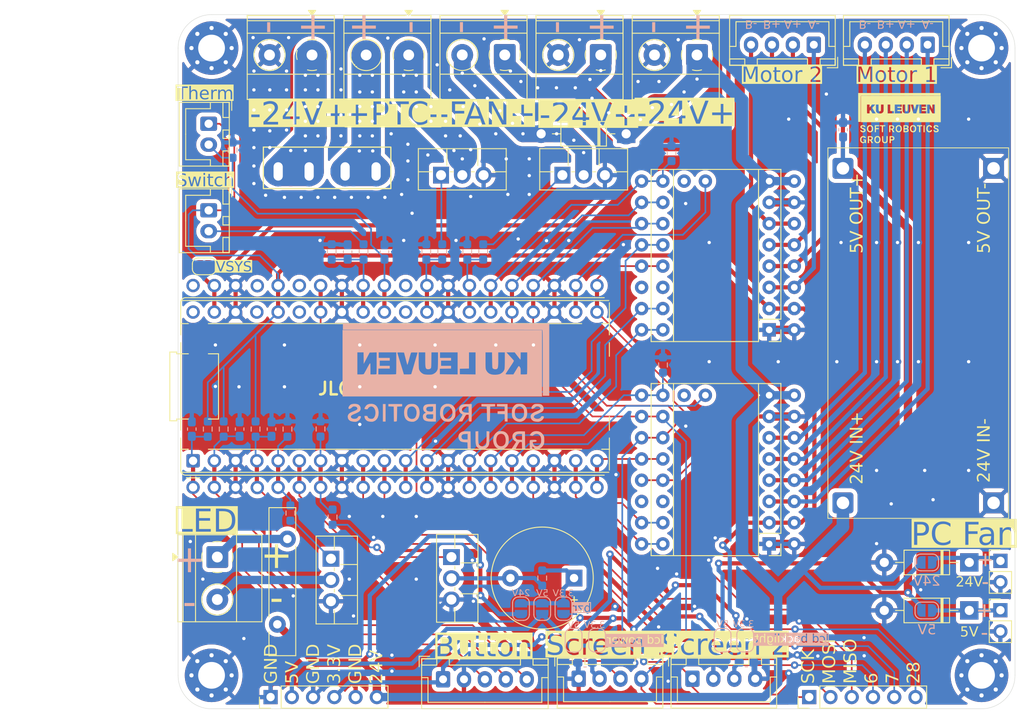
<source format=kicad_pcb>
(kicad_pcb (version 20241229) (generator "pcbnew") (generator_version "9.0")
  (layers (0 "F.Cu" signal) (2 "B.Cu" signal) (13 "F.Paste" user) (15 "B.Paste" user) (5 "F.SilkS" user "F.Silkscreen") (7 "B.SilkS" user "B.Silkscreen") (1 "F.Mask" user) (3 "B.Mask" user) (25 "Edge.Cuts" user))
  (net 0 "")
  (net 1 "GND")
  (net 2 "LIMIT_SENSE")
  (net 3 "temp_signal")
  (net 4 "+24V")
  (net 5 "Net-(D2-K)")
  (net 6 "MOSI")
  (net 7 "+5V5")
  (net 8 "Net-(A1-VSYS)")
  (net 9 "M1A_driver1")
  (net 10 "M1B_driver1")
  (net 11 "M2B_driver1")
  (net 12 "M2A_driver1")
  (net 13 "M2B_driver2")
  (net 14 "M2A_driver2")
  (net 15 "M1B_driver2")
  (net 16 "M1A_driver2")
  (net 17 "PWM_fan")
  (net 18 "+3.3V")
  (net 19 "PWM_heater")
  (net 20 "LED")
  (net 21 "buzzer")
  (net 22 "Net-(U3-no)")
  (net 23 "enable_driver2")
  (net 24 "STEP_driver2")
  (net 25 "chip_select_driver1")
  (net 26 "Direction_driver1")
  (net 29 "STEP_driver1")
  (net 30 "chip_select_driver2")
  (net 31 "MISO")
  (net 32 "enable_driver1")
  (net 35 "DIAGO_driver1")
  (net 37 "DIAGO_driver2")
  (net 39 "Direction_driver2")
  (net 48 "SCK")
  (net 49 "BUTTON_DT")
  (net 50 "BUTTON_CLK")
  (net 51 "BUTTON_SW")
  (net 52 "/Data In And Out/Buzzer Voltage Select")
  (net 53 "/Data In And Out/LCD Power Select")
  (net 54 "/Data In And Out/LCD Backlight Select")
  (net 55 "SCREEN_CS")
  (net 56 "/Data In And Out/buzzer-")
  (net 57 "/Data In And Out/fan-")
  (net 58 "/Data In And Out/heater+")
  (net 59 "/Data In And Out/led-")
  (net 60 "/Data In And Out/heater-")
  (net 61 "GPIO28")
  (net 62 "/Data In And Out/fan gate")
  (net 63 "/Data In And Out/heater gate")
  (net 64 "/Data In And Out/led gate")
  (net 65 "GPIO6")
  (net 66 "GPIO7")
  (net 67 "Net-(D3-K)")
  (net 68 "Net-(J2-Pin_1)")
  (net 69 "/Data In And Out/buzzer_gate")
  (footprint "Connector_PinHeader_2.54mm:PinHeader_1x06_P2.54mm_Vertical" (layer "F.Cu") (at 116.95 114.6 90)
    (property "Reference" "J1" (hide yes))
    (property "Value" "Conn_01x06_Pin" (hide yes))
    (pad "1" thru_hole rect (at 0 0 90) (size 1.7 1.7) (drill 1) (layers "*.Cu" "*.Mask") (net 6 "MOSI"))
    (pad "2" thru_hole oval (at 0 2.54 90) (size 1.7 1.7) (drill 1) (layers "*.Cu" "*.Mask") (net 48 "SCK"))
    (pad "3" thru_hole oval (at 0 5.08 90) (size 1.7 1.7) (drill 1) (layers "*.Cu" "*.Mask") (net 31 "MISO"))
    (pad "4" thru_hole oval (at 0 7.62 90) (size 1.7 1.7) (drill 1) (layers "*.Cu" "*.Mask") (net 65 "GPIO6"))
    (pad "5" thru_hole oval (at 0 10.16 90) (size 1.7 1.7) (drill 1) (layers "*.Cu" "*.Mask") (net 66 "GPIO7"))
    (pad "6" thru_hole oval (at 0 12.7 90) (size 1.7 1.7) (drill 1) (layers "*.Cu" "*.Mask") (net 61 "GPIO28"))
  )
  (footprint "TerminalBlock_Phoenix:TerminalBlock_Phoenix_MKDS-1,5-2-5.08_1x02_P5.08mm_Horizontal" (layer "F.Cu") (at 92.045 37.8275 180)
    (property "Reference" "J6" (hide yes))
    (property "Value" "voltage_in")
    (pad "1" thru_hole roundrect (at 0 0 180) (size 2.6 2.6) (drill 1.3) (layers "*.Cu" "*.Mask") (roundrect_rratio 0.096154) (net 4 "+24V"))
    (pad "2" thru_hole circle (at 5.08 0 180) (size 2.6 2.6) (drill 1.3) (layers "*.Cu" "*.Mask") (net 1 "GND"))
  )
  (footprint "Fuse:Fuse_Bourns_MF-RHT1000" (layer "F.Cu") (at 53.4 105.9 90)
    (property "Reference" "F3" (hide yes))
    (property "Value" "Current fuse")
    (pad "1" thru_hole circle (at 0 0 90) (size 2.01 2.01) (drill 1.01) (layers "*.Cu" "*.Mask") (net 4 "+24V"))
    (pad "2" thru_hole circle (at 10.2 1.2 90) (size 2.01 2.01) (drill 1.01) (layers "*.Cu" "*.Mask") (net 68 "Net-(J2-Pin_1)"))
  )
  (footprint "Connector_PinHeader_2.54mm:PinHeader_1x02_P2.54mm_Vertical" (layer "F.Cu") (at 139.8 98.315)
    (property "Reference" "M3" (hide yes))
    (property "Value" "PC Fan")
    (pad "1" thru_hole rect (at 0 0) (size 1.7 1.7) (drill 1) (layers "*.Cu" "*.Mask") (net 5 "Net-(D2-K)"))
    (pad "2" thru_hole oval (at 0 2.54) (size 1.7 1.7) (drill 1) (layers "*.Cu" "*.Mask") (net 1 "GND"))
  )
  (footprint "Connector_PinHeader_2.54mm:PinHeader_1x02_P2.54mm_Vertical" (layer "F.Cu") (at 139.795 104.21)
    (property "Reference" "M5" (hide yes))
    (property "Value" "PC Fan" (hide yes))
    (pad "1" thru_hole rect (at 0 0) (size 1.7 1.7) (drill 1) (layers "*.Cu" "*.Mask") (net 67 "Net-(D3-K)"))
    (pad "2" thru_hole oval (at 0 2.54) (size 1.7 1.7) (drill 1) (layers "*.Cu" "*.Mask") (net 1 "GND"))
  )
  (footprint "Buzzer_Beeper:Buzzer_12x9.5RM7.6" (layer "F.Cu") (at 88.85 100.37 180)
    (property "Reference" "BZ1" (hide yes))
    (property "Value" "Buzzer")
    (fp_text user "+" (at -0.01 -2.54 0) (layer "F.SilkS"))
    (pad "1" thru_hole rect (at 0 0 180) (size 2 2) (drill 1) (layers "*.Cu" "*.Mask") (net 52 "/Data In And Out/Buzzer Voltage Select"))
    (pad "2" thru_hole circle (at 7.6 0 180) (size 2 2) (drill 1) (layers "*.Cu" "*.Mask") (net 56 "/Data In And Out/buzzer-"))
  )
  (footprint "Diode_THT:D_DO-41_SOD81_P10.16mm_Horizontal" (layer "F.Cu") (at 136.08 104.24 180)
    (property "Reference" "D3" (hide yes))
    (property "Value" "1N4007" (hide yes))
    (pad "1" thru_hole rect (at 0 0 180) (size 2.2 2.2) (drill 1.1) (layers "*.Cu" "*.Mask") (net 67 "Net-(D3-K)"))
    (pad "2" thru_hole oval (at 10.16 0 180) (size 2.2 2.2) (drill 1.1) (layers "*.Cu" "*.Mask") (net 1 "GND"))
  )
  (footprint "Connector_JST:JST_XH_B5B-XH-A_1x05_P2.50mm_Vertical" (layer "F.Cu") (at 73.2 112.475)
    (property "Reference" "U4" (hide yes))
    (property "Value" "Rotary button")
    (pad "1" thru_hole roundrect (at 0 0) (size 1.7 1.95) (drill 0.95) (layers "*.Cu" "*.Mask") (roundrect_rratio 0.147059) (net 18 "+3.3V"))
    (pad "2" thru_hole oval (at 2.5 0) (size 1.7 1.95) (drill 0.95) (layers "*.Cu" "*.Mask") (net 1 "GND"))
    (pad "3" thru_hole oval (at 5 0) (size 1.7 1.95) (drill 0.95) (layers "*.Cu" "*.Mask") (net 50 "BUTTON_CLK"))
    (pad "4" thru_hole oval (at 7.5 0) (size 1.7 1.95) (drill 0.95) (layers "*.Cu" "*.Mask") (net 49 "BUTTON_DT"))
    (pad "5" thru_hole oval (at 10 0) (size 1.7 1.95) (drill 0.95) (layers "*.Cu" "*.Mask") (net 51 "BUTTON_SW"))
  )
  (footprint "Connector_PinHeader_2.54mm:PinHeader_1x06_P2.54mm_Vertical" (layer "F.Cu") (at 52.59 114.6 90)
    (property "Reference" "J8" (hide yes))
    (property "Value" "Conn_01x06_Pin" (hide yes))
    (pad "1" thru_hole rect (at 0 0 90) (size 1.7 1.7) (drill 1) (layers "*.Cu" "*.Mask") (net 1 "GND"))
    (pad "2" thru_hole oval (at 0 2.54 90) (size 1.7 1.7) (drill 1) (layers "*.Cu" "*.Mask") (net 7 "+5V5"))
    (pad "3" thru_hole oval (at 0 5.08 90) (size 1.7 1.7) (drill 1) (layers "*.Cu" "*.Mask") (net 1 "GND"))
    (pad "4" thru_hole oval (at 0 7.62 90) (size 1.7 1.7) (drill 1) (layers "*.Cu" "*.Mask") (net 18 "+3.3V"))
    (pad "5" thru_hole oval (at 0 10.16 90) (size 1.7 1.7) (drill 1) (layers "*.Cu" "*.Mask") (net 1 "GND"))
    (pad "6" thru_hole oval (at 0 12.7 90) (size 1.7 1.7) (drill 1) (layers "*.Cu" "*.Mask") (net 4 "+24V"))
  )
  (footprint "LOGO" (layer "F.Cu") (at 127.75 45.5)
    (property "Reference" "G***" (hide yes))
    (property "Value" "LOGO" (hide yes))
  )
  (footprint "Robocaster_footprint_library_2:LM2596" (layer "F.Cu") (at 120.98 91.38 90)
    (property "Reference" "U8" (hide yes))
    (property "Value" "Buck Converter" (hide yes))
    (fp_text user "24V IN+" (at 2.2 2.6 90) (layer "F.SilkS") (effects (font (size 1.5 1.5) (thickness 0.1)) (justify left bottom)))
    (fp_text user "24V IN-" (at 2.4 17.8 90) (layer "F.SilkS") (effects (font (size 1.5 1.5) (thickness 0.1)) (justify left bottom)))
    (fp_text user "5V OUT-" (at 29.8 17.8 90) (layer "F.SilkS") (effects (font (size 1.5 1.5) (thickness 0.1)) (justify left bottom)))
    (fp_text user "5V OUT+" (at 29.8 2.6 90) (layer "F.SilkS") (effects (font (size 1.5 1.5) (thickness 0.1)) (justify left bottom)))
    (pad "1" thru_hole roundrect (at 0 0 90) (size 2.5 2.5) (drill 1.5) (layers "*.Cu" "*.Mask") (roundrect_rratio 0.15) (net 4 "+24V"))
    (pad "2" thru_hole roundrect (at 0 18 90) (size 2.5 2.5) (drill 1.5) (layers "*.Cu" "*.Mask") (roundrect_rratio 0.15) (net 1 "GND"))
    (pad "3" thru_hole roundrect (at 40 0 90) (size 2.5 2.5) (drill 1.5) (layers "*.Cu" "*.Mask") (roundrect_rratio 0.15) (net 7 "+5V5"))
    (pad "4" thru_hole roundrect (at 40 18 90) (size 2.5 2.5) (drill 1.5) (layers "*.Cu" "*.Mask") (roundrect_rratio 0.15) (net 1 "GND"))
  )
  (footprint "MountingHole:MountingHole_3.2mm_M3_Pad_Via" (layer "F.Cu") (at 45.54 112 -90)
    (property "Reference" "H7" (hide yes))
    (property "Value" "GND" (hide yes))
    (pad "1" thru_hole circle (at -2.4 0 270) (size 0.8 0.8) (drill 0.5) (layers "*.Cu" "*.Mask") (net 1 "GND"))
    (pad "1" thru_hole circle (at -1.697056 -1.697056 270) (size 0.8 0.8) (drill 0.5) (layers "*.Cu" "*.Mask") (net 1 "GND"))
    (pad "1" thru_hole circle (at -1.697056 1.697056 270) (size 0.8 0.8) (drill 0.5) (layers "*.Cu" "*.Mask") (net 1 "GND"))
    (pad "1" thru_hole circle (at 0 -2.4 270) (size 0.8 0.8) (drill 0.5) (layers "*.Cu" "*.Mask") (net 1 "GND"))
    (pad "1" thru_hole circle (at 0 0 270) (size 6.4 6.4) (drill 3.2) (layers "*.Cu" "*.Mask") (net 1 "GND"))
    (pad "1" thru_hole circle (at 0 2.4 270) (size 0.8 0.8) (drill 0.5) (layers "*.Cu" "*.Mask") (net 1 "GND"))
    (pad "1" thru_hole circle (at 1.697056 -1.697056 270) (size 0.8 0.8) (drill 0.5) (layers "*.Cu" "*.Mask") (net 1 "GND"))
    (pad "1" thru_hole circle (at 1.697056 1.697056 270) (size 0.8 0.8) (drill 0.5) (layers "*.Cu" "*.Mask") (net 1 "GND"))
    (pad "1" thru_hole circle (at 2.4 0 270) (size 0.8 0.8) (drill 0.5) (layers "*.Cu" "*.Mask") (net 1 "GND"))
  )
  (footprint "Robocaster_footprint_library_2:TO-220F-3_Vertical" (layer "F.Cu") (at 59.805 98.06 -90)
    (property "Reference" "Q7" (hide yes))
    (property "Value" "IRLZ44NPBF")
    (pad "1" thru_hole oval (at 2.54 0 270) (size 1.905 2) (drill 1.2) (layers "*.Cu" "*.Mask") (net 59 "/Data In And Out/led-"))
    (pad "2" thru_hole rect (at 0 0 270) (size 1.905 2) (drill 1.2) (layers "*.Cu" "*.Mask") (net 64 "/Data In And Out/led gate"))
    (pad "3" thru_hole oval (at 5.08 0 270) (size 1.905 2) (drill 1.2) (layers "*.Cu" "*.Mask") (net 1 "GND"))
  )
  (footprint "Diode_THT:D_DO-41_SOD81_P10.16mm_Horizontal" (layer "F.Cu") (at 95.08 47.25 180)
    (property "Reference" "D1" (hide yes))
    (property "Value" "1N4007")
    (pad "1" thru_hole rect (at 0 0 180) (size 2.2 2.2) (drill 1.1) (layers "*.Cu" "*.Mask") (net 4 "+24V"))
    (pad "2" thru_hole oval (at 10.16 0 180) (size 2.2 2.2) (drill 1.1) (layers "*.Cu" "*.Mask") (net 57 "/Data In And Out/fan-"))
  )
  (footprint "TerminalBlock_Phoenix:TerminalBlock_Phoenix_MKDS-1,5-2-5.08_1x02_P5.08mm_Horizontal" (layer "F.Cu") (at 46.2275 97.855 -90)
    (property "Reference" "J2" (hide yes))
    (property "Value" "Conn_01x02_Pin")
    (pad "1" thru_hole roundrect (at 0 0 270) (size 2.6 2.6) (drill 1.3) (layers "*.Cu" "*.Mask") (roundrect_rratio 0.096154) (net 68 "Net-(J2-Pin_1)"))
    (pad "2" thru_hole circle (at 5.08 0 270) (size 2.6 2.6) (drill 1.3) (layers "*.Cu" "*.Mask") (net 59 "/Data In And Out/led-"))
  )
  (footprint "MountingHole:MountingHole_3.2mm_M3_Pad_Via" (layer "F.Cu") (at 45.54 37 -90)
    (property "Reference" "H6" (hide yes))
    (property "Value" "GND")
    (pad "1" thru_hole circle (at -2.4 0 270) (size 0.8 0.8) (drill 0.5) (layers "*.Cu" "*.Mask") (net 1 "GND"))
    (pad "1" thru_hole circle (at -1.697056 -1.697056 270) (size 0.8 0.8) (drill 0.5) (layers "*.Cu" "*.Mask") (net 1 "GND"))
    (pad "1" thru_hole circle (at -1.697056 1.697056 270) (size 0.8 0.8) (drill 0.5) (layers "*.Cu" "*.Mask") (net 1 "GND"))
    (pad "1" thru_hole circle (at 0 -2.4 270) (size 0.8 0.8) (drill 0.5) (layers "*.Cu" "*.Mask") (net 1 "GND"))
    (pad "1" thru_hole circle (at 0 0 270) (size 6.4 6.4) (drill 3.2) (layers "*.Cu" "*.Mask") (net 1 "GND"))
    (pad "1" thru_hole circle (at 0 2.4 270) (size 0.8 0.8) (drill 0.5) (layers "*.Cu" "*.Mask") (net 1 "GND"))
    (pad "1" thru_hole circle (at 1.697056 -1.697056 270) (size 0.8 0.8) (drill 0.5) (layers "*.Cu" "*.Mask") (net 1 "GND"))
    (pad "1" thru_hole circle (at 1.697056 1.697056 270) (size 0.8 0.8) (drill 0.5) (layers "*.Cu" "*.Mask") (net 1 "GND"))
    (pad "1" thru_hole circle (at 2.4 0 270) (size 0.8 0.8) (drill 0.5) (layers "*.Cu" "*.Mask") (net 1 "GND"))
  )
  (footprint "Connector_JST:JST_XH_B4B-XH-A_1x04_P2.50mm_Vertical" (layer "F.Cu") (at 89.4 112.4)
    (property "Reference" "J5" (hide yes))
    (property "Value" "Conn_01x04_Pin")
    (pad "1" thru_hole roundrect (at 0 0) (size 1.7 1.95) (drill 0.95) (layers "*.Cu" "*.Mask") (roundrect_rratio 0.147059) (net 1 "GND"))
    (pad "2" thru_hole oval (at 2.5 0) (size 1.7 1.95) (drill 0.95) (layers "*.Cu" "*.Mask") (net 53 "/Data In And Out/LCD Power Select"))
    (pad "3" thru_hole oval (at 5 0) (size 1.7 1.95) (drill 0.95) (layers "*.Cu" "*.Mask") (net 55 "SCREEN_CS"))
    (pad "4" thru_hole oval (at 7.5 0) (size 1.7 1.95) (drill 0.95) (layers "*.Cu" "*.Mask") (net 6 "MOSI"))
  )
  (footprint "Robocaster_footprint_library_2:Pico" (layer "F.Cu") (at 61.1125 77.455895 90)
    (property "Reference" "A1" (hide yes))
    (property "Value" "RaspberryPi_Pico")
    (pad "1" thru_hole circle (at -12.065 -17.78 90) (size 1.6 1.6) (drill 1) (layers "*.Cu" "*.Mask") (net 50 "BUTTON_CLK"))
    (pad "1" thru_hole roundrect (at -8.89 -17.78 90) (size 1.6 1.6) (drill 1) (layers "*.Cu" "*.Mask") (roundrect_rratio 0.125) (net 50 "BUTTON_CLK"))
    (pad "2" thru_hole circle (at -12.065 -15.24 90) (size 1.6 1.6) (drill 1) (layers "*.Cu" "*.Mask") (net 49 "BUTTON_DT"))
    (pad "2" thru_hole circle (at -8.89 -15.24 90) (size 1.6 1.6) (drill 1) (layers "*.Cu" "*.Mask") (net 49 "BUTTON_DT"))
    (pad "3" thru_hole circle (at -12.065 -12.7 90) (size 1.6 1.6) (drill 1) (layers "*.Cu" "*.Mask") (net 1 "GND"))
    (pad "3" thru_hole custom (at -8.89 -12.7 90) (size 1.6 1.6) (drill 1) (layers "*.Cu" "*.Mask") (net 1 "GND") (options (clearance outline) (anchor circle)) (primitives (gr_poly (pts (xy 0.8 0.6) (xy 0.8 -0.6) (xy 0.6 -0.8) (xy 0 -0.8) (xy 0 0.8) (xy 0.6 0.8)) (width 0) (fill yes)) (gr_circle (center 0.6 0.6) (end 0.8 0.6) (width 0) (fill yes)) (gr_circle (center 0.6 -0.6) (end 0.8 -0.6) (width 0) (fill yes))))
    (pad "4" thru_hole circle (at -12.093211 -10.104517 90) (size 1.6 1.6) (drill 1) (layers "*.Cu" "*.Mask") (net 51 "BUTTON_SW"))
    (pad "4" thru_hole circle (at -8.89 -10.16 90) (size 1.6 1.6) (drill 1) (layers "*.Cu" "*.Mask") (net 51 "BUTTON_SW"))
    (pad "5" thru_hole circle (at -12.065 -7.62 90) (size 1.6 1.6) (drill 1) (layers "*.Cu" "*.Mask") (net 20 "LED"))
    (pad "5" thru_hole circle (at -8.89 -7.62 90) (size 1.6 1.6) (drill 1) (layers "*.Cu" "*.Mask") (net 20 "LED"))
    (pad "6" thru_hole circle (at -12.065 -5.08 90) (size 1.6 1.6) (drill 1) (layers "*.Cu" "*.Mask") (net 55 "SCREEN_CS"))
    (pad "6" thru_hole circle (at -8.89 -5.08 90) (size 1.6 1.6) (drill 1) (layers "*.Cu" "*.Mask") (net 55 "SCREEN_CS"))
    (pad "7" thru_hole circle (at -12.065 -2.54 90) (size 1.6 1.6) (drill 1) (layers "*.Cu" "*.Mask") (net 21 "buzzer"))
    (pad "7" thru_hole circle (at -8.89 -2.54 90) (size 1.6 1.6) (drill 1) (layers "*.Cu" "*.Mask") (net 21 "buzzer"))
    (pad "8" thru_hole circle (at -12.065 0 90) (size 1.6 1.6) (drill 1) (layers "*.Cu" "*.Mask") (net 1 "GND"))
    (pad "8" thru_hole custom (at -8.89 0 90) (size 1.6 1.6) (drill 1) (layers "*.Cu" "*.Mask") (net 1 "GND") (options (clearance outline) (anchor circle)) (primitives (gr_poly (pts (xy 0.8 0.6) (xy 0.8 -0.6) (xy 0.6 -0.8) (xy 0 -0.8) (xy 0 0.8) (xy 0.6 0.8)) (width 0) (fill yes)) (gr_circle (center 0.6 0.6) (end 0.8 0.6) (width 0) (fill yes)) (gr_circle (center 0.6 -0.6) (end 0.8 -0.6) (width 0) (fill yes))))
    (pad "9" thru_hole circle (at -12.065 2.54 90) (size 1.6 1.6) (drill 1) (layers "*.Cu" "*.Mask") (net 65 "GPIO6"))
    (pad "9" thru_hole circle (at -8.89 2.54 90) (size 1.6 1.6) (drill 1) (layers "*.Cu" "*.Mask") (net 65 "GPIO6"))
    (pad "10" thru_hole circle (at -12.065 5.08 90) (size 1.6 1.6) (drill 1) (layers "*.Cu" "*.Mask") (net 66 "GPIO7"))
    (pad "10" thru_hole circle (at -8.89 5.08 90) (size 1.6 1.6) (drill 1) (layers "*.Cu" "*.Mask") (net 66 "GPIO7"))
    (pad "11" thru_hole circle (at -12.065 7.62 90) (size 1.6 1.6) (drill 1) (layers "*.Cu" "*.Mask") (net 30 "chip_select_driver2"))
    (pad "11" thru_hole circle (at -8.89 7.62 90) (size 1.6 1.6) (drill 1) (layers "*.Cu" "*.Mask") (net 30 "chip_select_driver2"))
    (pad "12" thru_hole circle (at -12.065 10.16 90) (size 1.6 1.6) (drill 1) (layers "*.Cu" "*.Mask") (net 24 "STEP_driver2"))
    (pad "12" thru_hole circle (at -8.89 10.16 90) (size 1.6 1.6) (drill 1) (layers "*.Cu" "*.Mask") (net 24 "STEP_driver2"))
    (pad "13" thru_hole circle (at -12.065 12.7 90) (size 1.6 1.6) (drill 1) (layers "*.Cu" "*.Mask") (net 1 "GND"))
    (pad "13" thru_hole custom (at -8.89 12.7 90) (size 1.6 1.6) (drill 1) (layers "*.Cu" "*.Mask") (net 1 "GND") (options (clearance outline) (anchor circle)) (primitives (gr_poly (pts (xy 0.8 0.6) (xy 0.8 -0.6) (xy 0.6 -0.8) (xy 0 -0.8) (xy 0 0.8) (xy 0.6 0.8)) (width 0) (fill yes)) (gr_circle (center 0.6 0.6) (end 0.8 0.6) (width 0) (fill yes)) (gr_circle (center 0.6 -0.6) (end 0.8 -0.6) (width 0) (fill yes))))
    (pad "14" thru_hole circle (at -12.065 15.24 90) (size 1.6 1.6) (drill 1) (layers "*.Cu" "*.Mask") (net 39 "Direction_driver2"))
    (pad "14" thru_hole circle (at -8.89 15.24 90) (size 1.6 1.6) (drill 1) (layers "*.Cu" "*.Mask") (net 39 "Direction_driver2"))
    (pad "15" thru_hole circle (at -12.065 17.78 90) (size 1.6 1.6) (drill 1) (layers "*.Cu" "*.Mask") (net 32 "enable_driver1"))
    (pad "15" thru_hole circle (at -8.89 17.78 90) (size 1.6 1.6) (drill 1) (layers "*.Cu" "*.Mask") (net 32 "enable_driver1"))
    (pad "16" thru_hole circle (at -12.065 20.32 90) (size 1.6 1.6) (drill 1) (layers "*.Cu" "*.Mask") (net 35 "DIAGO_driver1"))
    (pad "16" thru_hole circle (at -8.89 20.32 90) (size 1.6 1.6) (drill 1) (layers "*.Cu" "*.Mask") (net 35 "DIAGO_driver1"))
    (pad "17" thru_hole circle (at -12.065 22.86 90) (size 1.6 1.6) (drill 1) (layers "*.Cu" "*.Mask") (net 26 "Direction_driver1"))
    (pad "17" thru_hole circle (at -8.89 22.86 90) (size 1.6 1.6) (drill 1) (layers "*.Cu" "*.Mask") (net 26 "Direction_driver1"))
    (pad "18" thru_hole circle (at -12.065 25.4 90) (size 1.6 1.6) (drill 1) (layers "*.Cu" "*.Mask") (net 1 "GND"))
    (pad "18" thru_hole custom (at -8.89 25.4 90) (size 1.6 1.6) (drill 1) (layers "*.Cu" "*.Mask") (net 1 "GND") (options (clearance outline) (anchor circle)) (primitives (gr_poly (pts (xy 0.8 0.6) (xy 0.8 -0.6) (xy 0.6 -0.8) (xy 0 -0.8) (xy 0 0.8) (xy 0.6 0.8)) (width 0) (fill yes)) (gr_circle (center 0.6 0.6) (end 0.8 0.6) (width 0) (fill yes)) (gr_circle (center 0.6 -0.6) (end 0.8 -0.6) (width 0) (fill yes))))
    (pad "19" thru_hole circle (at -12.065 27.94 90) (size 1.6 1.6) (drill 1) (layers "*.Cu" "*.Mask") (net 29 "STEP_driver1"))
    (pad "19" thru_hole circle (at -8.89 27.94 90) (size 1.6 1.6) (drill 1) (layers "*.Cu" "*.Mask") (net 29 "STEP_driver1"))
    (pad "20" thru_hole circle (at -12.065 30.48 90) (size 1.6 1.6) (drill 1) (layers "*.Cu" "*.Mask") (net 25 "chip_select_driver1"))
    (pad "20" thru_hole circle (at -8.89 30.48 90) (size 1.6 1.6) (drill 1) (layers "*.Cu" "*.Mask") (net 25 "chip_select_driver1"))
    (pad "21" thru_hole circle (at 8.89 30.48 90) (size 1.6 1.6) (drill 1) (layers "*.Cu" "*.Mask") (net 31 "MISO"))
    (pad "21" thru_hole circle (at 12.065 30.48 90) (size 1.6 1.6) (drill 1) (layers "*.Cu" "*.Mask") (net 31 "MISO"))
    (pad "22" thru_hole circle (at 8.89 27.94 90) (size 1.6 1.6) (drill 1) (layers "*.Cu" "*.Mask") (net 37 "DIAGO_driver2"))
    (pad "22" thru_hole circle (at 12.065 27.94 90) (size 1.6 1.6) (drill 1) (layers "*.Cu" "*.Mask") (net 37 "DIAGO_driver2"))
    (pad "23" thru_hole custom (at 8.89 25.4 90) (size 1.6 1.6) (drill 1) (layers "*.Cu" "*.Mask") (net 1 "GND") (options (clearance outline) (anchor circle)) (primitives (gr_poly (pts (xy -0.8 0.6) (xy -0.8 -0.6) (xy -0.6 -0.8) (xy 0 -0.8) (xy 0 0.8) (xy -0.6 0.8)) (width 0) (fill yes)) (gr_circle (center -0.6 0.6) (end -0.4 0.6) (width 0) (fill yes)) (gr_circle (center -0.6 -0.6) (end -0.4 -0.6) (width 0) (fill yes))))
    (pad "23" thru_hole circle (at 12.065 25.4 90) (size 1.6 1.6) (drill 1) (layers "*.Cu" "*.Mask") (net 1 "GND"))
    (pad "24" thru_hole circle (at 8.89 22.86 90) (size 1.6 1.6) (drill 1) (layers "*.Cu" "*.Mask") (net 48 "SCK"))
    (pad "24" thru_hole circle (at 12.065 22.86 90) (size 1.6 1.6) (drill 1) (layers "*.Cu" "*.Mask") (net 48 "SCK"))
    (pad "25" thru_hole circle (at 8.89 20.32 90) (size 1.6 1.6) (drill 1) (layers "*.Cu" "*.Mask") (net 6 "MOSI"))
    (pad "25" thru_hole circle (at 12.065 20.32 90) (size 1.6 1.6) (drill 1) (layers "*.Cu" "*.Mask") (net 6 "MOSI"))
    (pad "26" thru_hole circle (at 8.89 17.78 90) (size 1.6 1.6) (drill 1) (layers "*.Cu" "*.Mask") (net 23 "enable_driver2"))
    (pad "26" thru_hole circle (at 12.065 17.78 90) (size 1.6 1.6) (drill 1) (layers "*.Cu" "*.Mask") (net 23 "enable_driver2"))
    (pad "27" thru_hole circle (at 8.89 15.24 90) (size 1.6 1.6) (drill 1) (layers "*.Cu" "*.Mask") (net 17 "PWM_fan"))
    (pad "27" thru_hole circle (at 12.065 15.24 90) (size 1.6 1.6) (drill 1) (layers "*.Cu" "*.Mask") (net 17 "PWM_fan"))
    (pad "28" thru_hole custom (at 8.89 12.7 90) (size 1.6 1.6) (drill 1) (layers "*.Cu" "*.Mask") (net 1 "GND") (options (clearance outline) (anchor circle)) (primitives (gr_poly (pts (xy -0.8 0.6) (xy -0.8 -0.6) (xy -0.6 -0.8) (xy 0 -0.8) (xy 0 0.8) (xy -0.6 0.8)) (width 0) (fill yes)) (gr_circle (center -0.6 0.6) (end -0.4 0.6) (width 0) (fill yes)) (gr_circle (center -0.6 -0.6) (end -0.4 -0.6) (width 0) (fill yes))))
    (pad "28" thru_hole circle (at 12.065 12.7 90) (size 1.6 1.6) (drill 1) (layers "*.Cu" "*.Mask") (net 1 "GND"))
    (pad "29" thru_hole circle (at 8.89 10.16 90) (size 1.6 1.6) (drill 1) (layers "*.Cu" "*.Mask") (net 19 "PWM_heater"))
    (pad "29" thru_hole circle (at 12.065 10.16 90) (size 1.6 1.6) (drill 1) (layers "*.Cu" "*.Mask") (net 19 "PWM_heater"))
    (pad "30" thru_hole circle (at 8.89 7.62 90) (size 1.6 1.6) (drill 1) (layers "*.Cu" "*.Mask"))
    (pad "30" thru_hole circle (at 12.065 7.62 90) (size 1.6 1.6) (drill 1) (layers "*.Cu" "*.Mask"))
    (pad "31" thru_hole circle (at 8.89 5.08 90) (size 1.6 1.6) (drill 1) (layers "*.Cu" "*.Mask") (net 3 "temp_signal"))
    (pad "31" thru_hole circle (at 12.065 5.08 90) (size 1.6 1.6) (drill 1) (layers "*.Cu" "*.Mask") (net 3 "temp_signal"))
    (pad "32" thru_hole circle (at 8.89 2.54 90) (size 1.6 1.6) (drill 1) (layers "*.Cu" "*.Mask") (net 2 "LIMIT_SENSE"))
    (pad "32" thru_hole circle (at 12.065 2.54 90) (size 1.6 1.6) (drill 1) (layers "*.Cu" "*.Mask") (net 2 "LIMIT_SENSE"))
    (pad "33" thru_hole custom (at 8.89 0 90) (size 1.6 1.6) (drill 1) (layers "*.Cu" "*.Mask") (net 1 "GND") (options (clearance outline) (anchor circle)) (primitives (gr_poly (pts (xy -0.8 0.6) (xy -0.8 -0.6) (xy -0.6 -0.8) (xy 0 -0.8) (xy 0 0.8) (xy -0.6 0.8)) (width 0) (fill yes)) (gr_circle (center -0.6 0.6) (end -0.4 0.6) (width 0) (fill yes)) (gr_circle (center -0.6 -0.6) (end -0.4 -0.6) (width 0) (fill yes))))
    (pad "33" thru_hole circle (at 12.065 0 90) (size 1.6 1.6) (drill 1) (layers "*.Cu" "*.Mask") (net 1 "GND"))
    (pad "34" thru_hole circle (at 8.89 -2.54 90) (size 1.6 1.6) (drill 1) (layers "*.Cu" "*.Mask") (net 61 "GPIO28"))
    (pad "34" thru_hole circle (at 12.065 -2.54 90) (size 1.6 1.6) (drill 1) (layers "*.Cu" "*.Mask") (net 61 "GPIO28"))
    (pad "35" thru_hole circle (at 8.89 -5.08 90) (size 1.6 1.6) (drill 1) (layers "*.Cu" "*.Mask"))
    (pad "35" thru_hole circle (at 12.065 -5.08 90) (size 1.6 1.6) (drill 1) (layers "*.Cu" "*.Mask"))
    (pad "36" thru_hole circle (at 8.89 -7.62 90) (size 1.6 1.6) (drill 1) (layers "*.Cu" "*.Mask") (net 18 "+3.3V"))
    (pad "36" thru_hole circle (at 12.065 -7.62 90) (size 1.6 1.6) (drill 1) (layers "*.Cu" "*.Mask") (net 18 "+3.3V"))
    (pad "37" thru_hole circle (at 8.89 -10.16 90) (size 1.6 1.6) (drill 1) (layers "*.Cu" "*.Mask"))
    (pad "37" thru_hole circle (at 12.036789 -10.104517 90) (size 1.6 1.6) (drill 1) (layers "*.Cu" "*.Mask"))
    (pad "38" thru_hole custom (at 8.89 -12.7 90) (size 1.6 1.6) (drill 1) (layers "*.Cu" "*.Mask") (net 1 "GND") (options (clearance outline) (anchor circle)) (primitives (gr_poly (pts (xy -0.8 0.6) (xy -0.8 -0.6) (xy -0.6 -0.8) (xy 0 -0.8) (xy 0 0.8) (xy -0.6 0.8)) (width 0) (fill yes)) (gr_circle (center -0.6 0.6) (end -0.4 0.6) (width 0) (fill yes)) (gr_circle (center -0.6 -0.6) (end -0.4 -0.6) (width 0) (fill yes))))
    (pad "38" thru_hole circle (at 12.065 -12.7 90) (size 1.6 1.6) (drill 1) (layers "*.Cu" "*.Mask") (net 1 "GND"))
    (pad "39" thru_hole circle (at 8.89 -15.24 90) (size 1.6 1.6) (drill 1) (layers "*.Cu" "*.Mask") (net 8 "Net-(A1-VSYS)"))
    (pad "39" thru_hole circle (at 12.065 -15.24 90) (size 1.6 1.6) (drill 1) (layers "*.Cu" "*.Mask") (net 8 "Net-(A1-VSYS)"))
    (pad "40" thru_hole circle (at 8.89 -17.78 90) (size 1.6 1.6) (drill 1) (layers "*.Cu" "*.Mask"))
    (pad "40" thru_hole circle (at 12.065 -17.78 90) (size 1.6 1.6) (drill 1) (layers "*.Cu" "*.Mask"))
  )
  (footprint "Connector_JST:JST_XH_B2B-XH-A_1x02_P2.50mm_Vertical" (layer "F.Cu") (at 45.2 46.05 -90)
    (property "Reference" "TH1" (hide yes))
    (property "Value" "Thermistor_PTC" (hide yes))
    (pad "1" thru_hole roundrect (at 0 0 270) (size 1.7 2) (drill 1) (layers "*.Cu" "*.Mask") (roundrect_rratio 0.147059) (net 18 "+3.3V"))
    (pad "2" thru_hole oval (at 2.5 0 270) (size 1.7 2) (drill 1) (layers "*.Cu" "*.Mask") (net 3 "temp_signal"))
  )
  (footprint "TerminalBlock_Phoenix:TerminalBlock_Phoenix_MKDS-1,5-2-5.08_1x02_P5.08mm_Horizontal" (layer "F.Cu") (at 103.545 37.8275 180)
    (property "Reference" "J7" (hide yes))
    (property "Value" "voltage_in")
    (pad "1" thru_hole roundrect (at 0 0 180) (size 2.6 2.6) (drill 1.3) (layers "*.Cu" "*.Mask") (roundrect_rratio 0.096154) (net 4 "+24V"))
    (pad "2" thru_hole circle (at 5.08 0 180) (size 2.6 2.6) (drill 1.3) (layers "*.Cu" "*.Mask") (net 1 "GND"))
  )
  (footprint "Robocaster_footprint_library_2:Pololu_Breakout-16_15.2x20.3mm" (layer "F.Cu") (at 112.165 96.29 180)
    (property "Reference" "U1" (hide yes))
    (property "Value" "Stepper Driver")
    (pad "1" thru_hole oval (at -3 0 180) (size 1.6 1.6) (drill 0.8) (layers "*.Cu" "*.Mask") (net 1 "GND"))
    (pad "1" thru_hole rect (at 0 0 180) (size 1.6 1.6) (drill 0.8) (layers "*.Cu" "*.Mask") (net 1 "GND"))
    (pad "2" thru_hole oval (at -3 2.54 180) (size 1.6 1.6) (drill 0.8) (layers "*.Cu" "*.Mask") (net 18 "+3.3V"))
    (pad "2" thru_hole oval (at 0 2.54 180) (size 1.6 1.6) (drill 0.8) (layers "*.Cu" "*.Mask") (net 18 "+3.3V"))
    (pad "3" thru_hole oval (at -3 5.08 180) (size 1.6 1.6) (drill 0.8) (layers "*.Cu" "*.Mask") (net 10 "M1B_driver1"))
    (pad "3" thru_hole oval (at 0 5.08 180) (size 1.6 1.6) (drill 0.8) (layers "*.Cu" "*.Mask") (net 10 "M1B_driver1"))
    (pad "4" thru_hole oval (at -3 7.62 180) (size 1.6 1.6) (drill 0.8) (layers "*.Cu" "*.Mask") (net 9 "M1A_driver1"))
    (pad "4" thru_hole oval (at 0 7.62 180) (size 1.6 1.6) (drill 0.8) (layers "*.Cu" "*.Mask") (net 9 "M1A_driver1"))
    (pad "5" thru_hole oval (at -3 10.16 180) (size 1.6 1.6) (drill 0.8) (layers "*.Cu" "*.Mask") (net 12 "M2A_driver1"))
    (pad "5" thru_hole oval (at 0 10.16 180) (size 1.6 1.6) (drill 0.8) (layers "*.Cu" "*.Mask") (net 12 "M2A_driver1"))
    (pad "6" thru_hole oval (at -3 12.7 180) (size 1.6 1.6) (drill 0.8) (layers "*.Cu" "*.Mask") (net 11 "M2B_driver1"))
    (pad "6" thru_hole oval (at 0 12.7 180) (size 1.6 1.6) (drill 0.8) (layers "*.Cu" "*.Mask") (net 11 "M2B_driver1"))
    (pad "7" thru_hole oval (at -3 15.24 180) (size 1.6 1.6) (drill 0.8) (layers "*.Cu" "*.Mask") (net 1 "GND"))
    (pad "7" thru_hole oval (at 0 15.24 180) (size 1.6 1.6) (drill 0.8) (layers "*.Cu" "*.Mask") (net 1 "GND"))
    (pad "8" thru_hole oval (at -3 17.78 180) (size 1.6 1.6) (drill 0.8) (layers "*.Cu" "*.Mask") (net 4 "+24V"))
    (pad "8" thru_hole oval (at 0 17.78 180) (size 1.6 1.6) (drill 0.8) (layers "*.Cu" "*.Mask") (net 4 "+24V"))
    (pad "9" thru_hole oval (at 12.7 0 180) (size 1.6 1.6) (drill 0.8) (layers "*.Cu" "*.Mask") (net 26 "Direction_driver1"))
    (pad "9" thru_hole oval (at 15.24 0 180) (size 1.6 1.6) (drill 0.8) (layers "*.Cu" "*.Mask") (net 26 "Direction_driver1"))
    (pad "10" thru_hole oval (at 12.7 2.54 180) (size 1.6 1.6) (drill 0.8) (layers "*.Cu" "*.Mask") (net 29 "STEP_driver1"))
    (pad "10" thru_hole oval (at 15.24 2.54 180) (size 1.6 1.6) (drill 0.8) (layers "*.Cu" "*.Mask") (net 29 "STEP_driver1"))
    (pad "11" thru_hole oval (at 12.7 5.08 180) (size 1.6 1.6) (drill 0.8) (layers "*.Cu" "*.Mask"))
    (pad "11" thru_hole oval (at 15.24 5.08 180) (size 1.6 1.6) (drill 0.8) (layers "*.Cu" "*.Mask"))
    (pad "12" thru_hole oval (at 12.7 7.62 180) (size 1.6 1.6) (drill 0.8) (layers "*.Cu" "*.Mask") (net 31 "MISO"))
    (pad "12" thru_hole oval (at 15.24 7.62 180) (size 1.6 1.6) (drill 0.8) (layers "*.Cu" "*.Mask") (net 31 "MISO"))
    (pad "13" thru_hole oval (at 12.7 10.16 180) (size 1.6 1.6) (drill 0.8) (layers "*.Cu" "*.Mask") (net 25 "chip_select_driver1"))
    (pad "13" thru_hole oval (at 15.24 10.16 180) (size 1.6 1.6) (drill 0.8) (layers "*.Cu" "*.Mask") (net 25 "chip_select_driver1"))
    (pad "14" thru_hole oval (at 12.7 12.7 180) (size 1.6 1.6) (drill 0.8) (layers "*.Cu" "*.Mask") (net 48 "SCK"))
    (pad "14" thru_hole oval (at 15.24 12.7 180) (size 1.6 1.6) (drill 0.8) (layers "*.Cu" "*.Mask") (net 48 "SCK"))
    (pad "15" thru_hole oval (at 12.7 15.24 180) (size 1.6 1.6) (drill 0.8) (layers "*.Cu" "*.Mask") (net 6 "MOSI"))
    (pad "15" thru_hole oval (at 15.24 15.24 180) (size 1.6 1.6) (drill 0.8) (layers "*.Cu" "*.Mask") (net 6 "MOSI"))
    (pad "16" thru_hole oval (at 12.7 17.78 180) (size 1.6 1.6) (drill 0.8) (layers "*.Cu" "*.Mask") (net 32 "enable_driver1"))
    (pad "16" thru_hole oval (at 15.24 17.78 180) (size 1.6 1.6) (drill 0.8) (layers "*.Cu" "*.Mask") (net 32 "enable_driver1"))
    (pad "17" thru_hole oval (at 10.16 17.78 180) (size 1.6 1.6) (drill 0.8) (layers "*.Cu" "*.Mask"))
    (pad "18" thru_hole oval (at 7.62 17.78 180) (size 1.6 1.6) (drill 0.8) (layers "*.Cu" "*.Mask") (net 35 "DIAGO_driver1"))
  )
  (footprint "Robocaster_footprint_library_2:TO-220F-3_Vertical" (layer "F.Cu") (at 74.2 97.86 -90)
    (property "Reference" "Q6" (hide yes))
    (property "Value" "IRLZ44NPBF")
    (pad "1" thru_hole oval (at 2.54 0 270) (size 1.905 2) (drill 1.2) (layers "*.Cu" "*.Mask") (net 56 "/Data In And Out/buzzer-"))
    (pad "2" thru_hole rect (at 0 0 270) (size 1.905 2) (drill 1.2) (layers "*.Cu" "*.Mask") (net 69 "/Data In And Out/buzzer_gate"))
    (pad "3" thru_hole oval (at 5.08 0 270) (size 1.905 2) (drill 1.2) (layers "*.Cu" "*.Mask") (net 1 "GND"))
  )
  (footprint "MountingHole:MountingHole_3.2mm_M3_Pad_Via" (layer "F.Cu") (at 137.54 112 -90)
    (property "Reference" "H5" (hide yes))
    (property "Value" "GND" (hide yes))
    (pad "1" thru_hole circle (at -2.4 0 270) (size 0.8 0.8) (drill 0.5) (layers "*.Cu" "*.Mask") (net 1 "GND"))
    (pad "1" thru_hole circle (at -1.697056 -1.697056 270) (size 0.8 0.8) (drill 0.5) (layers "*.Cu" "*.Mask") (net 1 "GND"))
    (pad "1" thru_hole circle (at -1.697056 1.697056 270) (size 0.8 0.8) (drill 0.5) (layers "*.Cu" "*.Mask") (net 1 "GND"))
    (pad "1" thru_hole circle (at 0 -2.4 270) (size 0.8 0.8) (drill 0.5) (layers "*.Cu" "*.Mask") (net 1 "GND"))
    (pad "1" thru_hole circle (at 0 0 270) (size 6.4 6.4) (drill 3.2) (layers "*.Cu" "*.Mask") (net 1 "GND"))
    (pad "1" thru_hole circle (at 0 2.4 270) (size 0.8 0.8) (drill 0.5) (layers "*.Cu" "*.Mask") (net 1 "GND"))
    (pad "1" thru_hole circle (at 1.697056 -1.697056 270) (size 0.8 0.8) (drill 0.5) (layers "*.Cu" "*.Mask") (net 1 "GND"))
    (pad "1" thru_hole circle (at 1.697056 1.697056 270) (size 0.8 0.8) (drill 0.5) (layers "*.Cu" "*.Mask") (net 1 "GND"))
    (pad "1" thru_hole circle (at 2.4 0 270) (size 0.8 0.8) (drill 0.5) (layers "*.Cu" "*.Mask") (net 1 "GND"))
  )
  (footprint "Robocaster_footprint_library_2:TO-220F-3_Vertical" (layer "F.Cu") (at 87.46 52.195)
    (property "Reference" "Q4" (hide yes))
    (property "Value" "IRLZ44NPBF" (hide yes))
    (pad "1" thru_hole oval (at 2.54 0) (size 1.905 2) (drill 1.2) (layers "*.Cu" "*.Mask") (net 57 "/Data In And Out/fan-"))
    (pad "2" thru_hole rect (at 0 0) (size 1.905 2) (drill 1.2) (layers "*.Cu" "*.Mask") (net 62 "/Data In And Out/fan gate"))
    (pad "3" thru_hole oval (at 5.08 0) (size 1.905 2) (drill 1.2) (layers "*.Cu" "*.Mask") (net 1 "GND"))
  )
  (footprint "TerminalBlock_Phoenix:TerminalBlock_Phoenix_MKDS-1,5-2-5.08_1x02_P5.08mm_Horizontal" (layer "F.Cu") (at 57.545 37.8275 180)
    (property "Reference" "J3" (hide yes))
    (property "Value" "voltage_in")
    (pad "1" thru_hole roundrect (at 0 0 180) (size 2.6 2.6) (drill 1.3) (layers "*.Cu" "*.Mask") (roundrect_rratio 0.096154) (net 4 "+24V"))
    (pad "2" thru_hole circle (at 5.08 0 180) (size 2.6 2.6) (drill 1.3) (layers "*.Cu" "*.Mask") (net 1 "GND"))
  )
  (footprint "Connector_JST:JST_XH_B4B-XH-A_1x04_P2.50mm_Vertical" (layer "F.Cu") (at 103 112.4)
    (property "Reference" "J4" (hide yes))
    (property "Value" "Conn_01x04_Pin")
    (pad "1" thru_hole roundrect (at 0 0) (size 1.7 1.95) (drill 0.95) (layers "*.Cu" "*.Mask") (roundrect_rratio 0.147059) (net 48 "SCK"))
    (pad "2" thru_hole oval (at 2.5 0) (size 1.7 1.95) (drill 0.95) (layers "*.Cu" "*.Mask") (net 1 "GND"))
    (pad "3" thru_hole oval (at 5 0) (size 1.7 1.95) (drill 0.95) (layers "*.Cu" "*.Mask") (net 54 "/Data In And Out/LCD Backlight Select"))
    (pad "4" thru_hole oval (at 7.5 0) (size 1.7 1.95) (drill 0.95) (layers "*.Cu" "*.Mask") (net 1 "GND"))
  )
  (footprint "TerminalBlock_Phoenix:TerminalBlock_Phoenix_MKDS-1,5-2-5.08_1x02_P5.08mm_Horizontal" (layer "F.Cu") (at 80.5738 37.8207 180)
    (property "Reference" "M1" (hide yes))
    (property "Value" "Fan")
    (pad "1" thru_hole roundrect (at 0 0 180) (size 2.6 2.6) (drill 1.3) (layers "*.Cu" "*.Mask") (roundrect_rratio 0.096154) (net 4 "+24V"))
    (pad "2" thru_hole circle (at 5.08 0 180) (size 2.6 2.6) (drill 1.3) (layers "*.Cu" "*.Mask") (net 57 "/Data In And Out/fan-"))
  )
  (footprint "MountingHole:MountingHole_3.2mm_M3_Pad_Via" (layer "F.Cu") (at 137.54 37 -90)
    (property "Reference" "H8" (hide yes))
    (property "Value" "GND")
    (pad "1" thru_hole circle (at -2.4 0 270) (size 0.8 0.8) (drill 0.5) (layers "*.Cu" "*.Mask") (net 1 "GND"))
    (pad "1" thru_hole circle (at -1.697056 -1.697056 270) (size 0.8 0.8) (drill 0.5) (layers "*.Cu" "*.Mask") (net 1 "GND"))
    (pad "1" thru_hole circle (at -1.697056 1.697056 270) (size 0.8 0.8) (drill 0.5) (layers "*.Cu" "*.Mask") (net 1 "GND"))
    (pad "1" thru_hole circle (at 0 -2.4 270) (size 0.8 0.8) (drill 0.5) (layers "*.Cu" "*.Mask") (net 1 "GND"))
    (pad "1" thru_hole circle (at 0 0 270) (size 6.4 6.4) (drill 3.2) (layers "*.Cu" "*.Mask") (net 1 "GND"))
    (pad "1" thru_hole circle (at 0 2.4 270) (size 0.8 0.8) (drill 0.5) (layers "*.Cu" "*.Mask") (net 1 "GND"))
    (pad "1" thru_hole circle (at 1.697056 -1.697056 270) (size 0.8 0.8) (drill 0.5) (layers "*.Cu" "*.Mask") (net 1 "GND"))
    (pad "1" thru_hole circle (at 1.697056 1.697056 270) (size 0.8 0.8) (drill 0.5) (layers "*.Cu" "*.Mask") (net 1 "GND"))
    (pad "1" thru_hole circle (at 2.4 0 270) (size 0.8 0.8) (drill 0.5) (layers "*.Cu" "*.Mask") (net 1 "GND"))
  )
  (footprint "Robocaster_footprint_library_2:TO-220F-3_Vertical" (layer "F.Cu") (at 72.96 52.195)
    (property "Reference" "Q5" (hide yes))
    (property "Value" "IRL3705NPBF" (hide yes))
    (pad "1" thru_hole oval (at 2.54 0) (size 1.905 2) (drill 1.2) (layers "*.Cu" "*.Mask") (net 60 "/Data In And Out/heater-"))
    (pad "2" thru_hole rect (at 0 0) (size 1.905 2) (drill 1.2) (layers "*.Cu" "*.Mask") (net 63 "/Data In And Out/heater gate"))
    (pad "3" thru_hole oval (at 5.08 0) (size 1.905 2) (drill 1.2) (layers "*.Cu" "*.Mask") (net 1 "GND"))
  )
  (footprint "Robocaster_footprint_library_2:Pololu_Breakout-16_15.2x20.3mm" (layer "F.Cu") (at 112.165 70.69 180)
    (property "Reference" "U2" (hide yes))
    (property "Value" "Stepper Driver")
    (pad "1" thru_hole oval (at -3 0 180) (size 1.6 1.6) (drill 0.8) (layers "*.Cu" "*.Mask") (net 1 "GND"))
    (pad "1" thru_hole rect (at 0 0 180) (size 1.6 1.6) (drill 0.8) (layers "*.Cu" "*.Mask") (net 1 "GND"))
    (pad "2" thru_hole oval (at -3 2.54 180) (size 1.6 1.6) (drill 0.8) (layers "*.Cu" "*.Mask") (net 18 "+3.3V"))
    (pad "2" thru_hole oval (at 0 2.54 180) (size 1.6 1.6) (drill 0.8) (layers "*.Cu" "*.Mask") (net 18 "+3.3V"))
    (pad "3" thru_hole oval (at -3 5.08 180) (size 1.6 1.6) (drill 0.8) (layers "*.Cu" "*.Mask") (net 15 "M1B_driver2"))
    (pad "3" thru_hole oval (at 0 5.08 180) (size 1.6 1.6) (drill 0.8) (layers "*.Cu" "*.Mask") (net 15 "M1B_driver2"))
    (pad "4" thru_hole oval (at -3 7.62 180) (size 1.6 1.6) (drill 0.8) (layers "*.Cu" "*.Mask") (net 16 "M1A_driver2"))
    (pad "4" thru_hole oval (at 0 7.62 180) (size 1.6 1.6) (drill 0.8) (layers "*.Cu" "*.Mask") (net 16 "M1A_driver2"))
    (pad "5" thru_hole oval (at -3 10.16 180) (size 1.6 1.6) (drill 0.8) (layers "*.Cu" "*.Mask") (net 14 "M2A_driver2"))
    (pad "5" thru_hole oval (at 0 10.16 180) (size 1.6 1.6) (drill 0.8) (layers "*.Cu" "*.Mask") (net 14 "M2A_driver2"))
    (pad "6" thru_hole oval (at -3 12.7 180) (size 1.6 1.6) (drill 0.8) (layers "*.Cu" "*.Mask") (net 13 "M2B_driver2"))
    (pad "6" thru_hole oval (at 0 12.7 180) (size 1.6 1.6) (drill 0.8) (layers "*.Cu" "*.Mask") (net 13 "M2B_driver2"))
    (pad "7" thru_hole oval (at -3 15.24 180) (size 1.6 1.6) (drill 0.8) (layers "*.Cu" "*.Mask") (net 1 "GND"))
    (pad "7" thru_hole oval (at 0 15.24 180) (size 1.6 1.6) (drill 0.8) (layers "*.Cu" "*.Mask") (net 1 "GND"))
    (pad "8" thru_hole oval (at -3 17.78 180) (size 1.6 1.6) (drill 0.8) (layers "*.Cu" "*.Mask") (net 4 "+24V"))
    (pad "8" thru_hole oval (at 0 17.78 180) (size 1.6 1.6) (drill 0.8) (layers "*.Cu" "*.Mask") (net 4 "+24V"))
    (pad "9" thru_hole oval (at 12.7 0 180) (size 1.6 1.6) (drill 0.8) (layers "*.Cu" "*.Mask") (net 39 "Direction_driver2"))
    (pad "9" thru_hole oval (at 15.24 0 180) (size 1.6 1.6) (drill 0.8) (layers "*.Cu" "*.Mask") (net 39 "Direction_driver2"))
    (pad "10" thru_hole oval (at 12.7 2.54 180) (size 1.6 1.6) (drill 0.8) (layers "*.Cu" "*.Mask") (net 24 "STEP_driver2"))
    (pad "10" thru_hole oval (at 15.24 2.54 180) (size 1.6 1.6) (drill 0.8) (layers "*.Cu" "*.Mask") (net 24 "STEP_driver2"))
    (pad "11" thru_hole oval (at 12.7 5.08 180) (size 1.6 1.6) (drill 0.8) (layers "*.Cu" "*.Mask"))
    (pad "11" thru_hole oval (at 15.24 5.08 180) (size 1.6 1.6) (drill 0.8) (layers "*.Cu" "*.Mask"))
    (pad "12" thru_hole oval (at 12.7 7.62 180) (size 1.6 1.6) (drill 0.8) (layers "*.Cu" "*.Mask") (net 31 "MISO"))
    (pad "12" thru_hole oval (at 15.24 7.62 180) (size 1.6 1.6) (drill 0.8) (layers "*.Cu" "*.Mask") (net 31 "MISO"))
    (pad "13" thru_hole oval (at 12.7 10.16 180) (size 1.6 1.6) (drill 0.8) (layers "*.Cu" "*.Mask") (net 30 "chip_select_driver2"))
    (pad "13" thru_hole oval (at 15.24 10.16 180) (size 1.6 1.6) (drill 0.8) (layers "*.Cu" "*.Mask") (net 30 "chip_select_driver2"))
    (pad "14" thru_hole oval (at 12.7 12.7 180) (size 1.6 1.6) (drill 0.8) (layers "*.Cu" "*.Mask") (net 48 "SCK"))
    (pad "14" thru_hole oval (at 15.24 12.7 180) (size 1.6 1.6) (drill 0.8) (layers "*.Cu" "*.Mask") (net 48 "SCK"))
    (pad "15" thru_hole oval (at 12.7 15.24 180) (size 1.6 1.6) (drill 0.8) (layers "*.Cu" "*.Mask") (net 6 "MOSI"))
    (pad "15" thru_hole oval (at 15.24 15.24 180) (size 1.6 1.6) (drill 0.8) (layers "*.Cu" "*.Mask") (net 6 "MOSI"))
    (pad "16" thru_hole oval (at 12.7 17.78 180) (size 1.6 1.6) (drill 0.8) (layers "*.Cu" "*.Mask") (net 23 "enable_driver2"))
    (pad "16" thru_hole oval (at 15.24 17.78 180) (size 1.6 1.6) (drill 0.8) (layers "*.Cu" "*.Mask") (net 23 "enable_driver2"))
    (pad "17" thru_hole oval (at 10.16 17.78 180) (size 1.6 1.6) (drill 0.8) (layers "*.Cu" "*.Mask"))
    (pad "18" thru_hole oval (at 7.62 17.78 180) (size 1.6 1.6) (drill 0.8) (layers "*.Cu" "*.Mask") (net 37 "DIAGO_driver2"))
  )
  (footprint "TerminalBlock_Phoenix:TerminalBlock_Phoenix_MKDS-1,5-2-5.08_1x02_P5.08mm_Horizontal" (layer "F.Cu") (at 69.093 37.8275 180)
    (property "Reference" "R2" (hide yes))
    (property "Value" "Heater")
    (pad "1" thru_hole roundrect (at 0 0 180) (size 2.6 2.6) (drill 1.3) (layers "*.Cu" "*.Mask") (roundrect_rratio 0.096154) (net 60 "/Data In And Out/heater-"))
    (pad "2" thru_hole circle (at 5.08 0 180) (size 2.6 2.6) (drill 1.3) (layers "*.Cu" "*.Mask") (net 58 "/Data In And Out/heater+"))
  )
  (footprint "Connector_JST:JST_XH_B4B-XH-A_1x04_P2.50mm_Vertical" (layer "F.Cu") (at 131.1 36.6 180)
    (property "Reference" "M2" (hide yes))
    (property "Value" "Stepper_Motor_bipolar" (hide yes))
    (pad "1" thru_hole roundrect (at 0 0 180) (size 1.7 1.95) (drill 0.95) (layers "*.Cu" "*.Mask") (roundrect_rratio 0.147059) (net 10 "M1B_driver1"))
    (pad "2" thru_hole oval (at 2.5 0 180) (size 1.7 1.95) (drill 0.95) (layers "*.Cu" "*.Mask") (net 9 "M1A_driver1"))
    (pad "3" thru_hole oval (at 5 0 180) (size 1.7 1.95) (drill 0.95) (layers "*.Cu" "*.Mask") (net 12 "M2A_driver1"))
    (pad "4" thru_hole oval (at 7.5 0 180) (size 1.7 1.95) (drill 0.95) (layers "*.Cu" "*.Mask") (net 11 "M2B_driver1"))
  )
  (footprint "Jumper:SolderJumper-2_P1.3mm_Open_RoundedPad1.0x1.5mm" (layer "F.Cu") (at 44.65 63.1)
    (property "Reference" "JP5V7" (hide yes))
    (property "Value" "SolderJumper_2_Open" (hide yes))
    (pad "1" smd custom (at -0.65 0) (size 1 0.5) (layers "F.Cu" "F.Mask") (net 8 "Net-(A1-VSYS)") (options (clearance outline) (anchor rect)) (primitives (gr_circle (center 0 0.25) (end 0.5 0.25) (width 0) (fill yes)) (gr_circle (center 0 -0.25) (end 0.5 -0.25) (width 0) (fill yes)) (gr_poly (pts (xy 0.5 0.75) (xy 0 0.75) (xy 0 -0.75) (xy 0.5 -0.75)) (width 0) (fill yes))))
    (pad "2" smd custom (at 0.65 0) (size 1 0.5) (layers "F.Cu" "F.Mask") (net 7 "+5V5") (options (clearance outline) (anchor rect)) (primitives (gr_circle (center 0 0.25) (end 0.5 0.25) (width 0) (fill yes)) (gr_circle (center 0 -0.25) (end 0.5 -0.25) (width 0) (fill yes)) (gr_poly (pts (xy 0 0.75) (xy -0.5 0.75) (xy -0.5 -0.75) (xy 0 -0.75)) (width 0) (fill yes))))
  )
  (footprint "Diode_THT:D_DO-41_SOD81_P10.16mm_Horizontal" (layer "F.Cu") (at 136.08 98.5 180)
    (property "Reference" "D2" (hide yes))
    (property "Value" "1N4007")
    (pad "1" thru_hole rect (at 0 0 180) (size 2.2 2.2) (drill 1.1) (layers "*.Cu" "*.Mask") (net 5 "Net-(D2-K)"))
    (pad "2" thru_hole oval (at 10.16 0 180) (size 2.2 2.2) (drill 1.1) (layers "*.Cu" "*.Mask") (net 1 "GND"))
  )
  (footprint "Robocaster_footprint_library_2:Fuse Holder RS Pro Fuse Blade" (layer "F.Cu") (at 53.5 51.75)
    (property "Reference" "F2" (hide yes))
    (property "Value" "Current fuse")
    (pad "1" thru_hole roundrect (at 0 0) (size 2.5 3.6) (drill oval 1.1 2.2) (layers "*.Cu" "*.Mask") (roundrect_rratio 0.5) (net 4 "+24V"))
    (pad "1" thru_hole roundrect (at 3.7 0) (size 2.5 3.6) (drill oval 1.1 2.2) (layers "*.Cu" "*.Mask") (roundrect_rratio 0.5) (net 4 "+24V"))
    (pad "2" thru_hole roundrect (at 8 0) (size 2.5 3.6) (drill oval 1.1 2.2) (layers "*.Cu" "*.Mask") (roundrect_rratio 0.5) (net 58 "/Data In And Out/heater+"))
    (pad "2" thru_hole roundrect (at 11.7 0) (size 2.5 3.6) (drill oval 1.1 2.2) (layers "*.Cu" "*.Mask") (roundrect_rratio 0.5) (net 58 "/Data In And Out/heater+"))
  )
  (footprint "Connector_JST:JST_XH_B2B-XH-A_1x02_P2.50mm_Vertical" (layer "F.Cu") (at 45.2 56.4 -90)
    (property "Reference" "U3" (hide yes))
    (property "Value" "Limit Switch")
    (pad "1" thru_hole roundrect (at 0 0 270) (size 1.7 2) (drill 1) (layers "*.Cu" "*.Mask") (roundrect_rratio 0.147059) (net 18 "+3.3V"))
    (pad "2" thru_hole oval (at 2.5 0 270) (size 1.7 2) (drill 1) (layers "*.Cu" "*.Mask") (net 22 "Net-(U3-no)"))
  )
  (footprint "Connector_JST:JST_XH_B4B-XH-A_1x04_P2.50mm_Vertical" (layer "F.Cu") (at 117.5 36.6 180)
    (property "Reference" "M4" (hide yes))
    (property "Value" "Stepper_Motor_bipolar" (hide yes))
    (pad "1" thru_hole roundrect (at 0 0 180) (size 1.7 1.95) (drill 0.95) (layers "*.Cu" "*.Mask") (roundrect_rratio 0.147059) (net 15 "M1B_driver2"))
    (pad "2" thru_hole oval (at 2.5 0 180) (size 1.7 1.95) (drill 0.95) (layers "*.Cu" "*.Mask") (net 16 "M1A_driver2"))
    (pad "3" thru_hole oval (at 5 0 180) (size 1.7 1.95) (drill 0.95) (layers "*.Cu" "*.Mask") (net 14 "M2A_driver2"))
    (pad "4" thru_hole oval (at 7.5 0 180) (size 1.7 1.95) (drill 0.95) (layers "*.Cu" "*.Mask") (net 13 "M2B_driver2"))
  )
  (footprint "Resistor_SMD:R_0603_1608Metric_Pad0.98x0.95mm_HandSolder" (layer "B.Cu") (at 78 61.375895 90)
    (property "Reference" "R13" (hide yes))
    (property "Value" "100" (hide yes))
    (pad "1" smd roundrect (at -0.9125 0 90) (size 0.975 0.95) (layers "B.Cu" "B.Mask" "B.Paste") (net 17 "PWM_fan"))
    (pad "2" smd roundrect (at 0.9125 0 90) (size 0.975 0.95) (layers "B.Cu" "B.Mask" "B.Paste") (net 62 "/Data In And Out/fan gate"))
  )
  (footprint "Resistor_SMD:R_0603_1608Metric_Pad0.98x0.95mm_HandSolder" (layer "B.Cu") (at 71.2 61.375895 90)
    (property "Reference" "R9" (hide yes))
    (property "Value" "10k" (hide yes))
    (pad "1" smd roundrect (at -0.9125 0 90) (size 0.975 0.95) (layers "B.Cu" "B.Mask" "B.Paste") (net 19 "PWM_heater"))
    (pad "2" smd roundrect (at 0.9125 0 90) (size 0.975 0.95) (layers "B.Cu" "B.Mask" "B.Paste") (net 1 "GND"))
  )
  (footprint "Capacitor_SMD:C_0603_1608Metric_Pad1.08x0.95mm_HandSolder" (layer "B.Cu") (at 121 46.76 90)
    (property "Reference" "C6" (hide yes))
    (property "Value" "100n" (hide yes))
    (pad "1" smd roundrect (at -0.8625 0 90) (size 1.075 0.95) (layers "B.Cu" "B.Mask" "B.Paste") (net 7 "+5V5"))
    (pad "2" smd roundrect (at 0.8625 0 90) (size 1.075 0.95) (layers "B.Cu" "B.Mask" "B.Paste") (net 1 "GND"))
  )
  (footprint "Resistor_SMD:R_0603_1608Metric_Pad0.98x0.95mm_HandSolder" (layer "B.Cu") (at 54.96 92.6 -90)
    (property "Reference" "R15" (hide yes))
    (property "Value" "100" (hide yes))
    (pad "1" smd roundrect (at -0.9125 0 270) (size 0.975 0.95) (layers "B.Cu" "B.Mask" "B.Paste") (net 20 "LED"))
    (pad "2" smd roundrect (at 0.9125 0 270) (size 0.975 0.95) (layers "B.Cu" "B.Mask" "B.Paste") (net 64 "/Data In And Out/led gate"))
  )
  (footprint "Resistor_SMD:R_0603_1608Metric_Pad0.98x0.95mm_HandSolder" (layer "B.Cu") (at 60 93.0875 -90)
    (property "Reference" "R18" (hide yes))
    (property "Value" "100" (hide yes))
    (pad "1" smd roundrect (at -0.9125 0 270) (size 0.975 0.95) (layers "B.Cu" "B.Mask" "B.Paste") (net 21 "buzzer"))
    (pad "2" smd roundrect (at 0.9125 0 270) (size 0.975 0.95) (layers "B.Cu" "B.Mask" "B.Paste") (net 69 "/Data In And Out/buzzer_gate"))
  )
  (footprint "Jumper:SolderJumper-2_P1.3mm_Open_RoundedPad1.0x1.5mm" (layer "B.Cu") (at 131 98.5 180)
    (property "Reference" "JP5V8" (hide yes))
    (property "Value" "SolderJumper_2_Open" (hide yes))
    (pad "1" smd custom (at -0.65 0 180) (size 1 0.5) (layers "B.Cu" "B.Mask") (net 5 "Net-(D2-K)") (options (clearance outline) (anchor rect)) (primitives (gr_circle (center 0 -0.25) (end 0.5 -0.25) (width 0) (fill yes)) (gr_circle (center 0 0.25) (end 0.5 0.25) (width 0) (fill yes)) (gr_poly (pts (xy 0.5 -0.75) (xy 0 -0.75) (xy 0 0.75) (xy 0.5 0.75)) (width 0) (fill yes))))
    (pad "2" smd custom (at 0.65 0 180) (size 1 0.5) (layers "B.Cu" "B.Mask") (net 4 "+24V") (options (clearance outline) (anchor rect)) (primitives (gr_circle (center 0 -0.25) (end 0.5 -0.25) (width 0) (fill yes)) (gr_circle (center 0 0.25) (end 0.5 0.25) (width 0) (fill yes)) (gr_poly (pts (xy 0 -0.75) (xy -0.5 -0.75) (xy -0.5 0.75) (xy 0 0.75)) (width 0) (fill yes))))
  )
  (footprint "Jumper:SolderJumper-2_P1.3mm_Open_RoundedPad1.0x1.5mm" (layer "B.Cu") (at 87.59 104.03 -90)
    (property "Reference" "JP3V4" (hide yes))
    (property "Value" "SolderJumper_2_Open" (hide yes))
    (pad "1" smd custom (at -0.65 0 270) (size 1 0.5) (layers "B.Cu" "B.Mask") (net 52 "/Data In And Out/Buzzer Voltage Select") (options (clearance outline) (anchor rect)) (primitives (gr_circle (center 0 -0.25) (end 0.5 -0.25) (width 0) (fill yes)) (gr_circle (center 0 0.25) (end 0.5 0.25) (width 0) (fill yes)) (gr_poly (pts (xy 0.5 -0.75) (xy 0 -0.75) (xy 0 0.75) (xy 0.5 0.75)) (width 0) (fill yes))))
    (pad "2" smd custom (at 0.65 0 270) (size 1 0.5) (layers "B.Cu" "B.Mask") (net 18 "+3.3V") (options (clearance outline) (anchor rect)) (primitives (gr_circle (center 0 -0.25) (end 0.5 -0.25) (width 0) (fill yes)) (gr_circle (center 0 0.25) (end 0.5 0.25) (width 0) (fill yes)) (gr_poly (pts (xy 0 -0.75) (xy -0.5 -0.75) (xy -0.5 0.75) (xy 0 0.75)) (width 0) (fill yes))))
  )
  (footprint "Resistor_SMD:R_0603_1608Metric_Pad0.98x0.95mm_HandSolder" (layer "B.Cu") (at 85.05 100.37 -90)
    (property "Reference" "R12" (hide yes))
    (property "Value" "10k" (hide yes))
    (pad "1" smd roundrect (at -0.9125 0 270) (size 0.975 0.95) (layers "B.Cu" "B.Mask" "B.Paste") (net 52 "/Data In And Out/Buzzer Voltage Select"))
    (pad "2" smd roundrect (at 0.9125 0 270) (size 0.975 0.95) (layers "B.Cu" "B.Mask" "B.Paste") (net 56 "/Data In And Out/buzzer-"))
  )
  (footprint "Resistor_SMD:R_0603_1608Metric_Pad0.98x0.95mm_HandSolder" (layer "B.Cu") (at 50.8 82.555895 90)
    (property "Reference" "R8" (hide yes))
    (property "Value" "10k" (hide yes))
    (pad "1" smd roundrect (at -0.9125 0 90) (size 0.975 0.95) (layers "B.Cu" "B.Mask" "B.Paste") (net 51 "BUTTON_SW"))
    (pad "2" smd roundrect (at 0.9125 0 90) (size 0.975 0.95) (layers "B.Cu" "B.Mask" "B.Paste") (net 18 "+3.3V"))
  )
  (footprint "LOGO" (layer "B.Cu") (at 73.5 77.75 180)
    (property "Reference" "G***" (at 0 0 0) (layer "B.SilkS") (effects (font (size 1.5 1.5) (thickness 0.3)) (justify mirror)))
    (property "Value" "LOGO" (hide yes))
  )
  (footprint "Capacitor_SMD:C_0603_1608Metric_Pad1.08x0.95mm_HandSolder" (layer "B.Cu") (at 109.4475 110.475 180)
    (property "Reference" "C7" (hide yes))
    (property "Value" "100n" (hide yes))
    (pad "1" smd roundrect (at -0.8625 0 180) (size 1.075 0.95) (layers "B.Cu" "B.Mask" "B.Paste") (net 1 "GND"))
    (pad "2" smd roundrect (at 0.8625 0 180) (size 1.075 0.95) (layers "B.Cu" "B.Mask" "B.Paste") (net 54 "/Data In And Out/LCD Backlight Select"))
  )
  (footprint "Capacitor_SMD:C_0603_1608Metric_Pad1.08x0.95mm_HandSolder" (layer "B.Cu") (at 52.705 82.555895 90)
    (property "Reference" "C2" (hide yes))
    (property "Value" "100n" (hide yes))
    (pad "1" smd roundrect (at -0.8625 0 90) (size 1.075 0.95) (layers "B.Cu" "B.Mask" "B.Paste") (net 51 "BUTTON_SW"))
    (pad "2" smd roundrect (at 0.8625 0 90) (size 1.075 0.95) (layers "B.Cu" "B.Mask" "B.Paste") (net 1 "GND"))
  )
  (footprint "Jumper:SolderJumper-2_P1.3mm_Open_RoundedPad1.0x1.5mm" (layer "B.Cu") (at 85.05 104.03 -90)
    (property "Reference" "JP5V5" (hide yes))
    (property "Value" "SolderJumper_2_Open" (hide yes))
    (pad "1" smd custom (at -0.65 0 270) (size 1 0.5) (layers "B.Cu" "B.Mask") (net 52 "/Data In And Out/Buzzer Voltage Select") (options (clearance outline) (anchor rect)) (primitives (gr_circle (center 0 -0.25) (end 0.5 -0.25) (width 0) (fill yes)) (gr_circle (center 0 0.25) (end 0.5 0.25) (width 0) (fill yes)) (gr_poly (pts (xy 0.5 -0.75) (xy 0 -0.75) (xy 0 0.75) (xy 0.5 0.75)) (width 0) (fill yes))))
    (pad "2" smd custom (at 0.65 0 270) (size 1 0.5) (layers "B.Cu" "B.Mask") (net 7 "+5V5") (options (clearance outline) (anchor rect)) (primitives (gr_circle (center 0 -0.25) (end 0.5 -0.25) (width 0) (fill yes)) (gr_circle (center 0 0.25) (end 0.5 0.25) (width 0) (fill yes)) (gr_poly (pts (xy 0 -0.75) (xy -0.5 -0.75) (xy -0.5 0.75) (xy 0 0.75)) (width 0) (fill yes))))
  )
  (footprint "Capacitor_SMD:C_0603_1608Metric_Pad1.08x0.95mm_HandSolder" (layer "B.Cu") (at 43.18 82.555895 90)
    (property "Reference" "C3" (hide yes))
    (property "Value" "100n" (hide yes))
    (pad "1" smd roundrect (at -0.8625 0 90) (size 1.075 0.95) (layers "B.Cu" "B.Mask" "B.Paste") (net 50 "BUTTON_CLK"))
    (pad "2" smd roundrect (at 0.8625 0 90) (size 1.075 0.95) (layers "B.Cu" "B.Mask" "B.Paste") (net 1 "GND"))
  )
  (footprint "Resistor_SMD:R_0603_1608Metric_Pad0.98x0.95mm_HandSolder" (layer "B.Cu") (at 46.99 82.555895 90)
    (property "Reference" "R6" (hide yes))
    (property "Value" "10k" (hide yes))
    (pad "1" smd roundrect (at -0.9125 0 90) (size 0.975 0.95) (layers "B.Cu" "B.Mask" "B.Paste") (net 49 "BUTTON_DT"))
    (pad "2" smd roundrect (at 0.9125 0 90) (size 0.975 0.95) (layers "B.Cu" "B.Mask" "B.Paste") (net 18 "+3.3V"))
  )
  (footprint "Resistor_SMD:R_0603_1608Metric_Pad0.98x0.95mm_HandSolder" (layer "B.Cu") (at 59.895 61.375895 -90)
    (property "Reference" "R4" (hide yes))
    (property "Value" "100k" (hide yes))
    (pad "1" smd roundrect (at -0.9125 0 270) (size 0.975 0.95) (layers "B.Cu" "B.Mask" "B.Paste") (net 1 "GND"))
    (pad "2" smd roundrect (at 0.9125 0 270) (size 0.975 0.95) (layers "B.Cu" "B.Mask" "B.Paste") (net 2 "LIMIT_SENSE"))
  )
  (footprint "Resistor_SMD:R_0603_1608Metric_Pad0.98x0.95mm_HandSolder" (layer "B.Cu") (at 45.085 82.555895 90)
    (property "Reference" "R7" (hide yes))
    (property "Value" "10k" (hide yes))
    (pad "1" smd roundrect (at -0.9125 0 90) (size 0.975 0.95) (layers "B.Cu" "B.Mask" "B.Paste") (net 50 "BUTTON_CLK"))
    (pad "2" smd roundrect (at 0.9125 0 90) (size 0.975 0.95) (layers "B.Cu" "B.Mask" "B.Paste") (net 18 "+3.3V"))
  )
  (footprint "Jumper:SolderJumper-2_P1.3mm_Open_RoundedPad1.0x1.5mm" (layer "B.Cu") (at 109.3 107.8 90)
    (property "Reference" "JP3V7" (hide yes))
    (property "Value" "SolderJumper_2_Open" (hide yes))
    (pad "1" smd custom (at -0.65 0 90) (size 1 0.5) (layers "B.Cu" "B.Mask") (net 54 "/Data In And Out/LCD Backlight Select") (options (clearance outline) (anchor rect)) (primitives (gr_circle (center 0 -0.25) (end 0.5 -0.25) (width 0) (fill yes)) (gr_circle (center 0 0.25) (end 0.5 0.25) (width 0) (fill yes)) (gr_poly (pts (xy 0.5 -0.75) (xy 0 -0.75) (xy 0 0.75) (xy 0.5 0.75)) (width 0) (fill yes))))
    (pad "2" smd custom (at 0.65 0 90) (size 1 0.5) (layers "B.Cu" "B.Mask") (net 18 "+3.3V") (options (clearance outline) (anchor rect)) (primitives (gr_circle (center 0 -0.25) (end 0.5 -0.25) (width 0) (fill yes)) (gr_circle (center 0 0.25) (end 0.5 0.25) (width 0) (fill yes)) (gr_poly (pts (xy 0 -0.75) (xy -0.5 -0.75) (xy -0.5 0.75) (xy 0 0.75)) (width 0) (fill yes))))
  )
  (footprint "Resistor_SMD:R_0603_1608Metric_Pad0.98x0.95mm_HandSolder" (layer "B.Cu") (at 63.705 61.375895 90)
    (property "Reference" "R3" (hide yes))
    (property "Value" "10k" (hide yes))
    (pad "1" smd roundrect (at -0.9125 0 90) (size 0.975 0.95) (layers "B.Cu" "B.Mask" "B.Paste") (net 2 "LIMIT_SENSE"))
    (pad "2" smd roundrect (at 0.9125 0 90) (size 0.975 0.95) (layers "B.Cu" "B.Mask" "B.Paste") (net 22 "Net-(U3-no)"))
  )
  (footprint "Jumper:SolderJumper-2_P1.3mm_Open_RoundedPad1.0x1.5mm" (layer "B.Cu") (at 131 104.24 180)
    (property "Reference" "JP5V6" (hide yes))
    (property "Value" "SolderJumper_2_Open" (hide yes))
    (pad "1" smd custom (at -0.65 0 180) (size 1 0.5) (layers "B.Cu" "B.Mask") (net 67 "Net-(D3-K)") (options (clearance outline) (anchor rect)) (primitives (gr_circle (center 0 -0.25) (end 0.5 -0.25) (width 0) (fill yes)) (gr_circle (center 0 0.25) (end 0.5 0.25) (width 0) (fill yes)) (gr_poly (pts (xy 0.5 -0.75) (xy 0 -0.75) (xy 0 0.75) (xy 0.5 0.75)) (width 0) (fill yes))))
    (pad "2" smd custom (at 0.65 0 180) (size 1 0.5) (layers "B.Cu" "B.Mask") (net 7 "+5V5") (options (clearance outline) (anchor rect)) (primitives (gr_circle (center 0 -0.25) (end 0.5 -0.25) (width 0) (fill yes)) (gr_circle (center 0 0.25) (end 0.5 0.25) (width 0) (fill yes)) (gr_poly (pts (xy 0 -0.75) (xy -0.5 -0.75) (xy -0.5 0.75) (xy 0 0.75)) (width 0) (fill yes))))
  )
  (footprint "Jumper:SolderJumper-2_P1.3mm_Open_RoundedPad1.0x1.5mm" (layer "B.Cu") (at 106.6 107.8 90)
    (property "Reference" "JP5V9" (hide yes))
    (property "Value" "SolderJumper_2_Open" (hide yes))
    (pad "1" smd custom (at -0.65 0 90) (size 1 0.5) (layers "B.Cu" "B.Mask") (net 54 "/Data In And Out/LCD Backlight Select") (options (clearance outline) (anchor rect)) (primitives (gr_circle (center 0 -0.25) (end 0.5 -0.25) (width 0) (fill yes)) (gr_circle (center 0 0.25) (end 0.5 0.25) (width 0) (fill yes)) (gr_poly (pts (xy 0.5 -0.75) (xy 0 -0.75) (xy 0 0.75) (xy 0.5 0.75)) (width 0) (fill yes))))
    (pad "2" smd custom (at 0.65 0 90) (size 1 0.5) (layers "B.Cu" "B.Mask") (net 7 "+5V5") (options (clearance outline) (anchor rect)) (primitives (gr_circle (center 0 -0.25) (end 0.5 -0.25) (width 0) (fill yes)) (gr_circle (center 0 0.25) (end 0.5 0.25) (width 0) (fill yes)) (gr_poly (pts (xy 0 -0.75) (xy -0.5 -0.75) (xy -0.5 0.75) (xy 0 0.75)) (width 0) (fill yes))))
  )
  (footprint "Capacitor_SMD:C_0603_1608Metric_Pad1.08x0.95mm_HandSolder" (layer "B.Cu") (at 90.17 110.49)
    (property "Reference" "C8" (hide yes))
    (property "Value" "100n" (hide yes))
    (pad "1" smd roundrect (at -0.8625 0) (size 1.075 0.95) (layers "B.Cu" "B.Mask" "B.Paste") (net 1 "GND"))
    (pad "2" smd roundrect (at 0.8625 0) (size 1.075 0.95) (layers "B.Cu" "B.Mask" "B.Paste") (net 53 "/Data In And Out/LCD Power Select"))
  )
  (footprint "Resistor_SMD:R_0603_1608Metric_Pad0.98x0.95mm_HandSolder" (layer "B.Cu") (at 73.105 61.375895 90)
    (property "Reference" "R14" (hide yes))
    (property "Value" "100" (hide yes))
    (pad "1" smd roundrect (at -0.9125 0 90) (size 0.975 0.95) (layers "B.Cu" "B.Mask" "B.Paste") (net 19 "PWM_heater"))
    (pad "2" smd roundrect (at 0.9125 0 90) (size 0.975 0.95) (layers "B.Cu" "B.Mask" "B.Paste") (net 63 "/Data In And Out/heater gate"))
  )
  (footprint "Resistor_SMD:R_0603_1608Metric_Pad0.98x0.95mm_HandSolder" (layer "B.Cu") (at 76.095 61.375895 90)
    (property "Reference" "R5" (hide yes))
    (property "Value" "10k" (hide yes))
    (pad "1" smd roundrect (at -0.9125 0 90) (size 0.975 0.95) (layers "B.Cu" "B.Mask" "B.Paste") (net 17 "PWM_fan"))
    (pad "2" smd roundrect (at 0.9125 0 90) (size 0.975 0.95) (layers "B.Cu" "B.Mask" "B.Paste") (net 1 "GND"))
  )
  (footprint "Jumper:SolderJumper-2_P1.3mm_Open_RoundedPad1.0x1.5mm" (layer "B.Cu") (at 88.8 107.8 90)
    (property "Reference" "JP5V10" (hide yes))
    (property "Value" "SolderJumper_2_Open" (hide yes))
    (pad "1" smd custom (at -0.65 0 90) (size 1 0.5) (layers "B.Cu" "B.Mask") (net 53 "/Data In And Out/LCD Power Select") (options (clearance outline) (anchor rect)) (primitives (gr_circle (center 0 -0.25) (end 0.5 -0.25) (width 0) (fill yes)) (gr_circle (center 0 0.25) (end 0.5 0.25) (width 0) (fill yes)) (gr_poly (pts (xy 0.5 -0.75) (xy 0 -0.75) (xy 0 0.75) (xy 0.5 0.75)) (width 0) (fill yes))))
    (pad "2" smd custom (at 0.65 0 90) (size 1 0.5) (layers "B.Cu" "B.Mask") (net 7 "+5V5") (options (clearance outline) (anchor rect)) (primitives (gr_circle (center 0 -0.25) (end 0.5 -0.25) (width 0) (fill yes)) (gr_circle (center 0 0.25) (end 0.5 0.25) (width 0) (fill yes)) (gr_poly (pts (xy 0 -0.75) (xy -0.5 -0.75) (xy -0.5 0.75) (xy 0 0.75)) (width 0) (fill yes))))
  )
  (footprint "Capacitor_SMD:C_0603_1608Metric_Pad1.08x0.95mm_HandSolder" (layer "B.Cu") (at 61.8 61.375895 90)
    (property "Reference" "C1" (hide yes))
    (property "Value" "100n" (hide yes))
    (pad "1" smd roundrect (at -0.8625 0 90) (size 1.075 0.95) (layers "B.Cu" "B.Mask" "B.Paste") (net 2 "LIMIT_SENSE"))
    (pad "2" smd roundrect (at 0.8625 0 90) (size 1.075 0.95) (layers "B.Cu" "B.Mask" "B.Paste") (net 1 "GND"))
  )
  (footprint "Resistor_SMD:R_0603_1608Metric_Pad0.98x0.95mm_HandSolder" (layer "B.Cu") (at 99.48 74.89 90)
    (property "Reference" "R16" (hide yes))
    (property "Value" "10k" (hide yes))
    (pad "1" smd roundrect (at -0.9125 0 90) (size 0.975 0.95) (layers "B.Cu" "B.Mask" "B.Paste") (net 32 "enable_driver1"))
    (pad "2" smd roundrect (at 0.9125 0 90) (size 0.975 0.95) (layers "B.Cu" "B.Mask" "B.Paste") (net 1 "GND"))
  )
  (footprint "Capacitor_SMD:C_0603_1608Metric_Pad1.08x0.95mm_HandSolder" (layer "B.Cu") (at 66.2 61.375895 90)
    (property "Reference" "C5" (hide yes))
    (property "Value" "100n" (hide yes))
    (pad "1" smd roundrect (at -0.8625 0 90) (size 1.075 0.95) (layers "B.Cu" "B.Mask" "B.Paste") (net 3 "temp_signal"))
    (pad "2" smd roundrect (at 0.8625 0 90) (size 1.075 0.95) (layers "B.Cu" "B.Mask" "B.Paste") (net 1 "GND"))
  )
  (footprint "Resistor_SMD:R_0603_1608Metric_Pad0.98x0.95mm_HandSolder" (layer "B.Cu") (at 54.61 82.555895 90)
    (property "Reference" "R10" (hide yes))
    (property "Value" "10k" (hide yes))
    (pad "1" smd roundrect (at -0.9125 0 90) (size 0.975 0.95) (layers "B.Cu" "B.Mask" "B.Paste") (net 20 "LED"))
    (pad "2" smd roundrect (at 0.9125 0 90) (size 0.975 0.95) (layers "B.Cu" "B.Mask" "B.Paste") (net 1 "GND"))
  )
  (footprint "Jumper:SolderJumper-2_P1.3mm_Open_RoundedPad1.0x1.5mm" (layer "B.Cu") (at 82.51 104.03 -90)
    (property "Reference" "JP24V2" (hide yes))
    (property "Value" "SolderJumper_2_Open" (hide yes))
    (pad "1" smd custom (at -0.65 0 270) (size 1 0.5) (layers "B.Cu" "B.Mask") (net 52 "/Data In And Out/Buzzer Voltage Select") (options (clearance outline) (anchor rect)) (primitives (gr_circle (center 0 -0.25) (end 0.5 -0.25) (width 0) (fill yes)) (gr_circle (center 0 0.25) (end 0.5 0.25) (width 0) (fill yes)) (gr_poly (pts (xy 0.5 -0.75) (xy 0 -0.75) (xy 0 0.75) (xy 0.5 0.75)) (width 0) (fill yes))))
    (pad "2" smd custom (at 0.65 0 270) (size 1 0.5) (layers "B.Cu" "B.Mask") (net 4 "+24V") (options (clearance outline) (anchor rect)) (primitives (gr_circle (center 0 -0.25) (end 0.5 -0.25) (width 0) (fill yes)) (gr_circle (center 0 0.25) (end 0.5 0.25) (width 0) (fill yes)) (gr_poly (pts (xy 0 -0.75) (xy -0.5 -0.75) (xy -0.5 0.75) (xy 0 0.75)) (width 0) (fill yes))))
  )
  (footprint "Resistor_SMD:R_0603_1608Metric_Pad0.98x0.95mm_HandSolder" (layer "B.Cu") (at 58.56 82.54 90)
    (property "Reference" "R11" (hide yes))
    (property "Value" "10k" (hide yes))
    (pad "1" smd roundrect (at -0.9125 0 90) (size 0.975 0.95) (layers "B.Cu" "B.Mask" "B.Paste") (net 21 "buzzer"))
    (pad "2" smd roundrect (at 0.9125 0 90) (size 0.975 0.95) (layers "B.Cu" "B.Mask" "B.Paste") (net 1 "GND"))
  )
  (footprint "Resistor_SMD:R_0603_1608Metric_Pad0.98x0.95mm_HandSolder" (layer "B.Cu") (at 48.05 49.2 90)
    (property "Reference" "R1" (hide yes))
    (property "Value" "10k" (hide yes))
    (pad "1" smd roundrect (at -0.9125 0 90) (size 0.975 0.95) (layers "B.Cu" "B.Mask" "B.Paste") (net 3 "temp_signal"))
    (pad "2" smd roundrect (at 0.9125 0 90) (size 0.975 0.95) (layers "B.Cu" "B.Mask" "B.Paste") (net 1 "GND"))
  )
  (footprint "Capacitor_SMD:C_0603_1608Metric_Pad1.08x0.95mm_HandSolder" (layer "B.Cu") (at 48.895 82.555895 90)
    (property "Reference" "C4" (hide yes))
    (property "Value" "100n" (hide yes))
    (pad "1" smd roundrect (at -0.8625 0 90) (size 1.075 0.95) (layers "B.Cu" "B.Mask" "B.Paste") (net 49 "BUTTON_DT"))
    (pad "2" smd roundrect (at 0.8625 0 90) (size 1.075 0.95) (layers "B.Cu" "B.Mask" "B.Paste") (net 1 "GND"))
  )
  (footprint "Jumper:SolderJumper-2_P1.3mm_Open_RoundedPad1.0x1.5mm" (layer "B.Cu") (at 91.6 107.8 90)
    (property "Reference" "JP3V8" (hide yes))
    (property "Value" "SolderJumper_2_Open" (hide yes))
    (pad "1" smd custom (at -0.65 0 90) (size 1 0.5) (layers "B.Cu" "B.Mask") (net 53 "/Data In And Out/LCD Power Select") (options (clearance outline) (anchor rect)) (primitives (gr_circle (center 0 -0.25) (end 0.5 -0.25) (width 0) (fill yes)) (gr_circle (center 0 0.25) (end 0.5 0.25) (width 0) (fill yes)) (gr_poly (pts (xy 0.5 -0.75) (xy 0 -0.75) (xy 0 0.75) (xy 0.5 0.75)) (width 0) (fill yes))))
    (pad "2" smd custom (at 0.65 0 90) (size 1 0.5) (layers "B.Cu" "B.Mask") (net 18 "+3.3V") (options (clearance outline) (anchor rect)) (primitives (gr_circle (center 0 -0.25) (end 0.5 -0.25) (width 0) (fill yes)) (gr_circle (center 0 0.25) (end 0.5 0.25) (width 0) (fill yes)) (gr_poly (pts (xy 0 -0.75) (xy -0.5 -0.75) (xy -0.5 0.75) (xy 0 0.75)) (width 0) (fill yes))))
  )
  (footprint "Resistor_SMD:R_0603_1608Metric_Pad0.98x0.95mm_HandSolder" (layer "B.Cu") (at 100.5 49.59 90)
    (property "Reference" "R17" (hide yes))
    (property "Value" "10k" (hide yes))
    (pad "1" smd roundrect (at -0.9125 0 90) (size 0.975 0.95) (layers "B.Cu" "B.Mask" "B.Paste") (net 23 "enable_driver2"))
    (pad "2" smd roundrect (at 0.9125 0 90) (size 0.975 0.95) (layers "B.Cu" "B.Mask" "B.Paste") (net 1 "GND"))
  )
  (gr_line (start 137.54 116) (end 45.54 116) (stroke (width 0.05)) (layer "Edge.Cuts"))
  (gr_arc (start 141.54 112) (mid 140.368427 114.828427) (end 137.54 116) (stroke (width 0.05)) (layer "Edge.Cuts"))
  (gr_line (start 45.54 33) (end 137.54 33) (stroke (width 0.05)) (layer "Edge.Cuts"))
  (gr_line (start 141.54 112) (end 141.54 37) (stroke (width 0.05)) (layer "Edge.Cuts"))
  (gr_arc (start 45.54 116) (mid 42.711573 114.828427) (end 41.54 112) (stroke (width 0.05)) (layer "Edge.Cuts"))
  (gr_arc (start 41.54 37) (mid 42.711573 34.171573) (end 45.54 33) (stroke (width 0.05)) (layer "Edge.Cuts"))
  (gr_line (start 41.54 112) (end 41.54 37) (stroke (width 0.05)) (layer "Edge.Cuts"))
  (gr_arc (start 137.54 33) (mid 140.368427 34.171573) (end 141.54 37) (stroke (width 0.05)) (layer "Edge.Cuts"))
  (gr_text "+PTC-" (at 61.348 46.5932 0) (layer "F.SilkS" knockout) (effects (font (size 2.7 2.7)) (justify left bottom)))
  (gr_text "-24V+" (at 50.1 46.6 0) (layer "F.SilkS" knockout) (effects (font (size 2.7 2.7)) (justify left bottom)))
  (gr_text "PC Fan" (at 135.44 95.28 0) (layer "F.SilkS" knockout) (effects (font (size 2.7 2.7))))
  (gr_text "JLCJLCJLCJLC" (at 58.1 78.6 0) (layer "F.SilkS") (effects (font (size 1.5 1.5) (thickness 0.3) (bold yes)) (justify left bottom)))
  (gr_text "LED" (at 44.9 93.7 0) (layer "F.SilkS" knockout) (effects (font (size 2.7 2.7))))
  (gr_text "-24V+" (at 96.2 46.5 0) (layer "F.SilkS" knockout) (effects (font (size 2.7 2.7)) (justify left bottom)))
  (gr_text "Screen 2" (at 106.900001 108.500001 0) (layer "F.SilkS" knockout) (effects (font (size 2.5 2.5))))
  (gr_text "Screen 1" (at 93.16 108.5 0) (layer "F.SilkS" knockout) (effects (font (size 2.5 2.5))))
  (gr_text "-\n+" (at 138 99.59 180) (layer "F.SilkS") (effects (font (size 1.7 1.7))))
  (gr_text "Button" (at 78.06 108.675 0) (layer "F.SilkS" knockout) (effects (font (size 2.5 2.5))))
  (gr_text "VSYS" (at 48.2 63.2 0) (layer "F.SilkS" knockout) (effects (font (size 1.2 1.2))))
  (gr_text "SCK\nMOSI\nMISO\n6\n7\n28" (at 123.2 113.02 90) (layer "F.SilkS") (effects (font (size 1.5 1.5)) (justify left)))
  (gr_text "Motor 1" (at 127.4 40.3 0) (layer "F.SilkS" knockout) (effects (font (size 1.8 1.8))))
  (gr_text "-\n+" (at 53.3 100.4 180) (layer "F.SilkS") (effects (font (size 3.25 3.25))))
  (gr_text "-FAN+" (at 72.5288 46.5932 0) (layer "F.SilkS" knockout) (effects (font (size 2.7 2.7)) (justify left bottom)))
  (gr_text "5V" (at 136.07 106.86 0) (layer "F.SilkS") (effects (font (size 1.2 1.2))))
  (gr_text "-\n+" (at 137.89 105.66 180) (layer "F.SilkS") (effects (font (size 1.7 1.7))))
  (gr_text "24V" (at 136.08 100.88 0) (layer "F.SilkS") (effects (font (size 1.2 1.2))))
  (gr_text "GND\n5V\nGND\n3.3V\nGND\n24V" (at 59.01 113.04 90) (layer "F.SilkS") (effects (font (size 1.5 1.5)) (justify left)))
  (gr_text "Motor 2" (at 113.7 40.3 0) (layer "F.SilkS" knockout) (effects (font (size 1.8 1.8))))
  (gr_text "-24V+" (at 84.7 46.7 0) (layer "F.SilkS" knockout) (effects (font (size 2.7 2.7)) (justify left bottom)))
  (gr_text "Therm" (at 44.8 42.5 0) (layer "F.SilkS" knockout) (effects (font (size 1.5 1.5))))
  (gr_text "Switch" (at 44.8 52.9 0) (layer "F.SilkS" knockout) (effects (font (size 1.5 1.5))))
  (gr_text "B-" (at 123.6 34.1 180) (layer "B.SilkS") (effects (font (size 1 1)) (justify mirror)))
  (gr_text "-\n+" (at 89.505 34.5 90) (layer "B.SilkS") (effects (font (size 3.25 3.25)) (justify mirror)))
  (gr_text "24V" (at 130.98 100.78 0) (layer "B.SilkS") (effects (font (size 1.2 1.2)) (justify mirror)))
  (gr_text "B+" (at 112.5 34.1 180) (layer "B.SilkS") (effects (font (size 1 1)) (justify mirror)))
  (gr_text "3.3V" (at 91.3 106 0) (layer "B.SilkS") (effects (font (size 0.8 0.8) (thickness 0.1)) (justify mirror)))
  (gr_text "5V" (at 88.8 106 0) (layer "B.SilkS") (effects (font (size 0.8 0.8) (thickness 0.1)) (justify mirror)))
  (gr_text "lcd power" (at 92.764812 107.8 0) (layer "B.SilkS" knockout) (effects (font (size 1 1)) (justify right mirror)))
  (gr_text "A+" (at 115 34.1 180) (layer "B.SilkS") (effects (font (size 1 1)) (justify mirror)))
  (gr_text "-\n+" (at 42.9 100.9 180) (layer "B.SilkS") (effects (font (size 3.25 3.25)) (justify mirror)))
  (gr_text "5V" (at 85.06 102.2 0) (layer "B.SilkS") (effects (font (size 0.8 0.8) (thickness 0.1)) (justify mirror)))
  (gr_text "5V" (at 106.6 105.9 0) (layer "B.SilkS") (effects (font (size 0.8 0.8) (thickness 0.1)) (justify mirror)))
  (gr_text "+\n-" (at 66.553 34.4932 90) (layer "B.SilkS") (effects (font (size 3.25 3.25)) (justify mirror)))
  (gr_text "A-" (at 131.1 34.1 180) (layer "B.SilkS") (effects (font (size 1 1)) (justify mirror)))
  (gr_text "-\n+" (at 78.0288 34.4932 90) (layer "B.SilkS") (effects (font (size 3.25 3.25)) (justify mirror)))
  (gr_text "A+" (at 128.6 34.1 180) (layer "B.SilkS") (effects (font (size 1 1)) (justify mirror)))
  (gr_text "B-" (at 110 34.1 180) (layer "B.SilkS") (effects (font (size 1 1)) (justify mirror)))
  (gr_text "24V" (at 82.51 102.2 0) (layer "B.SilkS") (effects (font (size 0.8 0.8) (thickness 0.1)) (justify mirror)))
  (gr_text "A-" (at 117.5 34.1 180) (layer "B.SilkS") (effects (font (size 1 1)) (justify mirror)))
  (gr_text "lcd backlight" (at 110.388775 107.652834 0) (layer "B.SilkS" knockout) (effects (font (size 1 1)) (justify right mirror)))
  (gr_text "-\n+" (at 101 34.5 90) (layer "B.SilkS") (effects (font (size 3.25 3.25)) (justify mirror)))
  (gr_text "-\n+" (at 137.89 105.66 180) (layer "B.SilkS") (effects (font (size 1.7 1.7)) (justify mirror)))
  (gr_text "-\n+" (at 138 99.59 180) (layer "B.SilkS") (effects (font (size 1.7 1.7)) (justify mirror)))
  (gr_text "3.3V" (at 109.1 105.9 0) (layer "B.SilkS") (effects (font (size 0.8 0.8) (thickness 0.1)) (justify mirror)))
  (gr_text "B+" (at 126.1 34.1 180) (layer "B.SilkS") (effects (font (size 1 1)) (justify mirror)))
  (gr_text "5V" (at 131.01 106.59 0) (layer "B.SilkS") (effects (font (size 1.2 1.2)) (justify mirror)))
  (gr_text "-\n+" (at 55 34.5 90) (layer "B.SilkS") (effects (font (size 3.25 3.25)) (justify mirror)))
  (gr_text "3.3V" (at 87.56 102.2 0) (layer "B.SilkS") (effects (font (size 0.8 0.8) (thickness 0.1)) (justify mirror)))
  (gr_text "bzr" (at 89.8 104 0) (layer "B.SilkS" knockout) (effects (font (size 1 1)) (justify mirror)))
  (segment (start 86.5125 86.345895) (end 86.5125 89.520895) (width 0.5) (layer "F.Cu") (net 1))
  (segment (start 48.4125 89.520895) (end 48.4125 86.345895) (width 0.5) (layer "F.Cu") (net 1))
  (segment (start 61.71 112.38) (end 58.6 112.38) (width 0.5) (layer "F.Cu") (net 1))
  (segment (start 52.59 113.28) (end 52.59 114.6) (width 0.5) (layer "F.Cu") (net 1))
  (segment (start 112.165 55.45) (end 115.165 55.45) (width 1) (layer "F.Cu") (net 1))
  (segment (start 56.74 112.38) (end 53.49 112.38) (width 0.5) (layer "F.Cu") (net 1))
  (segment (start 48.4125 68.565895) (end 48.4125 65.390895) (width 0.5) (layer "F.Cu") (net 1))
  (segment (start 61.1125 89.520895) (end 61.1125 86.345895) (width 0.5) (layer "F.Cu") (net 1))
  (segment (start 105.5 112.4) (end 105.5 111.58) (width 0.2) (layer "F.Cu") (net 1))
  (segment (start 73.8125 68.565895) (end 73.8125 65.390895) (width 0.5) (layer "F.Cu") (net 1))
  (segment (start 67.09 109.59) (end 67.09 112.86) (width 0.5) (layer "F.Cu") (net 1))
  (segment (start 62.75 113.42) (end 61.71 112.38) (width 0.5) (layer "F.Cu") (net 1))
  (segment (start 58.6 112.38) (end 57.67 113.31) (width 0.5) (layer "F.Cu") (net 1))
  (segment (start 61.1125 68.565895) (end 61.1125 65.390895) (width 0.5) (layer "F.Cu") (net 1))
  (segment (start 75.7 114.1) (end 75.7 112.475) (width 0.5) (layer "F.Cu") (net 1))
  (segment (start 53.49 112.38) (end 52.59 113.28) (width 0.5) (layer "F.Cu") (net 1))
  (segment (start 57.67 113.31) (end 56.74 112.38) (width 0.5) (layer "F.Cu") (net 1))
  (segment (start 67.09 112.86) (end 68.93 114.7) (width 0.5) (layer "F.Cu") (net 1))
  (segment (start 86.5125 68.565895) (end 86.5125 65.390895) (width 0.5) (layer "F.Cu") (net 1))
  (segment (start 75.1 114.7) (end 75.7 114.1) (width 0.5) (layer "F.Cu") (net 1))
  (segment (start 68.93 114.7) (end 75.1 114.7) (width 0.5) (layer "F.Cu") (net 1))
  (segment (start 73.8125 89.520895) (end 73.8125 86.345895) (width 0.5) (layer "F.Cu") (net 1))
  (segment (start 62.75 114.6) (end 62.75 113.42) (width 0.5) (layer "F.Cu") (net 1))
  (segment (start 112.165 81.05) (end 115.165 81.05) (width 1) (layer "F.Cu") (net 1))
  (segment (start 115.165 70.69) (end 112.165 70.69) (width 1) (layer "F.Cu") (net 1))
  (segment (start 139.2 101.07) (end 139.455 100.815) (width 0.5) (layer "F.Cu") (net 1))
  (segment (start 57.67 114.6) (end 57.67 113.31) (width 0.5) (layer "F.Cu") (net 1))
  (segment (start 115.165 96.29) (end 112.165 96.29) (width 1) (layer "F.Cu") (net 1))
  (via (at 109.5 105.25) (size 0.9) (drill 0.4) (layers "F.Cu" "B.Cu") (net 1))
  (via (at 62 93) (size 0.9) (drill 0.4) (layers "F.Cu" "B.Cu") (net 1))
  (via (at 114.5 45.5) (size 0.9) (drill 0.4) (layers "F.Cu" "B.Cu") (net 1))
  (via (at 62 100.5) (size 0.9) (drill 0.4) (layers "F.Cu" "B.Cu") (net 1))
  (via (at 123.5 107.5) (size 0.9) (drill 0.4) (layers "F.Cu" "B.Cu") (net 1))
  (via (at 114.5 111.75) (size 0.9) (drill 0.4) (layers "F.Cu" "B.Cu") (net 1))
  (via (at 76.700575 98.244485) (size 0.9) (drill 0.4) (layers "F.Cu" "B.Cu") (net 1))
  (via (at 52.5 46.9) (size 0.9) (drill 0.4) (layers "F.Cu" "B.Cu") (net 1))
  (via (at 49.4 107.6) (size 0.9) (drill 0.4) (layers "F.Cu" "B.Cu") (net 1))
  (via (at 101.3 36) (size 0.9) (drill 0.4) (layers "F.Cu" "B.Cu") (net 1))
  (via (at 54.25 72.5) (size 0.9) (drill 0.4) (layers "F.Cu" "B.Cu") (net 1))
  (via (at 50.6 44.4) (size 0.9) (drill 0.4) (layers "F.Cu" "B.Cu") (net 1))
  (via (at 105 74.5) (size 0.9) (drill 0.4) (layers "F.Cu" "B.Cu") (net 1))
  (via (at 102.2 82.2) (size 0.9) (drill 0.4) (layers "F.Cu" "B.Cu") (net 1))
  (via (at 120.75 60.25) (size 0.9) (drill 0.4) (layers "F.Cu" "B.Cu") (net 1))
  (via (at 105 60.25) (size 0.9) (drill 0.4) (layers "F.Cu" "B.Cu") (net 1))
  (via (at 127.5 74.5) (size 0.9) (drill 0.4) (layers "F.Cu" "B.Cu") (net 1))
  (via (at 130.75 87.5) (size 0.9) (drill 0.4) (layers "F.Cu" "B.Cu") (net 1))
  (via (at 66 93) (size 0.9) (drill 0.4) (layers "F.Cu" "B.Cu") (net 1))
  (via (at 94.75 60.5) (size 0.9) (drill 0.4) (layers "F.Cu" "B.Cu") (net 1))
  (via (at 67.09 109.59) (size 0.9) (drill 0.4) (layers "F.Cu" "B.Cu") (net 1))
  (via (at 69 52.75) (size 0.9) (drill 0.4) (layers "F.Cu" "B.Cu") (net 1))
  (via (at 125 74.5) (size 0.9) (drill 0.4) (layers "F.Cu" "B.Cu") (net 1))
  (via (at 80.9465 54.5) (size 0.9) (drill 0.4) (layers "F.Cu" "B.Cu") (net 1))
  (via (at 119 42.5) (size 0.9) (drill 0.4) (layers "F.Cu" "B.Cu") (net 1))
  (via (at 136 74.5) (size 0.9) (drill 0.4) (layers "F.Cu" "B.Cu") (net 1))
  (via (at 127.5 45.5) (size 0.9) (drill 0.4) (layers "F.Cu" "B.Cu") (net 1))
  (via (at 117.98 109.69) (size 0.9) (drill 0.4) (layers "F.Cu" "B.Cu") (net 1))
  (via (at 50.5 35.75) (size 0.9) (drill 0.4) (layers "F.Cu" "B.Cu") (net 1))
  (via (at 93.751397 103.751397) (size 0.9) (drill 0.4) (layers "F.Cu" "B.Cu") (net 1))
  (via (at 71.386977 49.783979) (size 0.9) (drill 0.4) (layers "F.Cu" "B.Cu") (net 1))
  (via (at 50.605 39.75) (size 0.9) (drill 0.4) (layers "F.Cu" "B.Cu") (net 1))
  (via (at 123.52 109.66) (size 0.9) (drill 0.4) (layers "F.Cu" "B.Cu") (net 1))
  (via (at 74.75 60) (size 0.9) (drill 0.4) (layers "F.Cu" "B.Cu") (net 1))
  (via (at 50.6 51.1) (size 0.9) (drill 0.4) (layers "F.Cu" "B.Cu") (net 1))
  (via (at 101.11 99.88) (size 0.9) (drill 0.4) (layers "F.Cu" "B.Cu") (net 1))
  (via (at 54.5 44.4) (size 0.9) (drill 0.4) (layers "F.Cu" "B.Cu") (net 1))
  (via (at 136 87.5) (size 0.9) (drill 0.4) (layers "F.Cu" "B.Cu") (net 1))
  (via (at 125 87.5) (size 0.9) (drill 0.4) (layers "F.Cu" "B.Cu") (net 1))
  (via (at 52.5 48.9) (size 0.9) (drill 0.4) (layers "F.Cu" "B.Cu") (net 1))
  (via (at 54.25 54.85) (size 0.9) (drill 0.4) (layers "F.Cu" "B.Cu") (net 1))
  (via (at 99 41) (size 0.9) (drill 0.4) (layers "F.Cu" "B.Cu") (net 1))
  (via (at 130 60.25) (size 0.9) (drill 0.4) (layers "F.Cu" "B.Cu") (net 1))
  (via (at 61 45) (size 0.9) (drill 0.4) (layers "F.Cu" "B.Cu") (net 1))
  (via (at 76.5 54.75) (size 0.9) (drill 0.4) (layers "F.Cu" "B.Cu") (net 1))
  (via (at 113.25 74.5) (size 0.9) (drill 0.4) (layers "F.Cu" "B.Cu") (net 1))
  (via (at 70 93) (size 0.9) (drill 0.4) (layers "F.Cu" "B.Cu") (net 1))
  (via (at 66.6 35.8) (size 0.9) (drill 0.4) (layers "F.Cu" "B.Cu") (net 1))
  (via (at 72.25 77.5) (size 0.9) (drill 0.4) (layers "F.Cu" "B.Cu") (net 1))
  (via (at 52 54.6) (size 0.9) (drill 0.4) (layers "F.Cu" "B.Cu") (net 1))
  (via (at 115.751936 105.496128) (size 0.9) (drill 0.4) (layers "F.Cu" "B.Cu") (net 1))
  (via (at 56.25 54.85) (size 0.9) (drill 0.4) (layers "F.Cu" "B.Cu") (net 1))
  (via (at 83.5 54.5) (size 0.9) (drill 0.4) (layers "F.Cu" "B.Cu") (net 1))
  (via (at 72.302628 84) (size 0.9) (drill 0.4) (layers "F.Cu" "B.Cu") (net 1))
  (via (at 96.5 41) (size 0.9) (drill 0.4) (layers "F.Cu" "B.Cu") (net 1))
  (via (at 46 72.5) (size 0.9) (drill 0.4) (layers "F.Cu" "B.Cu") (net 1))
  (via (at 130 45.5) (size 0.9) (drill 0.4) (layers "F.Cu" "B.Cu") (net 1))
  (via (at 61 47.5) (size 0.9) (drill 0.4) (layers "F.Cu" "B.Cu") (net 1))
  (via (at 63.25 82) (size 0.9) (drill 0.4) (layers "F.Cu" "B.Cu") (net 1))
  (via (at 69.5 56.75) (size 0.9) (drill 0.4) (layers "F.Cu" "B.Cu") (net 1))
  (via (at 76.824736 103.141758) (size 0.9) (drill 0.4) (layers "F.Cu" "B.Cu") (net 1))
  (via (at 61 42) (size 0.9) (drill 0.4) (layers "F.Cu" "B.Cu") (net 1))
  (via (at 105.72 95.57) (size 0.9) (drill 0.4) (layers "F.Cu" "B.Cu") (net 1))
  (via (at 98.95778 106.212206) (size 0.9) (drill 0.4) (layers "F.Cu" "B.Cu") (net 1))
  (via (at 52.5 44.4) (size 0.9) (drill 0.4) (layers "F.Cu" "B.Cu") (net 1))
  (via (at 72.5 39) (size 0.9) (drill 0.4) (layers "F.Cu" "B.Cu") (net 1))
  (via (at 88.22 60.01) (size 0.9) (drill 0.4) (layers "F.Cu" "B.Cu") (net 1))
  (via (at 85.53 108.61) (size 0.9) (drill 0.4) (layers "F.Cu" "B.Cu") (net 1))
  (via (at 43 96) (size 0.9) (drill 0.4) (layers "F.Cu" "B.Cu") (net 1))
  (via (at 83.5 52.25) (size 0.9) (drill 0.4) (layers "F.Cu" "B.Cu") (net 1))
  (via (at 79.5 72.5) (size 0.9) (drill 0.4) (layers "F.Cu" "B.Cu") (net 1))
  (via (at 54.25 77.5) (size 0.9) (drill 0.4) (layers "F.Cu" "B.Cu") (net 1))
  (via (at 72.25 72.5) (size 0.9) (drill 0.4) (layers "F.Cu" "B.Cu") (net 1))
  (via (at 93.865 88) (size 0.9) (drill 0.4) (layers "F.Cu" "B.Cu") (net 1))
  (via (at 130 74.5) (size 0.9) (drill 0.4) (layers "F.Cu" "B.Cu") (net 1))
  (via (at 64.9 95.5) (size 0.9) (drill 0.4) (layers "F.Cu" "B.Cu") (net 1))
  (via (at 89.5 36) (size 0.9) (drill 0.4) (layers "F.Cu" "B.Cu") (net 1))
  (via (at 66.25 54.85) (size 0.9) (drill 0.4) (layers "F.Cu" "B.Cu") (net 1))
  (via (at 54.5 46.8) (size 0.9) (drill 0.4) (layers "F.Cu" "B.Cu") (net 1))
  (via (at 44.5 100.5) (size 0.9) (drill 0.4) (layers "F.Cu" "B.Cu") (net 1))
  (via (at 52.5 42) (size 0.9) (drill 0.4) (layers "F.Cu" "B.Cu") (net 1))
  (via (at 130.27 101.77) (size 0.9) (drill 0.4) (layers "F.Cu" "B.Cu") (net 1))
  (via (at 96.094033 110.525156) (size 0.9) (drill 0.4) (layers "F.Cu" "B.Cu") (net 1))
  (via (at 50.6 42) (size 0.9) (drill 0.4) (layers "F.Cu" "B.Cu") (net 1))
  (via (at 75.6 44) (size 0.9) (drill 0.4) (layers "F.Cu" "B.Cu") (net 1))
  (via (at 78.1 35.9) (size 0.9) (drill 0.4) (layers "F.Cu" "B.Cu") (net 1))
  (via (at 58.5 60) (size 0.9) (drill 0.4) (layers "F.Cu" "B.Cu") (net 1))
  (via (at 80.75 50.25) (size 0.9) (drill 0.4) (layers "F.Cu" "B.Cu") (net 1))
  (via (at 65.54863 109.514931) (size 0.9) (drill 0.4) (layers "F.Cu" "B.Cu") (net 1))
  (via (at 98.83 99.21) (size 0.9) (drill 0.4) (layers "F.Cu" "B.Cu") (net 1))
  (via (at 68.5 60) (size 0.9) (drill 0.4) (layers "F.Cu" "B.Cu") (net 1))
  (via (at 48.82 77.5) (size 0.9) (drill 0.4) (layers "F.Cu" "B.Cu") (net 1))
  (via (at 55.3 102.5) (size 0.9) (drill 0.4) (layers "F.Cu" "B.Cu") (net 1))
  (via (at 125 96.25) (size 0.9) (drill 0.4) (layers "F.Cu" "B.Cu") (net 1))
  (via (at 131.75 91) (size 0.9) (drill 0.4) (layers "F.Cu" "B.Cu") (net 1))
  (via (at 61 39.5) (size 0.9) (drill 0.4) (layers "F.Cu" "B.Cu") (net 1))
  (via (at 67 47.25) (size 0.9) (drill 0.4) (layers "F.Cu" "B.Cu") (net 1))
  (via (at 77.6 46.1) (size 0.9) (drill 0.4) (layers "F.Cu" "B.Cu") (net 1))
  (via (at 125 60.25) (size 0.9) (drill 0.4) (layers "F.Cu" "B.Cu") (net 1))
  (via (at 62.25 54.85) (size 0.9) (drill 0.4) (layers "F.Cu" "B.Cu") (net 1))
  (via (at 69 50.5) (size 0.9) (drill 0.4) (layers "F.Cu" "B.Cu") (net 1))
  (via (at 127.5 60.25) (size 0.9) (drill 0.4) (layers "F.Cu" "B.Cu") (net 1))
  (via (at 54.5 39.75) (size 0.9) (drill 0.4) (layers "F.Cu" "B.Cu") (net 1))
  (via (at 74 42) (size 0.9) (drill 0.4) (layers "F.Cu" "B.Cu") (net 1))
  (via (at 136 45.5) (size 0.9) (drill 0.4) (layers "F.Cu" "B.Cu") (net 1))
  (via (at 85.56 60.03) (size 0.9) (drill 0.4) (layers "F.Cu" "B.Cu") (net 1))
  (via (at 84 72.5) (size 0.9) (drill 0.4) (layers "F.Cu" "B.Cu") (net 1))
  (via (at 115.514302 109.557778) (size 0.9) (drill 0.4) (layers "F.Cu" "B.Cu") (net 1))
  (via (at 104.94 98.22) (size 0.9) (drill 0.4) (layers "F.Cu" "B.Cu") (net 1))
  (via (at 64.25 54.85) (size 0.9) (drill 0.4) (layers "F.Cu" "B.Cu") (net 1))
  (via (at 54.75 35.75) (size 0.9) (drill 0.4) (layers "F.Cu" "B.Cu") (net 1))
  (via (at 67.09 111.5) (size 0.9) (drill 0.4) (layers "F.Cu" "B.Cu") (net 1))
  (via (at 79.5 47.25) (size 0.9) (drill 0.4) (layers "F.Cu" "B.Cu") (net 1))
  (via (at 126.75 91.5) (size 0.9) (drill 0.4) (layers "F.Cu" "B.Cu") (net 1))
  (via (at 50.6 48.9) (size 0.9) (drill 0.4) (layers "F.Cu" "B.Cu") (net 1))
  (via (at 62.5 104.9) (size 0.9) (drill 0.4) (layers "F.Cu" "B.Cu") (net 1))
  (via (at 82.18 59.83) (size 0.9) (drill 0.4) (layers "F.Cu" "B.Cu") (net 1))
  (via (at 125 45.5) (size 0.9) (drill 0.4) (layers "F.Cu" "B.Cu") (net 1))
  (via (at 63.25 77.5) (size 0.9) (drill 0.4) (layers "F.Cu" "B.Cu") (net 1))
  (via (at 50.6 46.8) (size 0.9) (drill 0.4) (layers "F.Cu" "B.Cu") (net 1))
  (via (at 120.25 74.5) (size 0.9) (drill 0.4) (layers "F.Cu" "B.Cu") (net 1))
  (via (at 100.1 112.7) (size 0.9) (drill 0.4) (layers "F.Cu" "B.Cu") (net 1))
  (via (at 83.5 50.25) (size 0.9) (drill 0.4) (layers "F.Cu" "B.Cu") (net 1))
  (via (at 46 77.455895) (size 0.9) (drill 0.4) (layers "F.Cu" "B.Cu") (net 1))
  (via (at 68.25 54.5) (size 0.9) (drill 0.4) (layers "F.Cu" "B.Cu") (net 1))
  (via (at 102.19 55.59) (size 0.9) (drill 0.4) (layers "F.Cu" "B.Cu") (net 1))
  (via (at 136 60.25) (size 0.9) (drill 0.4) (layers "F.Cu" "B.Cu") (net 1))
  (via (at 103.25 103.75) (size 0.9) (drill 0.4) (layers "F.Cu" "B.Cu") (net 1))
  (via (at 54.5 42) (size 0.9) (drill 0.4) (layers "F.Cu" "B.Cu") (net 1))
  (via (at 50.6 53.2) (size 0.9) (drill 0.4) (layers "F.Cu" "B.Cu") (net 1))
  (via (at 63.25 72.5) (size 0.9) (drill 0.4) (layers "F.Cu" "B.Cu") (net 1))
  (via (at 69 48.5) (size 0.9) (drill 0.4) (layers "F.Cu" "B.Cu") (net 1))
  (via (at 58.25 54.85) (size 0.9) (drill 0.4) (layers "F.Cu" "B.Cu") (net 1))
  (via (at 70 100.5) (size 0.9) (drill 0.4) (layers "F.Cu" "B.Cu") (net 1))
  (via (at 60.25 54.85) (size 0.9) (drill 0.4) (layers "F.Cu" "B.Cu") (net 1))
  (segment (start 67.03 111.56) (end 60.71 111.56) (width 0.5) (layer "B.Cu") (net 1))
  (segment (start 67.09 111.5) (end 67.03 111.56) (width 0.5) (layer "B.Cu") (net 1))
  (segment (start 47.7125 48.55) (end 48.05 48.2125) (width 0.2) (layer "B.Cu") (net 1))
  (segment (start 74.2 102.94) (end 73.74 102.94) (width 0.5) (layer "B.Cu") (net 1))
  (segment (start 73.74 102.94) (end 67.09 109.59) (width 0.5) (layer "B.Cu") (net 1))
  (segment (start 60.71 111.56) (end 57.67 114.6) (width 0.5) (layer "B.Cu") (net 1))
  (segment (start 110.31 110.475) (end 110.31 112.21) (width 0.3) (layer "B.Cu") (net 1))
  (segment (start 110.31 112.21) (end 110.5 112.4) (width 0.3) (layer "B.Cu") (net 1))
  (segment (start 63.6525 65.390895) (end 63.6525 68.565895) (width 0.5) (layer "F.Cu") (net 2))
  (segment (start 63.6 65.338395) (end 63.6525 65.390895) (width 0.2) (layer "B.Cu") (net 2))
  (segment (start 59.895 62.288395) (end 63.705 62.288395) (width 0.2) (layer "B.Cu") (net 2))
  (segment (start 63.705 62.288395) (end 63.705 65.338395) (width 0.2) (layer "B.Cu") (net 2))
  (segment (start 63.705 65.338395) (end 63.6525 65.390895) (width 0.2) (layer "B.Cu") (net 2))
  (segment (start 66.1925 68.565895) (end 66.1925 65.390895) (width 0.5) (layer "F.Cu") (net 3))
  (segment (start 48.05 50.45) (end 48.05 53.8) (width 0.2) (layer "B.Cu") (net 3))
  (segment (start 48.05 53.8) (end 51.05 56.8) (width 0.2) (layer "B.Cu") (net 3))
  (segment (start 46.7625 50.1125) (end 45.2 48.55) (width 0.2) (layer "B.Cu") (net 3))
  (segment (start 64.6 58.6) (end 64.6 60.525) (width 0.2) (layer "B.Cu") (net 3))
  (segment (start 48.05 50.1125) (end 46.7625 50.1125) (width 0.2) (layer "B.Cu") (net 3))
  (segment (start 64.6 60.525) (end 66.2 62.125) (width 0.2) (layer "B.Cu") (net 3))
  (segment (start 66.2 62.125) (end 66.2 64.6425) (width 0.2) (layer "B.Cu") (net 3))
  (segment (start 51.05 56.8) (end 62.8 56.8) (width 0.2) (layer "B.Cu") (net 3))
  (segment (start 62.8 56.8) (end 64.6 58.6) (width 0.2) (layer "B.Cu") (net 3))
  (segment (start 55 51.75) (end 54.25 51) (width 3.5) (layer "F.Cu") (net 4))
  (segment (start 57.2 51.75) (end 57.2 48.05) (width 3.5) (layer "F.Cu") (net 4))
  (segment (start 95.08 47.08) (end 89.75 41.75) (width 2.5) (layer "F.Cu") (net 4))
  (segment (start 83.23 41.75) (end 80.5738 39.0938) (width 2.5) (layer "F.Cu") (net 4))
  (segment (start 77.65 102.42) (end 77.68 102.45) (width 0.5) (layer "F.Cu") (net 4))
  (segment (start 63.77 110.14) (end 64.45 109.46) (width 0.5) (layer "F.Cu") (net 4))
  (segment (start 57.99 110.49) (end 53.4 105.9) (width 1) (layer "F.Cu") (net 4))
  (segment (start 57.545 47.705) (end 57.545 37.8275) (width 3.5) (layer "F.Cu") (net 4))
  (segment (start 100.5 43.75) (end 98.58 43.75) (width 2.5) (layer "F.Cu") (net 4))
  (segment (start 98.58 43.75) (end 95.08 47.25) (width 2.5) (layer "F.Cu") (net 4))
  (segment (start 80.5738 39.0938) (end 80.5738 37.8207) (width 2.5) (layer "F.Cu") (net 4))
  (segment (start 63.77 110.49) (end 63.77 110.14) (width 0.5) (layer "F.Cu") (net 4))
  (segment (start 92.045 39.455) (end 92.045 37.8275) (width 2.5) (layer "F.Cu") (net 4))
  (segment (start 89.75 41.75) (end 83.23 41.75) (width 2.5) (layer "F.Cu") (net 4))
  (segment (start 77.65 98.8) (end 77.65 102.42) (width 0.5) (layer "F.Cu") (net 4))
  (segment (start 65.29 114.6) (end 65.29 112.01) (width 1) (layer "F.Cu") (net 4))
  (segment (start 103.545 40.705) (end 100.5 43.75) (width 2.5) (layer "F.Cu") (net 4))
  (segment (start 65.29 112.01) (end 63.77 110.49) (width 1) (layer "F.Cu") (net 4))
  (segment (start 57.2 48.05) (end 57.545 47.705) (width 3.5) (layer "F.Cu") (net 4))
  (segment (start 103.545 37.8275) (end 103.545 40.705) (width 2.5) (layer "F.Cu") (net 4))
  (segment (start 95.08 47.25) (end 95.08 47.08) (width 2.5) (layer "F.Cu") (net 4))
  (segment (start 89.75 41.75) (end 92.045 39.455) (width 2.5) (layer "F.Cu") (net 4))
  (segment (start 53.5 51.75) (end 54.25 51) (width 3.5) (layer "F.Cu") (net 4))
  (segment (start 54.25 51) (end 57.545 47.705) (width 3.5) (layer "F.Cu") (net 4))
  (segment (start 63.77 110.49) (end 57.99 110.49) (width 1) (layer "F.Cu") (net 4))
  (segment (start 57.2 51.75) (end 55 51.75) (width 3.5) (layer "F.Cu") (net 4))
  (segment (start 53.5 51.75) (end 55 51.75) (width 3.5) (layer "F.Cu") (net 4))
  (via (at 56.75 45.75) (size 0.9) (drill 0.4) (layers "F.Cu" "B.Cu") (net 4))
  (via (at 81.25 39.75) (size 0.9) (drill 0.4) (layers "F.Cu" "B.Cu") (net 4))
  (via (at 82.5 41) (size 0.9) (drill 0.4) (layers "F.Cu" "B.Cu") (net 4))
  (via (at 96.79 45.54) (size 0.9) (drill 0.4) (layers "F.Cu" "B.Cu") (net 4))
  (via (at 102 42.25) (size 0.9) (drill 0.4) (layers "F.Cu" "B.Cu") (net 4))
  (via (at 58.25 42) (size 0.9) (drill 0.4) (layers "F.Cu" "B.Cu") (net 4))
  (via (at 86.75 41.75) (size 0.9) (drill 0.4) (layers "F.Cu" "B.Cu") (net 4))
  (via (at 89 41.75) (size 0.9) (drill 0.4) (layers "F.Cu" "B.Cu") (net 4))
  (via (at 98.205 44.125) (size 0.9) (drill 0.4) (layers "F.Cu" "B.Cu") (net 4))
  (via (at 56.75 44) (size 0.9) (drill 0.4) (layers "F.Cu" "B.Cu") (net 4))
  (via (at 56.75 47.5) (size 0.9) (drill 0.4) (layers "F.Cu" "B.Cu") (net 4))
  (via (at 77.68 102.45) (size 0.9) (drill 0.4) (layers "F.Cu" "B.Cu") (net 4))
  (via (at 84.5 41.75) (size 0.9) (drill 0.4) (layers "F.Cu" "B.Cu") (net 4))
  (via (at 58.25 44) (size 0.9) (drill 0.4) (layers "F.Cu" "B.Cu") (net 4))
  (via (at 58.25 47.5) (size 0.9) (drill 0.4) (layers "F.Cu" "B.Cu") (net 4))
  (via (at 90.75 40.75) (size 0.9) (drill 0.4) (layers "F.Cu" "B.Cu") (net 4))
  (via (at 93 44.75) (size 0.9) (drill 0.4) (layers "F.Cu" "B.Cu") (net 4))
  (via (at 91 43) (size 0.9) (drill 0.4) (layers "F.Cu" "B.Cu") (net 4))
  (via (at 92.045355 39.687607) (size 0.9) (drill 0.4) (layers "F.Cu" "B.Cu") (net 4))
  (via (at 55 49.25) (size 0.9) (drill 0.4) (layers "F.Cu" "B.Cu") (net 4))
  (via (at 64.45 109.46) (size 0.9) (drill 0.4) (layers "F.Cu" "B.Cu") (net 4))
  (via (at 56.75 42) (size 0.9) (drill 0.4) (layers "F.Cu" "B.Cu") (net 4))
  (via (at 58.25 40.25) (size 0.9) (drill 0.4) (layers "F.Cu" "B.Cu") (net 4))
  (via (at 100.5 43.75) (size 0.9) (drill 0.4) (layers "F.Cu" "B.Cu") (net 4))
  (via (at 58.25 45.75) (size 0.9) (drill 0.4) (layers "F.Cu" "B.Cu") (net 4))
  (via (at 103.545 40.705) (size 0.9) (drill 0.4) (layers "F.Cu" "B.Cu") (net 4))
  (via (at 56.75 49.25) (size 0.9) (drill 0.4) (layers "F.Cu" "B.Cu") (net 4))
  (via (at 56.75 40.25) (size 0.9) (drill 0.4) (layers "F.Cu" "B.Cu") (net 4))
  (via (at 77.65 98.8) (size 0.9) (drill 0.4) (layers "F.Cu" "B.Cu") (net 4))
  (segment (start 92.045 44.295) (end 89.5 41.75) (width 2.5) (layer "B.Cu") (net 4))
  (segment (start 89.795 41.75) (end 92.045 39.5) (width 2.5) (layer "B.Cu") (net 4))
  (segment (start 89.5 41.75) (end 89.795 41.75) (width 2.5) (layer "B.Cu") (net 4))
  (segment (start 108.95 43.2325) (end 108.95 50.09) (width 1.5) (layer "B.Cu") (net 4))
  (segment (start 92.045 39.5) (end 92.045 37.8275) (width 2.5) (layer "B.Cu") (net 4))
  (segment (start 83.21 41.75) (end 89.5 41.75) (width 2.5) (layer "B.Cu") (net 4))
  (segment (start 103.545 40.705) (end 105.045 40.705) (width 2) (layer "B.Cu") (net 4))
  (segment (start 108.92 81.755) (end 112.165 78.51) (width 1.5) (layer "B.Cu") (net 4))
  (segment (start 115.99 99.24) (end 118.29 101.54) (width 0.5) (layer "B.Cu") (net 4))
  (segment (start 108.89 75.235) (end 108.89 55.84) (width 1.5) (layer "B.Cu") (net 4))
  (segment (start 103.545 40.705) (end 106.295 40.705) (width 1.5) (layer "B.Cu") (net 4))
  (segment (start 111.82 52.91) (end 112.165 52.91) (width 1.5) (layer "B.Cu") (net 4))
  (segment (start 98.205 44.125) (end 100.125 44.125) (width 2.5) (layer "B.Cu") (net 4))
  (segment (start 100.125 44.125) (end 103.545 40.705) (width 2.5) (layer "B.Cu") (net 4))
  (segment (start 106.295 40.705) (end 106.35875 40.64125) (width 1.5) (layer "B.Cu") (net 4))
  (segment (start 108.95 50.09) (end 111.77 52.91) (width 1.5) (layer "B.Cu") (net 4))
  (segment (start 57.2 48.05) (end 57.2 44.5) (width 3.5) (layer "B.Cu") (net 4))
  (segment (start 111.77 52.91) (end 112.165 52.91) (width 1.5) (layer "B.Cu") (net 4))
  (segment (start 57.2 38.1725) (end 57.545 37.8275) (width 3.5) (layer "B.Cu") (net 4))
  (segment (start 64.45 102.44) (end 71.51 95.38) (width 0.5) (layer "B.Cu") (net 4))
  (segment (start 95.08 47.25) (end 95 47.25) (width 2.5) (layer "B.Cu") (net 4))
  (segment (start 79.91 104.68) (end 82.51 104.68) (width 0.5) (layer "B.Cu") (net 4))
  (segment (start 75.92 95.38) (end 77.61 97.07) (width 0.5) (layer "B.Cu") (net 4))
  (segment (start 103.545 40.705) (end 104.955 40.705) (width 1) (layer "B.Cu") (net 4))
  (segment (start 95.08 47.25) (end 98.205 44.125) (width 2.5) (layer "B.Cu") (net 4))
  (segment (start 115.165 52.91) (end 112.165 52.91) (width 1) (layer "B.Cu") (net 4))
  (segment (start 57.545 47.705) (end 57.545 37.8275) (width 3.5) (layer "B.Cu") (net 4))
  (segment (start 57.2 51.75) (end 57.2 44.5) (width 3.5) (layer "B.Cu") (net 4))
  (segment (start 115.99 99.24) (end 120.98 94.25) (width 1.5) (layer "B.Cu") (net 4))
  (segment (start 77.61 97.07) (end 77.61 98.76) (width 0.5) (layer "B.Cu") (net 4))
  (segment (start 53.5 51.75) (end 57.2 51.75) (width 3.5) (layer "B.Cu") (net 4))
  (segment (start 53.5 51.75) (end 57.2 48.05) (width 3.5) (layer "B.Cu") (net 4))
  (segment (start 95 47.25) (end 89.5 41.75) (width 2.5) (layer "B.Cu") (net 4))
  (segment (start 113.24 101.99) (end 115.99 99.24) (width 1.5) (layer "B.Cu") (net 4))
  (segment (start 77.68 102.45) (end 79.91 104.68) (width 0.5) (layer "B.Cu") (net 4))
  (segment (start 80.5738 39.1138) (end 80.5738 37.8207) (width 2.5) (layer "B.Cu") (net 4))
  (segment (start 120.98 94.25) (end 120.98 91.38) (width 1.5) (layer "B.Cu") (net 4))
  (segment (start 106.35875 40.64125) (end 108.95 43.2325) (width 1.5) (layer "B.Cu") (net 4))
  (segment (start 113.24 105.73) (end 113.24 101.99) (width 1) (layer "B.Cu") (net 4))
  (segment (start 57.2 44.5) (end 57.2 38.1725) (width 3.5) (layer "B.Cu") (net 4))
  (segment (start 64.45 109.46) (end 64.45 102.44) (width 0.5) (layer "B.Cu") (net 4))
  (segment (start 103.545 40.705) (end 103.545 37.8275) (width 2.5) (layer "B.Cu") (net 4))
  (segment (start 127.31 101.54) (end 130.35 98.5) (width 0.5) (layer "B.Cu") (net 4))
  (segment (start 113.24 112.88) (end 113.24 105.73) (width 1) (layer "B.Cu") (net 4))
  (segment (start 77.61 98.76) (end 77.65 98.8) (width 0.5) (layer "B.Cu") (net 4))
  (segment (start 65.29 114.6) (end 111.52 114.6) (width 1) (layer "B.Cu") (net 4))
  (segment (start 118.29 101.54) (end 127.31 101.54) (width 0.5) (layer "B.Cu") (net 4))
  (segment (start 111.52 114.6) (end 113.24 112.88) (width 1) (layer "B.Cu") (net 4))
  (segment (start 53.5 51.75) (end 57.545 47.705) (width 3.5) (layer "B.Cu") (net 4))
  (segment (start 104 41) (end 106.75 41) (width 1.5) (layer "B.Cu") (net 4))
  (segment (start 115.165 78.51) (end 112.165 78.51) (width 1) (layer "B.Cu") (net 4))
  (segment (start 108.92 97.67) (end 108.92 81.755) (width 1.5) (layer "B.Cu") (net 4))
  (segment (start 113.24 101.99) (end 108.92 97.67) (width 1.5) (layer "B.Cu") (net 4))
  (segment (start 71.51 95.38) (end 75.92 95.38) (width 0.5) (layer "B.Cu") (net 4))
  (segment (start 80.5738 39.1138) (end 83.21 41.75) (width 2.5) (layer "B.Cu") (net 4))
  (segment (start 112.165 78.51) (end 108.89 75.235) (width 1.5) (layer "B.Cu") (net 4))
  (segment (start 103.545 37.8275) (end 106.35875 40.64125) (width 1.5) (layer "B.Cu") (net 4))
  (segment (start 108.89 55.84) (end 111.82 52.91) (width 1.5) (layer "B.Cu") (net 4))
  (segment (start 132.19 97.96) (end 139.75 97.96) (width 0.5) (layer "B.Cu") (net 5))
  (segment (start 131.65 98.5) (end 132.19 97.96) (width 0.5) (layer "B.Cu") (net 5))
  (segment (start 98.639 115.399) (end 96.9 113.66) (width 0.2) (layer "F.Cu") (net 6))
  (segment (start 115.226 114.6) (end 114.427 115.399) (width 0.2) (layer "F.Cu") (net 6))
  (segment (start 96.925 81.05) (end 99.465 81.05) (width 0.2) (layer "F.Cu") (net 6))
  (segment (start 114.427 115.399) (end 98.639 115.399) (width 0.2) (layer "F.Cu") (net 6))
  (segment (start 81.4325 71.4325) (end 81.4325 68.565895) (width 0.2) (layer "F.Cu") (net 6))
  (segment (start 96.9 113.66) (end 96.9 112.4) (width 0.2) (layer "F.Cu") (net 6))
  (segment (start 81.4325 65.390895) (end 81.4325 68.565895) (width 0.5) (layer "F.Cu") (net 6))
  (segment (start 91.05 81.05) (end 81.4325 71.4325) (width 0.2) (layer "F.Cu") (net 6))
  (segment (start 116.95 114.6) (end 115.226 114.6) (width 0.2) (layer "F.Cu") (net 6))
  (segment (start 96.925 81.05) (end 91.05 81.05) (width 0.2) (layer "F.Cu") (net 6))
  (segment (start 99.465 81.279349) (end 102.235 84.049349) (width 0.2) (layer "B.Cu") (net 6))
  (segment (start 99.465 55.45) (end 96.925 55.45) (width 0.2) (layer "B.Cu") (net 6))
  (segment (start 95.375 57) (end 89.823395 57) (width 0.2) (layer "B.Cu") (net 6))
  (segment (start 102.235 84.049349) (end 102.235 107.065) (width 0.2) (layer "B.Cu") (net 6))
  (segment (start 99.465 81.05) (end 99.465 81.279349) (width 0.2) (layer "B.Cu") (net 6))
  (segment (start 96.925 55.45) (end 95.375 57) (width 0.2) (layer "B.Cu") (net 6))
  (segment (start 89.823395 57) (end 81.4325 65.390895) (width 0.2) (layer "B.Cu") (net 6))
  (segment (start 102.235 107.065) (end 97.18355 112.11645) (width 0.2) (layer "B.Cu") (net 6))
  (segment (start 125.51 102.13) (end 121.99 98.61) (width 0.5) (layer "F.Cu") (net 7))
  (segment (start 100.58 104.96) (end 93.14 97.52) (width 0.5) (layer "F.Cu") (net 7))
  (segment (start 98.32 49.09) (end 89.21 58.2) (width 0.5) (layer "F.Cu") (net 7))
  (segment (start 120.98 35.31) (end 119.51 33.84) (width 0.5) (layer "F.Cu") (net 7))
  (segment (start 52.8 58.2) (end 47.9 63.1) (width 0.5) (layer "F.Cu") (net 7))
  (segment (start 121.99 98.61) (end 106.13 98.61) (width 0.5) (layer "F.Cu") (net 7))
  (segment (start 107.3 46.19) (end 104.4 49.09) (width 0.5) (layer "F.Cu") (net 7))
  (segment (start 128.73 102.13) (end 125.51 102.13) (width 0.5) (layer "F.Cu") (net 7))
  (segment (start 47.9 63.1) (end 45.3 63.1) (width 0.5) (layer "F.Cu") (net 7))
  (segment (start 120.98 50.78) (end 120.98 35.31) (width 0.5) (layer "F.Cu") (net 7))
  (segment (start 107.3 36.45) (end 107.3 46.19) (width 0.5) (layer "F.Cu") (net 7))
  (segment (start 128.75 102.11) (end 128.75 58.55) (width 1) (layer "F.Cu") (net 7))
  (segment (start 109.91 33.84) (end 107.3 36.45) (width 0.5) (layer "F.Cu") (net 7))
  (segment (start 128.75 102.11) (end 128.73 102.13) (width 0.5) (layer "F.Cu") (net 7))
  (segment (start 128.75 58.55) (end 120.98 50.78) (width 1) (layer "F.Cu") (net 7))
  (segment (start 103.86 104.96) (end 100.58 104.96) (width 0.5) (layer "F.Cu") (net 7))
  (segment (start 104.4 49.09) (end 98.32 49.09) (width 0.5) (layer "F.Cu") (net 7))
  (segment (start 119.51 33.84) (end 109.91 33.84) (width 0.5) (layer "F.Cu") (net 7))
  (segment (start 89.21 58.2) (end 52.8 58.2) (width 0.5) (layer "F.Cu") (net 7))
  (via (at 103.86 104.96) (size 0.9) (drill 0.4) (layers "F.Cu" "B.Cu") (net 7))
  (via (at 128.75 102.11) (size 0.9) (drill 0.4) (layers "F.Cu" "B.Cu") (net 7))
  (via (at 93.14 97.52) (size 0.9) (drill 0.4) (layers "F.Cu" "B.Cu") (net 7))
  (via (at 106.13 98.61) (size 0.9) (drill 0.4) (layers "F.Cu" "B.Cu") (net 7))
  (segment (start 106.13 99.44) (end 106.6 99.91) (width 0.5) (layer "B.Cu") (net 7))
  (segment (start 128.75 102.18) (end 130.35 103.78) (width 0.5) (layer "B.Cu") (net 7))
  (segment (start 106.6 107.15) (end 106.05 107.15) (width 0.5) (layer "B.Cu") (net 7))
  (segment (start 93.14 97.52) (end 93.14 103.09) (width 0.5) (layer "B.Cu") (net 7))
  (segment (start 130.35 103.78) (end 130.35 104.24) (width 0.5) (layer "B.Cu") (net 7))
  (segment (start 55.13 114.6) (end 55.13 111.93) (width 0.5) (layer "B.Cu") (net 7))
  (segment (start 106.13 98.61) (end 106.13 99.44) (width 0.5) (layer "B.Cu") (net 7))
  (segment (start 106.6 99.91) (end 106.6 107.15) (width 0.5) (layer "B.Cu") (net 7))
  (segment (start 120.98 47.6425) (end 121 47.6225) (width 0.5) (layer "B.Cu") (net 7))
  (segment (start 56.46 110.6) (end 69.49 110.6) (width 0.5) (layer "B.Cu") (net 7))
  (segment (start 85.05 104.68) (end 87.52 107.15) (width 0.5) (layer "B.Cu") (net 7))
  (segment (start 128.75 102.11) (end 128.75 102.18) (width 0.5) (layer "B.Cu") (net 7))
  (segment (start 89.08 107.15) (end 88.8 107.15) (width 0.5) (layer "B.Cu") (net 7))
  (segment (start 120.98 50.78) (end 120.98 47.6425) (width 0.5) (layer "B.Cu") (net 7))
  (segment (start 106.05 107.15) (end 103.86 104.96) (width 0.5) (layer "B.Cu") (net 7))
  (segment (start 73.64 106.45) (end 83.28 106.45) (width 0.5) (layer "B.Cu") (net 7))
  (segment (start 69.49 110.6) (end 73.64 106.45) (width 0.5) (layer "B.Cu") (net 7))
  (segment (start 93.14 103.09) (end 89.08 107.15) (width 0.5) (layer "B.Cu") (net 7))
  (segment (start 83.28 106.45) (end 85.05 104.68) (width 0.5) (layer "B.Cu") (net 7))
  (segment (start 87.52 107.15) (end 88.8 107.15) (width 0.5) (layer "B.Cu") (net 7))
  (segment (start 55.13 111.93) (end 56.46 110.6) (width 0.5) (layer "B.Cu") (net 7))
  (segment (start 44 63.1) (end 44 63.855) (width 0.5) (layer "F.Cu") (net 8))
  (segment (start 45.8725 65.390895) (end 45.8725 68.565895) (width 0.5) (layer "F.Cu") (net 8))
  (segment (start 45.535895 65.390895) (end 45.8725 65.390895) (width 0.5) (layer "F.Cu") (net 8))
  (segment (start 44 63.855) (end 45.535895 65.390895) (width 0.5) (layer "F.Cu") (net 8))
  (segment (start 112.165 88.67) (end 115.165 88.67) (width 0.5) (layer "F.Cu") (net 9))
  (segment (start 128.6 76.84) (end 128.6 36.6) (width 0.5) (layer "B.Cu") (net 9))
  (segment (start 115.165 88.67) (end 116.77 88.67) (width 0.5) (layer "B.Cu") (net 9))
  (segment (start 116.77 88.67) (end 128.6 76.84) (width 0.5) (layer "B.Cu") (net 9))
  (segment (start 112.165 91.21) (end 115.165 91.21) (width 0.5) (layer "F.Cu") (net 10))
  (segment (start 117.63 91.21) (end 131.1 77.74) (width 0.5) (layer "B.Cu") (net 10))
  (segment (start 115.165 91.21) (end 117.63 91.21) (width 0.5) (layer "B.Cu") (net 10))
  (segment (start 131.1 77.74) (end 131.1 36.6) (width 0.5) (layer "B.Cu") (net 10))
  (segment (start 112.165 83.59) (end 115.165 83.59) (width 0.5) (layer "F.Cu") (net 11))
  (segment (start 115.165 83.59) (end 115.82 83.59) (width 0.5) (layer "B.Cu") (net 11))
  (segment (start 123.6 75.81) (end 123.6 36.6) (width 0.5) (layer "B.Cu") (net 11))
  (segment (start 115.82 83.59) (end 123.6 75.81) (width 0.5) (layer "B.Cu") (net 11))
  (segment (start 112.165 86.13) (end 115.165 86.13) (width 0.5) (layer "F.Cu") (net 12))
  (segment (start 116.31 86.13) (end 126.1 76.34) (width 0.5) (layer "B.Cu") (net 12))
  (segment (start 115.165 86.13) (end 116.31 86.13) (width 0.5) (layer "B.Cu") (net 12))
  (segment (start 126.1 76.34) (end 126.1 36.6) (width 0.5) (layer "B.Cu") (net 12))
  (segment (start 110 55.825) (end 110 36.6) (width 0.5) (layer "F.Cu") (net 13))
  (segment (start 115.165 57.99) (end 112.165 57.99) (width 0.5) (layer "F.Cu") (net 13))
  (segment (start 112.165 57.99) (end 110 55.825) (width 0.5) (layer "F.Cu") (net 13))
  (segment (start 112.5 46.31) (end 112.5 36.6) (width 0.5) (layer "F.Cu") (net 14))
  (segment (start 116.99 58.705) (end 116.99 50.8) (width 0.5) (layer "F.Cu") (net 14))
  (segment (start 115.165 60.53) (end 112.165 60.53) (width 0.5) (layer "F.Cu") (net 14))
  (segment (start 115.165 60.53) (end 116.99 58.705) (width 0.5) (layer "F.Cu") (net 14))
  (segment (start 116.99 50.8) (end 112.5 46.31) (width 0.5) (layer "F.Cu") (net 14))
  (segment (start 115.165 65.61) (end 112.165 65.61) (width 0.5) (layer "F.Cu") (net 15))
  (segment (start 117.5 63.275) (end 117.5 36.6) (width 0.5) (layer "B.Cu") (net 15))
  (segment (start 115.165 65.61) (end 117.5 63.275) (width 0.5) (layer "B.Cu") (net 15))
  (segment (start 118.73 46.7) (end 115 42.97) (width 0.5) (layer "F.Cu") (net 16))
  (segment (start 112.165 63.07) (end 115.165 63.07) (width 0.5) (layer "F.Cu") (net 16))
  (segment (start 115 42.97) (end 115 36.6) (width 0.5) (layer "F.Cu") (net 16))
  (segment (start 115.165 63.07) (end 118.73 59.505) (width 0.5) (layer "F.Cu") (net 16))
  (segment (start 118.73 59.505) (end 118.73 46.7) (width 0.5) (layer "F.Cu") (net 16))
  (segment (start 76.3525 65.390895) (end 76.3525 68.565895) (width 0.5) (layer "F.Cu") (net 17))
  (segment (start 76.095 62.288395) (end 78 62.288395) (width 0.2) (layer "B.Cu") (net 17))
  (segment (start 76.095 62.288395) (end 76.095 65.133395) (width 0.2) (layer "B.Cu") (net 17))
  (segment (start 76.095 65.133395) (end 76.3525 65.390895) (width 0.2) (layer "B.Cu") (net 17))
  (segment (start 115.98 93.75) (end 117.57 92.16) (width 0.5) (layer "F.Cu") (net 18))
  (segment (start 112.165 93.75) (end 115.165 93.75) (width 0.5) (layer "F.Cu") (net 18))
  (segment (start 108.181 104.86) (end 104.541 101.22) (width 0.5) (layer "F.Cu") (net 18))
  (segment (start 117.57 69.41) (end 116.31 68.15) (width 0.5) (layer "F.Cu") (net 18))
  (segment (start 48.26 47.79) (end 46.52 46.05) (width 0.2) (layer "F.Cu") (net 18))
  (segment (start 104.541 101.22) (end 100.97 101.22) (width 0.5) (layer "F.Cu") (net 18))
  (segment (start 55.65 61.8) (end 105.815 61.8) (width 0.5) (layer "F.Cu") (net 18))
  (segment (start 93.45 105.13) (end 93.5 105.18) (width 0.5) (layer "F.Cu") (net 18))
  (segment (start 112.165 68.15) (end 115.165 68.15) (width 0.5) (layer "F.Cu") (net 18))
  (segment (start 106.62 96.44) (end 109.31 93.75) (width 0.5) (layer "F.Cu") (net 18))
  (segment (start 53.4925 65.390895) (end 53.4925 68.565895) (width 0.5) (layer "F.Cu") (net 18))
  (segment (start 45.2 56.4) (end 46.74 56.4) (width 0.2) (layer "F.Cu") (net 18))
  (segment (start 93.5 105.18) (end 94.7 105.18) (width 0.5) (layer "F.Cu") (net 18))
  (segment (start 117.57 88.25) (end 117.57 69.41) (width 0.5) (layer "F.Cu") (net 18))
  (segment (start 116.31 68.15) (end 115.165 68.15) (width 0.5) (layer "F.Cu") (net 18))
  (segment (start 89.57 105.13) (end 89.57 105.4) (width 0.5) (layer "F.Cu") (net 18))
  (segment (start 89.57 105.13) (end 93.45 105.13) (width 0.5) (layer "F.Cu") (net 18))
  (segment (start 115.165 93.75) (end 115.98 93.75) (width 0.5) (layer "F.Cu") (net 18))
  (segment (start 87.57 107.4) (end 84.99 107.4) (width 0.5) (layer "F.Cu") (net 18))
  (segment (start 105.815 61.8) (end 112.165 68.15) (width 0.5) (layer "F.Cu") (net 18))
  (segment (start 109.31 93.75) (end 112.165 93.75) (width 0.5) (layer "F.Cu") (net 18))
  (segment (start 46.52 46.05) (end 45.2 46.05) (width 0.2) (layer "F.Cu") (net 18))
  (segment (start 46.74 56.4) (end 48.26 54.88) (width 0.2) (layer "F.Cu") (net 18))
  (segment (start 53.4925 63.9575) (end 55.65 61.8) (width 0.5) (layer "F.Cu") (net 18))
  (segment (start 108.19 104.86) (end 108.181 104.86) (width 0.5) (layer "F.Cu") (net 18))
  (segment (start 48.26 54.88) (end 48.26 47.79) (width 0.2) (layer "F.Cu") (net 18))
  (segment (start 117.57 92.16) (end 117.57 88.25) (width 0.5) (layer "F.Cu") (net 18))
  (segment (start 53.4925 65.390895) (end 53.4925 63.9575) (width 0.5) (layer "F.Cu") (net 18))
  (segment (start 89.57 105.4) (end 87.57 107.4) (width 0.5) (layer "F.Cu") (net 18))
  (segment (start 94.7 105.18) (end 96 106.48) (width 0.5) (layer "F.Cu") (net 18))
  (via (at 100.97 101.22) (size 0.9) (drill 0.4) (layers "F.Cu" "B.Cu") (net 18))
  (via (at 108.19 104.86) (size 0.9) (drill 0.4) (layers "F.Cu" "B.Cu") (net 18))
  (via (at 96 106.48) (size 0.9) (drill 0.4) (layers "F.Cu" "B.Cu") (net 18))
  (via (at 89.57 105.13) (size 0.9) (drill 0.4) (layers "F.Cu" "B.Cu") (net 18))
  (via (at 93.5 105.18) (size 0.9) (drill 0.4) (layers "F.Cu" "B.Cu") (net 18))
  (via (at 84.99 107.4) (size 0.9) (drill 0.4) (layers "F.Cu" "B.Cu") (net 18))
  (via (at 106.62 96.44) (size 0.9) (drill 0.4) (layers "F.Cu" "B.Cu") (net 18))
  (segment (start 43.6 61.8) (end 51.3 61.8) (width 0.2) (layer "B.Cu") (net 18))
  (segment (start 60.21 114.6) (end 61.97 112.84) (width 0.5) (layer "B.Cu") (net 18))
  (segment (start 89.12 104.68) (end 87.59 104.68) (width 0.2) (layer "B.Cu") (net 18))
  (segment (start 61.97 112.84) (end 72.835 112.84) (width 0.5) (layer "B.Cu") (net 18))
  (segment (start 75.92 108.37) (end 84.02 108.37) (width 0.5) (layer "B.Cu") (net 18))
  (segment (start 53.4925 64.0075) (end 53.4925 65.390895) (width 0.2) (layer "B.Cu") (net 18))
  (segment (start 96 106.48) (end 100.97 101.51) (width 0.5) (layer "B.Cu") (net 18))
  (segment (start 73.2 111.09) (end 75.92 108.37) (width 0.5) (layer "B.Cu") (net 18))
  (segment (start 89.57 105.13) (end 89.12 104.68) (width 0.2) (layer "B.Cu") (net 18))
  (segment (start 45.085 81.643395) (end 45.085 76.973395) (width 0.2) (layer "B.Cu") (net 18))
  (segment (start 45.085 76.973395) (end 53.4925 68.565895) (width 0.2) (layer "B.Cu") (net 18))
  (segment (start 72.835 112.84) (end 73.2 112.475) (width 0.5) (layer "B.Cu") (net 18))
  (segment (start 46.99 75.068395) (end 53.4925 68.565895) (width 0.2) (layer "B.Cu") (net 18))
  (segment (start 46.99 81.643395) (end 46.99 75.068395) (width 0.2) (layer "B.Cu") (net 18))
  (segment (start 50.8 81.643395) (end 50.8 71.258395) (width 0.2) (layer "B.Cu") (net 18))
  (segment (start 108.19 106.04) (end 109.3 107.15) (width 0.5) (layer "B.Cu") (net 18))
  (segment (start 51.3 61.8) (end 53.5 64) (width 0.2) (layer "B.Cu") (net 18))
  (segment (start 100.97 101.51) (end 100.97 101.22) (width 0.5) (layer "B.Cu") (net 18))
  (segment (start 42.8 61) (end 43.6 61.8) (width 0.2) (layer "B.Cu") (net 18))
  (segment (start 108.19 104.86) (end 108.19 106.04) (width 0.5) (layer "B.Cu") (net 18))
  (segment (start 73.2 112.475) (end 73.2 111.09) (width 0.5) (layer "B.Cu") (net 18))
  (segment (start 93.5 105.25) (end 93.5 105.18) (width 0.2) (layer "B.Cu") (net 18))
  (segment (start 91.6 107.15) (end 91.6 107.08) (width 0.5) (layer "B.Cu") (net 18))
  (segment (start 91.6 107.08) (end 93.5 105.18) (width 0.5) (layer "B.Cu") (net 18))
  (segment (start 53.5 64) (end 53.4925 64.0075) (width 0.2) (layer "B.Cu") (net 18))
  (segment (start 45.2 56.4) (end 43.3 56.4) (width 0.2) (layer "B.Cu") (net 18))
  (segment (start 84.02 108.37) (end 84.99 107.4) (width 0.5) (layer "B.Cu") (net 18))
  (segment (start 107.461 97.281) (end 106.62 96.44) (width 0.5) (layer "B.Cu") (net 18))
  (segment (start 50.8 71.258395) (end 53.4925 68.565895) (width 0.2) (layer "B.Cu") (net 18))
  (segment (start 108.19 104.86) (end 107.461 104.131) (width 0.5) (layer "B.Cu") (net 18))
  (segment (start 43.3 56.4) (end 42.8 56.9) (width 0.2) (layer "B.Cu") (net 18))
  (segment (start 107.461 104.131) (end 107.461 97.281) (width 0.5) (layer "B.Cu") (net 18))
  (segment (start 42.8 56.9) (end 42.8 61) (width 0.2) (layer "B.Cu") (net 18))
  (segment (start 71.2725 65.390895) (end 71.2725 68.565895) (width 0.5) (layer "F.Cu") (net 19))
  (segment (start 71.2 62.288395) (end 73.105 62.288395) (width 0.2) (layer "B.Cu") (net 19))
  (segment (start 71.2 62.288395) (end 71.2 65.318395) (width 0.2) (layer "B.Cu") (net 19))
  (segment (start 71.2 65.318395) (end 71.2725 65.390895) (width 0.2) (layer "B.Cu") (net 19))
  (segment (start 53.4925 89.520895) (end 53.4925 86.345895) (width 0.5) (layer "F.Cu") (net 20))
  (segment (start 54.96 90.988395) (end 54.96 91.6875) (width 0.2) (layer "B.Cu") (net 20))
  (segment (start 53.49 86.343395) (end 53.4925 86.345895) (width 0.2) (layer "B.Cu") (net 20))
  (segment (start 54.61 83.468395) (end 53.49 84.588395) (width 0.2) (layer "B.Cu") (net 20))
  (segment (start 53.49 84.588395) (end 53.49 86.343395) (width 0.2) (layer "B.Cu") (net 20))
  (segment (start 53.4925 89.520895) (end 54.96 90.988395) (width 0.2) (layer "B.Cu") (net 20))
  (segment (start 58.5725 86.345895) (end 58.5725 89.520895) (width 0.5) (layer "F.Cu") (net 21))
  (segment (start 58.56 86.333395) (end 58.5725 86.345895) (width 0.2) (layer "B.Cu") (net 21))
  (segment (start 59.475 92.175) (end 58.5725 91.2725) (width 0.2) (layer "B.Cu") (net 21))
  (segment (start 58.56 83.4525) (end 58.56 86.333395) (width 0.2) (layer "B.Cu") (net 21))
  (segment (start 58.5725 91.2725) (end 58.5725 89.520895) (width 0.2) (layer "B.Cu") (net 21))
  (segment (start 60 92.175) (end 59.475 92.175) (width 0.2) (layer "B.Cu") (net 21))
  (segment (start 62.141605 58.9) (end 63.705 60.463395) (width 0.2) (layer "B.Cu") (net 22))
  (segment (start 45.2 58.9) (end 62.141605 58.9) (width 0.2) (layer "B.Cu") (net 22))
  (segment (start 78.8925 68.565895) (end 78.8925 65.390895) (width 0.5) (layer "F.Cu") (net 23))
  (segment (start 100.4975 50.5025) (end 100.5 50.5025) (width 0.2) (layer "B.Cu") (net 23))
  (segment (start 99.465 52.91) (end 99.465 51.535) (width 0.2) (layer "B.Cu") (net 23))
  (segment (start 96.925 52.91) (end 99.465 52.91) (width 0.2) (layer "B.Cu") (net 23))
  (segment (start 94.085 55.75) (end 88.533395 55.75) (width 0.2) (layer "B.Cu") (net 23))
  (segment (start 99.465 51.535) (end 100.4975 50.5025) (width 0.2) (layer "B.Cu") (net 23))
  (segment (start 96.925 52.91) (end 94.085 55.75) (width 0.2) (layer "B.Cu") (net 23))
  (segment (start 88.533395 55.75) (end 78.8925 65.390895) (width 0.2) (layer "B.Cu") (net 23))
  (segment (start 71.2725 89.520895) (end 71.2725 86.345895) (width 0.5) (layer "F.Cu") (net 24))
  (segment (start 88.73 80.03) (end 77.588395 80.03) (width 0.2) (layer "B.Cu") (net 24))
  (segment (start 92.57 72.505) (end 92.57 76.19) (width 0.2) (layer "B.Cu") (net 24))
  (segment (start 77.588395 80.03) (end 71.2725 86.345895) (width 0.2) (layer "B.Cu") (net 24))
  (segment (start 99.465 68.15) (end 96.925 68.15) (width 0.2) (layer "B.Cu") (net 24))
  (segment (start 92.57 76.19) (end 88.73 80.03) (width 0.2) (layer "B.Cu") (net 24))
  (segment (start 96.925 68.15) (end 92.57 72.505) (width 0.2) (layer "B.Cu") (net 24))
  (segment (start 91.808395 86.13) (end 91.5925 86.345895) (width 0.2) (layer "F.Cu") (net 25))
  (segment (start 96.925 86.13) (end 91.808395 86.13) (width 0.2) (layer "F.Cu") (net 25))
  (segment (start 91.5925 86.345895) (end 91.5925 89.520895) (width 0.5) (layer "F.Cu") (net 25))
  (segment (start 99.465 86.13) (end 96.925 86.13) (width 0.2) (layer "F.Cu") (net 25))
  (segment (start 83.9725 90.7725) (end 83.9725 89.520895) (width 0.2) (layer "F.Cu") (net 26))
  (segment (start 96.925 96.29) (end 93.035 92.4) (width 0.2) (layer "F.Cu") (net 26))
  (segment (start 93.035 92.4) (end 85.6 92.4) (width 0.2) (layer "F.Cu") (net 26))
  (segment (start 83.9725 89.520895) (end 83.9725 86.345895) (width 0.5) (layer "F.Cu") (net 26))
  (segment (start 85.6 92.4) (end 83.9725 90.7725) (width 0.2) (layer "F.Cu") (net 26))
  (segment (start 96.925 96.29) (end 99.465 96.29) (width 0.2) (layer "B.Cu") (net 26))
  (segment (start 89.0525 90.6525) (end 89.0525 89.520895) (width 0.2) (layer "F.Cu") (net 29))
  (segment (start 96.925 93.75) (end 94.575 91.4) (width 0.2) (layer "F.Cu") (net 29))
  (segment (start 94.575 91.4) (end 89.8 91.4) (width 0.2) (layer "F.Cu") (net 29))
  (segment (start 89.8 91.4) (end 89.0525 90.6525) (width 0.2) (layer "F.Cu") (net 29))
  (segment (start 89.0525 89.520895) (end 89.0525 86.345895) (width 0.5) (layer "F.Cu") (net 29))
  (segment (start 99.465 93.75) (end 96.925 93.75) (width 0.2) (layer "B.Cu") (net 29))
  (segment (start 68.7325 86.345895) (end 68.7325 89.520895) (width 0.5) (layer "F.Cu") (net 30))
  (segment (start 95.01 68.07) (end 90.95 72.13) (width 0.2) (layer "B.Cu") (net 30))
  (segment (start 88.45 78.11) (end 76.968395 78.11) (width 0.2) (layer "B.Cu") (net 30))
  (segment (start 90.95 75.61) (end 88.45 78.11) (width 0.2) (layer "B.Cu") (net 30))
  (segment (start 95.01 62.445) (end 95.01 68.07) (width 0.2) (layer "B.Cu") (net 30))
  (segment (start 90.95 72.13) (end 90.95 75.61) (width 0.2) (layer "B.Cu") (net 30))
  (segment (start 96.925 60.53) (end 95.01 62.445) (width 0.2) (layer "B.Cu") (net 30))
  (segment (start 76.968395 78.11) (end 68.7325 86.345895) (width 0.2) (layer "B.Cu") (net 30))
  (segment (start 99.465 60.53) (end 96.925 60.53) (width 0.2) (layer "B.Cu") (net 30))
  (segment (start 91.5925 68.565895) (end 91.5925 65.390895) (width 0.5) (layer "F.Cu") (net 31))
  (segment (start 91.5925 65.390895) (end 91.5925 64.6175) (width 0.2) (layer "F.Cu") (net 31))
  (segment (start 91.5925 64.6175) (end 93.14 63.07) (width 0.2) (layer "F.Cu") (net 31))
  (segment (start 122.03 109.965) (end 116.205 104.14) (width 0.2) (layer "F.Cu") (net 31))
  (segment (start 99.465 88.67) (end 100.83 88.67) (width 0.2) (layer "F.Cu") (net 31))
  (segment (start 93.14 63.07) (end 99.465 63.07) (width 0.2) (layer "F.Cu") (net 31))
  (segment (start 100.746549 77.719944) (end 91.5925 68.565895) (width 0.2) (layer "F.Cu") (net 31))
  (segment (start 99.465 88.67) (end 96.925 88.67) (width 0.2) (layer "F.Cu") (net 31))
  (segment (start 100.83 88.67) (end 103.505 85.995) (width 0.2) (layer "F.Cu") (net 31))
  (segment (start 103.5 81.96105) (end 100.746549 79.207599) (width 0.2) (layer "F.Cu") (net 31))
  (segment (start 103.505 85.725) (end 103.5 85.72) (width 0.2) (layer "F.Cu") (net 31))
  (segment (start 103.5 85.72) (end 103.5 81.96105) (width 0.2) (layer "F.Cu") (net 31))
  (segment (start 103.505 85.995) (end 103.505 85.725) (width 0.2) (layer "F.Cu") (net 31))
  (segment (start 103.505 97.985) (end 103.505 85.725) (width 0.2) (layer "F.Cu") (net 31))
  (segment (start 109.66 104.14) (end 103.505 97.985) (width 0.2) (layer "F.Cu") (net 31))
  (segment (start 100.746549 79.207599) (end 100.746549 77.719944) (width 0.2) (layer "F.Cu") (net 31))
  (segment (start 116.205 104.14) (end 109.66 104.14) (width 0.2) (layer "F.Cu") (net 31))
  (segment (start 122.03 114.6) (end 122.03 109.965) (width 0.2) (layer "F.Cu") (net 31))
  (segment (start 78.8925 89.520895) (end 78.8925 86.345895) (width 0.5) (layer "F.Cu") (net 32))
  (segment (start 99.465 75.8175) (end 99.48 75.8025) (width 0.2) (layer "B.Cu") (net 32))
  (segment (start 90.04 83.28) (end 81.958395 83.28) (width 0.2) (layer "B.Cu") (net 32))
  (segment (start 96.925 78.51) (end 94.81 78.51) (width 0.2) (layer "B.Cu") (net 32))
  (segment (start 81.958395 83.28) (end 78.8925 86.345895) (width 0.2) (layer "B.Cu") (net 32))
  (segment (start 94.81 78.51) (end 90.04 83.28) (width 0.2) (layer "B.Cu") (net 32))
  (segment (start 99.465 78.51) (end 99.465 75.8175) (width 0.2) (layer "B.Cu") (net 32))
  (segment (start 99.465 78.51) (end 96.925 78.51) (width 0.2) (layer "B.Cu") (net 32))
  (segment (start 81.4325 86.345895) (end 81.4325 89.520895) (width 0.5) (layer "F.Cu") (net 35))
  (segment (start 104.545 78.51) (end 103.275 79.78) (width 0.2) (layer "B.Cu") (net 35))
  (segment (start 95.08 79.78) (end 90.5 84.36) (width 0.2) (layer "B.Cu") (net 35))
  (segment (start 83.418395 84.36) (end 81.4325 86.345895) (width 0.2) (layer "B.Cu") (net 35))
  (segment (start 90.5 84.36) (end 83.418395 84.36) (width 0.2) (layer "B.Cu") (net 35))
  (segment (start 81.504105 86.345895) (end 81.4325 86.345895) (width 0.2) (layer "B.Cu") (net 35))
  (segment (start 103.275 79.78) (end 95.08 79.78) (width 0.2) (layer "B.Cu") (net 35))
  (segment (start 89.0525 65.390895) (end 89.0525 68.565895) (width 0.5) (layer "F.Cu") (net 37))
  (segment (start 94.668821 59.331179) (end 101.848821 59.331179) (width 0.2) (layer "B.Cu") (net 37))
  (segment (start 101.848821 59.331179) (end 104.545 56.635) (width 0.2) (layer "B.Cu") (net 37))
  (segment (start 104.545 56.635) (end 104.545 52.91) (width 0.2) (layer "B.Cu") (net 37))
  (segment (start 89.0525 65.390895) (end 89.0525 64.9475) (width 0.2) (layer "B.Cu") (net 37))
  (segment (start 89.0525 64.9475) (end 94.668821 59.331179) (width 0.2) (layer "B.Cu") (net 37))
  (segment (start 76.3525 86.345895) (end 76.3525 89.520895) (width 0.5) (layer "F.Cu") (net 39))
  (segment (start 89.46 81.89) (end 80.808395 81.89) (width 0.2) (layer "B.Cu") (net 39))
  (segment (start 93.88 77.47) (end 89.46 81.89) (width 0.2) (layer "B.Cu") (net 39))
  (segment (start 93.88 73.735) (end 93.88 77.47) (width 0.2) (layer "B.Cu") (net 39))
  (segment (start 96.925 70.69) (end 93.88 73.735) (width 0.2) (layer "B.Cu") (net 39))
  (segment (start 80.808395 81.89) (end 76.3525 86.345895) (width 0.2) (layer "B.Cu") (net 39))
  (segment (start 99.465 70.69) (end 96.925 70.69) (width 0.2) (layer "B.Cu") (net 39))
  (segment (start 83.9725 68.565895) (end 83.9725 65.390895) (width 0.5) (layer "F.Cu") (net 48))
  (segment (start 100.965 80.645) (end 100.081914 79.761914) (width 0.2) (layer "F.Cu") (net 48))
  (segment (start 103 113.39) (end 103 112.4) (width 0.2) (layer "F.Cu") (net 48))
  (segment (start 117.285 112.395) (end 115.062 112.395) (width 0.2) (layer "F.Cu") (net 48))
  (segment (start 103.91 114.3) (end 103 113.39) (width 0.2) (layer "F.Cu") (net 48))
  (segment (start 119.49 114.6) (end 117.285 112.395) (width 0.2) (layer "F.Cu") (net 48))
  (segment (start 97.23 110.4) (end 101 110.4) (width 0.2) (layer "F.Cu") (net 48))
  (segment (start 83.9725 70.9725) (end 83.9725 68.565895) (width 0.2) (layer "F.Cu") (net 48))
  (segment (start 100.081914 79.761914) (end 92.761914 79.761914) (width 0.2) (layer "F.Cu") (net 48))
  (segment (start 101 110.4) (end 103 112.4) (width 0.2) (layer "F.Cu") (net 48))
  (segment (start 113.157 114.3) (end 103.91 114.3) (width 0.2) (layer "F.Cu") (net 48))
  (segment (start 100.965 82.09) (end 100.965 80.645) (width 0.2) (layer "F.Cu") (net 48))
  (segment (start 99.465 83.59) (end 96.925 83.59) (width 0.2) (layer "F.Cu") (net 48))
  (segment (start 97.18 110.35) (end 97.23 110.4) (width 0.2) (layer "F.Cu") (net 48))
  (segment (start 92.761914 79.761914) (end 83.9725 70.9725) (width 0.2) (layer "F.Cu") (net 48))
  (segment (start 115.062 112.395) (end 113.157 114.3) (width 0.2) (layer "F.Cu") (net 48))
  (segment (start 99.465 83.59) (end 100.965 82.09) (width 0.2) (layer "F.Cu") (net 48))
  (via (at 97.18 110.35) (size 0.9) (drill 0.4) (layers "F.Cu" "B.Cu") (net 48))
  (segment (start 91.056698 58.5) (end 96.415 58.5) (width 0.2) (layer "B.Cu") (net 48))
  (segment (start 96.925 57.99) (end 99.465 57.99) (width 0.2) (layer "B.Cu") (net 48))
  (segment (start 84.165803 65.390895) (end 91.056698 58.5) (width 0.2) (layer "B.Cu") (net 48))
  (segment (start 102.235 111.635) (end 103 112.4) (width 0.2) (layer "B.Cu") (net 48))
  (segment (start 97.18 110.34) (end 94.615 107.775) (width 0.2) (layer "B.Cu") (net 48))
  (segment (start 94.615 107.775) (end 94.615 85.9) (width 0.2) (layer "B.Cu") (net 48))
  (segment (start 97.18 110.35) (end 97.18 110.34) (width 0.2) (layer "B.Cu") (net 48))
  (segment (start 94.615 85.9) (end 96.925 83.59) (width 0.2) (layer "B.Cu") (net 48))
  (segment (start 83.9725 65.390895) (end 84.165803 65.390895) (width 0.2) (layer "B.Cu") (net 48))
  (segment (start 96.415 58.5) (end 96.925 57.99) (width 0.2) (layer "B.Cu") (net 48))
  (segment (start 58.7 107.1) (end 51.2 99.6) (width 0.2) (layer "F.Cu") (net 49))
  (segment (start 45.8725 86.345895) (end 45.8725 89.520895) (width 0.5) (layer "F.Cu") (net 49))
  (segment (start 45.8725 90.0725) (end 45.8725 89.520895) (width 0.2) (layer "F.Cu") (net 49))
  (segment (start 51.2 95.4) (end 45.8725 90.0725) (width 0.2) (layer "F.Cu") (net 49))
  (segment (start 75.6 107.1) (end 58.7 107.1) (width 0.2) (layer "F.Cu") (net 49))
  (segment (start 80.7 112.2) (end 75.6 107.1) (width 0.2) (layer "F.Cu") (net 49))
  (segment (start 80.7 112.475) (end 80.7 112.2) (width 0.2) (layer "F.Cu") (net 49))
  (segment (start 51.2 99.6) (end 51.2 95.4) (width 0.2) (layer "F.Cu") (net 49))
  (segment (start 48.895 83.418395) (end 47.04 83.418395) (width 0.2) (layer "B.Cu") (net 49))
  (segment (start 46.99 83.468395) (end 46.99 83.51) (width 0.2) (layer "B.Cu") (net 49))
  (segment (start 47.04 83.418395) (end 46.99 83.468395) (width 0.2) (layer "B.Cu") (net 49))
  (segment (start 45.8725 84.6275) (end 45.8725 86.345895) (width 0.2) (layer "B.Cu") (net 49))
  (segment (start 46.99 83.51) (end 45.8725 84.6275) (width 0.2) (layer "B.Cu") (net 49))
  (segment (start 49.2 96.2) (end 43.3325 90.3325) (width 0.2) (layer "F.Cu") (net 50))
  (segment (start 49.2 99.2) (end 49.2 96.2) (width 0.2) (layer "F.Cu") (net 50))
  (segment (start 58.3 108.3) (end 49.2 99.2) (width 0.2) (layer "F.Cu") (net 50))
  (segment (start 74.025 108.3) (end 58.3 108.3) (width 0.2) (layer "F.Cu") (net 50))
  (segment (start 78.2 112.475) (end 74.025 108.3) (width 0.2) (layer "F.Cu") (net 50))
  (segment (start 43.3325 89.520895) (end 43.3325 86.345895) (width 0.5) (layer "F.Cu") (net 50))
  (segment (start 43.3325 90.3325) (end 43.3325 89.520895) (width 0.2) (layer "F.Cu") (net 50))
  (segment (start 43.18 83.418395) (end 43.18 86.193395) (width 0.2) (layer "B.Cu") (net 50))
  (segment (start 45.085 83.468395) (end 43.23 83.468395) (width 0.2) (layer "B.Cu") (net 50))
  (segment (start 43.23 83.468395) (end 43.18 83.418395) (width 0.2) (layer "B.Cu") (net 50))
  (segment (start 43.18 86.193395) (end 43.3325 86.345895) (width 0.2) (layer "B.Cu") (net 50))
  (segment (start 76.725 106) (end 83.2 112.475) (width 0.2) (layer "F.Cu") (net 51))
  (segment (start 50.9525 86.345895) (end 50.9525 89.493623) (width 0.5) (layer "F.Cu") (net 51))
  (segment (start 52.6 98.6) (end 60 106) (width 0.2) (layer "F.Cu") (net 51))
  (segment (start 50.9525 90.128623) (end 51.007983 90.184106) (width 0.2) (layer "F.Cu") (net 51))
  (segment (start 52.6 91.141123) (end 52.6 98.6) (width 0.2) (layer "F.Cu") (net 51))
  (segment (start 60 106) (end 76.725 106) (width 0.2) (layer "F.Cu") (net 51))
  (segment (start 50.9525 89.493623) (end 51.007983 89.549106) (width 0.5) (layer "F.Cu") (net 51))
  (segment (start 51.007983 89.549106) (end 52.6 91.141123) (width 0.2) (layer "F.Cu") (net 51))
  (segment (start 50.8 86.193395) (end 50.9525 86.345895) (width 0.2) (layer "B.Cu") (net 51))
  (segment (start 50.8 83.468395) (end 52.655 83.468395) (width 0.2) (layer "B.Cu") (net 51))
  (segment (start 50.8 83.468395) (end 50.8 86.193395) (width 0.2) (layer "B.Cu") (net 51))
  (segment (start 52.655 83.468395) (end 52.705 83.418395) (width 0.2) (layer "B.Cu") (net 51))
  (segment (start 87.59 101.63) (end 88.85 100.37) (width 0.5) (layer "B.Cu") (net 52))
  (segment (start 87.9375 99.4575) (end 88.85 100.37) (width 0.5) (layer "B.Cu") (net 52))
  (segment (start 85.05 99.4575) (end 87.9375 99.4575) (width 0.5) (layer "B.Cu") (net 52))
  (segment (start 85.05 103.38) (end 87.59 103.38) (width 0.5) (layer "B.Cu") (net 52))
  (segment (start 82.51 103.38) (end 85.05 103.38) (width 0.5) (layer "B.Cu") (net 52))
  (segment (start 87.59 103.38) (end 87.59 101.63) (width 0.5) (layer "B.Cu") (net 52))
  (segment (start 91.0325 110.49) (end 91.0325 111.5325) (width 0.5) (layer "B.Cu") (net 53))
  (segment (start 91.0325 111.5325) (end 91.9 112.4) (width 0.5) (layer "B.Cu") (net 53))
  (segment (start 91.0325 109.0175) (end 91.6 108.45) (width 0.5) (layer "B.Cu") (net 53))
  (segment (start 88.8 108.45) (end 91.6 108.45) (width 0.5) (layer "B.Cu") (net 53))
  (segment (start 91.0325 110.49) (end 91.0325 109.0175) (width 0.5) (layer "B.Cu") (net 53))
  (segment (start 108.585 110.475) (end 108.585 109.165) (width 0.5) (layer "B.Cu") (net 54))
  (segment (start 106.6 108.45) (end 109.3 108.45) (width 0.5) (layer "B.Cu") (net 54))
  (segment (start 108.585 109.165) (end 109.3 108.45) (width 0.5) (layer "B.Cu") (net 54))
  (segment (start 108 111.06) (end 108.585 110.475) (width 0.5) (layer "B.Cu") (net 54))
  (segment (start 108 112.4) (end 108 111.06) (width 0.5) (layer "B.Cu") (net 54))
  (segment (start 84.09 110.29) (end 78.82 105.02) (width 0.2) (layer "F.Cu") (net 55))
  (segment (start 78.82 105.02) (end 70.52 105.02) (width 0.2) (layer "F.Cu") (net 55))
  (segment (start 92.29 110.29) (end 84.09 110.29) (width 0.2) (layer "F.Cu") (net 55))
  (segment (start 70.52 105.02) (end 56.0325 90.5325) (width 0.2) (layer "F.Cu") (net 55))
  (segment (start 94.4 112.4) (end 92.29 110.29) (width 0.2) (layer "F.Cu") (net 55))
  (segment (start 56.0325 89.520895) (end 56.0325 86.345895) (width 0.5) (layer "F.Cu") (net 55))
  (segment (start 56.0325 90.5325) (end 56.0325 89.520895) (width 0.2) (layer "F.Cu") (net 55))
  (segment (start 56.02 86.333395) (end 56.0325 86.345895) (width 0.2) (layer "B.Cu") (net 55))
  (segment (start 74.2 100.4) (end 81.22 100.4) (width 0.5) (layer "B.Cu") (net 56))
  (segment (start 81.25 100.37) (end 84.1375 100.37) (width 0.5) (layer "B.Cu") (net 56))
  (segment (start 81.22 100.4) (end 81.25 100.37) (width 0.5) (layer "B.Cu") (net 56))
  (segment (start 84.1375 100.37) (end 85.05 101.2825) (width 0.5) (layer "B.Cu") (net 56))
  (segment (start 84.92 47.25) (end 82.75 47.25) (width 2) (layer "F.Cu") (net 57))
  (segment (start 88.055 47.25) (end 84.92 47.25) (width 2) (layer "F.Cu") (net 57))
  (segment (start 90 52.195) (end 90 49.195) (width 2) (layer "F.Cu") (net 57))
  (segment (start 90 49.195) (end 88.055 47.25) (width 2) (layer "F.Cu") (net 57))
  (segment (start 75.4938 39.9938) (end 75.4938 37.8207) (width 2) (layer "F.Cu") (net 57))
  (segment (start 82.75 47.25) (end 75.4938 39.9938) (width 2) (layer "F.Cu") (net 57))
  (via (at 86.77 47.25) (size 0.9) (drill 0.4) (layers "F.Cu" "B.Cu") (net 57))
  (via (at 75.5 40) (size 0.9) (drill 0.4) (layers "F.Cu" "B.Cu") (net 57))
  (via (at 88.825192 48.020192) (size 0.9) (drill 0.4) (layers "F.Cu" "B.Cu") (net 57))
  (via (at 78.5 43) (size 0.9) (drill 0.4) (layers "F.Cu" "B.Cu") (net 57))
  (via (at 80 44.5) (size 0.9) (drill 0.4) (layers "F.Cu" "B.Cu") (net 57))
  (via (at 81.5 46) (size 0.9) (drill 0.4) (layers "F.Cu" "B.Cu") (net 57))
  (via (at 90 49.5) (size 0.9) (drill 0.4) (layers "F.Cu" "B.Cu") (net 57))
  (via (at 82.75 47.25) (size 0.9) (drill 0.4) (layers "F.Cu" "B.Cu") (net 57))
  (via (at 77 41.5) (size 0.9) (drill 0.4) (layers "F.Cu" "B.Cu") (net 57))
  (segment (start 82.75 47.25) (end 80.25 44.75) (width 2) (layer "B.Cu") (net 57))
  (segment (start 88 47.25) (end 86.5 47.25) (width 2) (layer "B.Cu") (net 57))
  (segment (start 87.6325 47.25) (end 84.6875 47.25) (width 2) (layer "B.Cu") (net 57))
  (segment (start 90 49.25) (end 89.25 48.5) (width 2) (layer "B.Cu") (net 57))
  (segment (start 84.92 47.25) (end 82.75 47.25) (width 2) (layer "B.Cu") (net 57))
  (segment (start 89.25 48.5) (end 88 47.25) (width 2) (layer "B.Cu") (net 57))
  (segment (start 90 52.195) (end 90 49.25) (width 2) (layer "B.Cu") (net 57))
  (segment (start 75.5 40) (end 75.5 37.5275) (width 2) (layer "B.Cu") (net 57))
  (segment (start 75.5 40) (end 75.5 39.5) (width 2) (layer "B.Cu") (net 57))
  (segment (start 80.25 44.75) (end 75.5 40) (width 2) (layer "B.Cu") (net 57))
  (segment (start 65.2 51.75) (end 63.95 50.5) (width 3.5) (layer "F.Cu") (net 58))
  (segment (start 65.2 51.75) (end 64 50.55) (width 3.5) (layer "F.Cu") (net 58))
  (segment (start 62.75 50.5) (end 64 49.25) (width 3.5) (layer "F.Cu") (net 58))
  (segment (start 64.013 44.987) (end 64.013 37.8275) (width 3.5) (layer "F.Cu") (net 58))
  (segment (start 64 49.25) (end 64 45) (width 3.5) (layer "F.Cu") (net 58))
  (segment (start 61.5 51.75) (end 62.75 50.5) (width 3.5) (layer "F.Cu") (net 58))
  (segment (start 63.95 50.5) (end 62.75 50.5) (width 3.5) (layer "F.Cu") (net 58))
  (segment (start 61.5 51.75) (end 65.2 51.75) (width 3.5) (layer "F.Cu") (net 58))
  (segment (start 64 50.55) (end 64 49.25) (width 3.5) (layer "F.Cu") (net 58))
  (segment (start 64 45) (end 64.013 44.987) (width 3.5) (layer "F.Cu") (net 58))
  (via (at 64.8 49.3) (size 0.9) (drill 0.4) (layers "F.Cu" "B.Cu") (net 58))
  (via (at 63.25 45.75) (size 0.9) (drill 0.4) (layers "F.Cu" "B.Cu") (net 58))
  (via (at 63.25 42.25) (size 0.9) (drill 0.4) (layers "F.Cu" "B.Cu") (net 58))
  (via (at 63.25 47.5) (size 0.9) (drill 0.4) (layers "F.Cu" "B.Cu") (net 58))
  (via (at 63.25 40.25) (size 0.9) (drill 0.4) (layers "F.Cu" "B.Cu") (net 58))
  (via (at 64.75 45.75) (size 0.9) (drill 0.4) (layers "F.Cu" "B.Cu") (net 58))
  (via (at 64.75 42.25) (size 0.9) (drill 0.4) (layers "F.Cu" "B.Cu") (net 58))
  (via (at 64.75 47.5) (size 0.9) (drill 0.4) (layers "F.Cu" "B.Cu") (net 58))
  (via (at 63.2 49.3) (size 0.9) (drill 0.4) (layers "F.Cu" "B.Cu") (net 58))
  (via (at 63.25 44) (size 0.9) (drill 0.4) (layers "F.Cu" "B.Cu") (net 58))
  (via (at 64.75 40.25) (size 0.9) (drill 0.4) (layers "F.Cu" "B.Cu") (net 58))
  (via (at 64.75 44) (size 0.9) (drill 0.4) (layers "F.Cu" "B.Cu") (net 58))
  (segment (start 64.013 49.237) (end 64.013 37.8275) (width 3.5) (layer "B.Cu") (net 58))
  (segment (start 64.013 50.563) (end 64.013 49.237) (width 3.5) (layer "B.Cu") (net 58))
  (segment (start 62 51.25) (end 64.013 49.237) (width 3.5) (layer "B.Cu") (net 58))
  (segment (start 61.5 51.75) (end 62 51.25) (width 3.5) (layer "B.Cu") (net 58))
  (segment (start 65.2 51.75) (end 64.013 50.563) (width 3.5) (layer "B.Cu") (net 58))
  (segment (start 62.5 51.75) (end 62 51.25) (width 3.5) (layer "B.Cu") (net 58))
  (segment (start 61.5 51.75) (end 62.5 51.75) (width 3.5) (layer "B.Cu") (net 58))
  (segment (start 65.2 51.75) (end 62.5 51.75) (width 3.5) (layer "B.Cu") (net 58))
  (segment (start 48.5625 100.6) (end 46.2275 102.935) (width 1) (layer "B.Cu") (net 59))
  (segment (start 59.805 100.6) (end 48.5625 100.6) (width 1) (layer "B.Cu") (net 59))
  (segment (start 69.093 42.593) (end 69.093 37.8275) (width 3.5) (layer "F.Cu") (net 60))
  (segment (start 69.0998 37.8275) (end 69.093 37.8275) (width 2.5) (layer "F.Cu") (net 60))
  (segment (start 75.5 50) (end 75.5 49) (width 3.5) (layer "F.Cu") (net 60))
  (segment (start 75.5 50) (end 75.5 52.195) (width 2) (layer "F.Cu") (net 60))
  (segment (start 75.5 49) (end 69.093 42.593) (width 3.5) (layer "F.Cu") (net 60))
  (via (at 68.5 40.25) (size 0.9) (drill 0.4) (layers "F.Cu" "B.Cu") (net 60))
  (via (at 70 42.25) (size 0.9) (drill 0.4) (layers "F.Cu" "B.Cu") (net 60))
  (via (at 71.75 44) (size 0.9) (drill 0.4) (layers "F.Cu" "B.Cu") (net 60))
  (via (at 75.5 50.25) (size 0.9) (drill 0.4) (layers "F.Cu" "B.Cu") (net 60))
  (via (at 73.5 45.75) (size 0.9) (drill 0.4) (layers "F.Cu" "B.Cu") (net 60))
  (via (at 75.25 47.5) (size 0.9) (drill 0.4) (layers "F.Cu" "B.Cu") (net 60))
  (via (at 70 44) (size 0.9) (drill 0.4) (layers "F.Cu" "B.Cu") (net 60))
  (via (at 73.5 47.5) (size 0.9) (drill 0.4) (layers "F.Cu" "B.Cu") (net 60))
  (via (at 76.5 49.1475) (size 0.9) (drill 0.4) (layers "F.Cu" "B.Cu") (net 60))
  (via (at 74.5 49.25) (size 0.9) (drill 0.4) (layers "F.Cu" "B.Cu") (net 60))
  (via (at 71.75 45.75) (size 0.9) (drill 0.4) (layers "F.Cu" "B.Cu") (net 60))
  (via (at 70 40.25) (size 0.9) (drill 0.4) (layers "F.Cu" "B.Cu") (net 60))
  (via (at 68.5 42.25) (size 0.9) (drill 0.4) (layers "F.Cu" "B.Cu") (net 60))
  (segment (start 75.5 50) (end 75.5 52.195) (width 2) (layer "B.Cu") (net 60))
  (segment (start 69.093 42.593) (end 69.093 37.8275) (width 3.5) (layer "B.Cu") (net 60))
  (segment (start 75.5 50) (end 75.5 49) (width 3.5) (layer "B.Cu") (net 60))
  (segment (start 75.5 49) (end 69.093 42.593) (width 3.5) (layer "B.Cu") (net 60))
  (segment (start 70.03 91.43) (end 70.03 81.78) (width 0.2) (layer "F.Cu") (net 61))
  (segment (start 99.63 102.85) (end 91.22 94.44) (width 0.2) (layer "F.Cu") (net 61))
  (segment (start 85.07 94.44) (end 83.91 93.28) (width 0.2) (layer "F.Cu") (net 61))
  (segment (start 58.5725 65.390895) (end 58.5725 68.565895) (width 0.5) (layer "F.Cu") (net 61))
  (segment (start 70.03 81.78) (end 58.5725 70.3225) (width 0.2) (layer "F.Cu") (net 61))
  (segment (start 115.26 106.48) (end 107.64 106.48) (width 0.2) (layer "F.Cu") (net 61))
  (segment (start 71.88 93.28) (end 70.03 91.43) (width 0.2) (layer "F.Cu") (net 61))
  (segment (start 58.5725 70.3225) (end 58.5725 68.565895) (width 0.2) (layer "F.Cu") (net 61))
  (segment (start 104.01 102.85) (end 99.63 102.85) (width 0.2) (layer "F.Cu") (net 61))
  (segment (start 83.91 93.28) (end 71.88 93.28) (width 0.2) (layer "F.Cu") (net 61))
  (segment (start 91.22 94.44) (end 85.07 94.44) (width 0.2) (layer "F.Cu") (net 61))
  (segment (start 107.64 106.48) (end 104.01 102.85) (width 0.2) (layer "F.Cu") (net 61))
  (via (at 115.26 106.48) (size 0.9) (drill 0.4) (layers "F.Cu" "B.Cu") (net 61))
  (segment (start 115.28 106.5) (end 125.18 106.5) (width 0.2) (layer "B.Cu") (net 61))
  (segment (start 125.18 106.5) (end 129.65 110.97) (width 0.2) (layer "B.Cu") (net 61))
  (segment (start 115.26 106.48) (end 115.28 106.5) (width 0.2) (layer "B.Cu") (net 61))
  (segment (start 129.65 110.97) (end 129.65 114.6) (width 0.2) (layer "B.Cu") (net 61))
  (segment (start 78 60.463395) (end 79.191605 60.463395) (width 0.2) (layer "B.Cu") (net 62))
  (segment (start 79.191605 60.463395) (end 87.46 52.195) (width 0.2) (layer "B.Cu") (net 62))
  (segment (start 73.105 60.463395) (end 73 60.358395) (width 0.2) (layer "B.Cu") (net 63))
  (segment (start 73 52.235) (end 72.96 52.195) (width 0.2) (layer "B.Cu") (net 63))
  (segment (start 73 60.358395) (end 73 52.235) (width 0.2) (layer "B.Cu") (net 63))
  (segment (start 54.96 93.5125) (end 55.2575 93.5125) (width 0.2) (layer "B.Cu") (net 64))
  (segment (start 55.2575 93.5125) (end 59.805 98.06) (width 0.2) (layer "B.Cu") (net 64))
  (segment (start 63.6525 86.345895) (end 63.6525 89.520895) (width 0.5) (layer "F.Cu") (net 65))
  (segment (start 77.28 96.29) (end 67.63 96.29) (width 0.2) (layer "F.Cu") (net 65))
  (segment (start 63.6525 92.3125) (end 63.6525 89.520895) (width 0.2) (layer "F.Cu") (net 65))
  (segment (start 106.95 110.78) (end 104.79 108.62) (width 0.2) (layer "F.Cu") (net 65))
  (segment (start 78.59 97.6) (end 77.28 96.29) (width 0.2) (layer "F.Cu") (net 65))
  (segment (start 89.15 97.6) (end 78.59 97.6) (width 0.2) (layer "F.Cu") (net 65))
  (segment (start 104.79 108.62) (end 100.17 108.62) (width 0.2) (layer "F.Cu") (net 65))
  (segment (start 100.17 108.62) (end 89.15 97.6) (width 0.2) (layer "F.Cu") (net 65))
  (segment (start 67.63 96.29) (end 63.6525 92.3125) (width 0.2) (layer "F.Cu") (net 65))
  (segment (start 115.2 110.78) (end 106.95 110.78) (width 0.2) (layer "F.Cu") (net 65))
  (via (at 115.2 110.78) (size 0.9) (drill 0.4) (layers "F.Cu" "B.Cu") (net 65))
  (segment (start 124.57 112.06) (end 124.57 114.6) (width 0.2) (layer "B.Cu") (net 65))
  (segment (start 115.2 110.78) (end 123.29 110.78) (width 0.2) (layer "B.Cu") (net 65))
  (segment (start 123.29 110.78) (end 124.57 112.06) (width 0.2) (layer "B.Cu") (net 65))
  (segment (start 90.24 96.23) (end 82.71 96.23) (width 0.2) (layer "F.Cu") (net 66))
  (segment (start 107.23 108.49) (end 105.32 106.58) (width 0.2) (layer "F.Cu") (net 66))
  (segment (start 100.59 106.58) (end 90.24 96.23) (width 0.2) (layer "F.Cu") (net 66))
  (segment (start 105.32 106.58) (end 100.59 106.58) (width 0.2) (layer "F.Cu") (net 66))
  (segment (start 70.27 95.2) (end 66.1925 91.1225) (width 0.2) (layer "F.Cu") (net 66))
  (segment (start 81.68 95.2) (end 70.27 95.2) (width 0.2) (layer "F.Cu") (net 66))
  (segment (start 82.71 96.23) (end 81.68 95.2) (width 0.2) (layer "F.Cu") (net 66))
  (segment (start 66.1925 91.1225) (end 66.1925 89.520895) (width 0.2) (layer "F.Cu") (net 66))
  (segment (start 66.1925 89.520895) (end 66.1925 86.345895) (width 0.5) (layer "F.Cu") (net 66))
  (segment (start 115.25 108.49) (end 107.23 108.49) (width 0.2) (layer "F.Cu") (net 66))
  (via (at 115.25 108.49) (size 0.9) (drill 0.4) (layers "F.Cu" "B.Cu") (net 66))
  (segment (start 115.25 108.49) (end 115.27 108.51) (width 0.2) (layer "B.Cu") (net 66))
  (segment (start 124 108.51) (end 127.11 111.62) (width 0.2) (layer "B.Cu") (net 66))
  (segment (start 115.27 108.51) (end 124 108.51) (width 0.2) (layer "B.Cu") (net 66))
  (segment (start 127.11 111.62) (end 127.11 114.6) (width 0.2) (layer "B.Cu") (net 66))
  (segment (start 139.765 104.24) (end 139.795 104.21) (width 0.5) (layer "B.Cu") (net 67))
  (segment (start 131.65 104.24) (end 139.765 104.24) (width 0.5) (layer "B.Cu") (net 67))
  (segment (start 48.3825 95.7) (end 46.2275 97.855) (width 1) (layer "B.Cu") (net 68))
  (segment (start 54.6 95.7) (end 48.3825 95.7) (width 1) (layer "B.Cu") (net 68))
  (segment (start 66.46 97.86) (end 74.2 97.86) (width 0.2) (layer "F.Cu") (net 69))
  (segment (start 65.3 96.7) (end 66.46 97.86) (width 0.2) (layer "F.Cu") (net 69))
  (via (at 65.3 96.7) (size 0.9) (drill 0.4) (layers "F.Cu" "B.Cu") (net 69))
  (segment (start 61.8 94) (end 60 94) (width 0.2) (layer "B.Cu") (net 69))
  (segment (start 64.5 96.7) (end 61.8 94) (width 0.2) (layer "B.Cu") (net 69))
  (segment (start 65.3 96.7) (end 64.5 96.7) (width 0.2) (layer "B.Cu") (net 69))
  (zone (net 1) (net_name "GND") (layers "F.Cu" "B.Cu") (connect_pads (clearance 0.5)) (min_thickness 0.25) (fill yes (thermal_gap 0.5) (thermal_bridge_width 0.5))
    (polygon (pts (xy 41.54 33) (xy 141.54 33) (xy 141.55 116) (xy 41.54 116.01)))
  )
)
</source>
